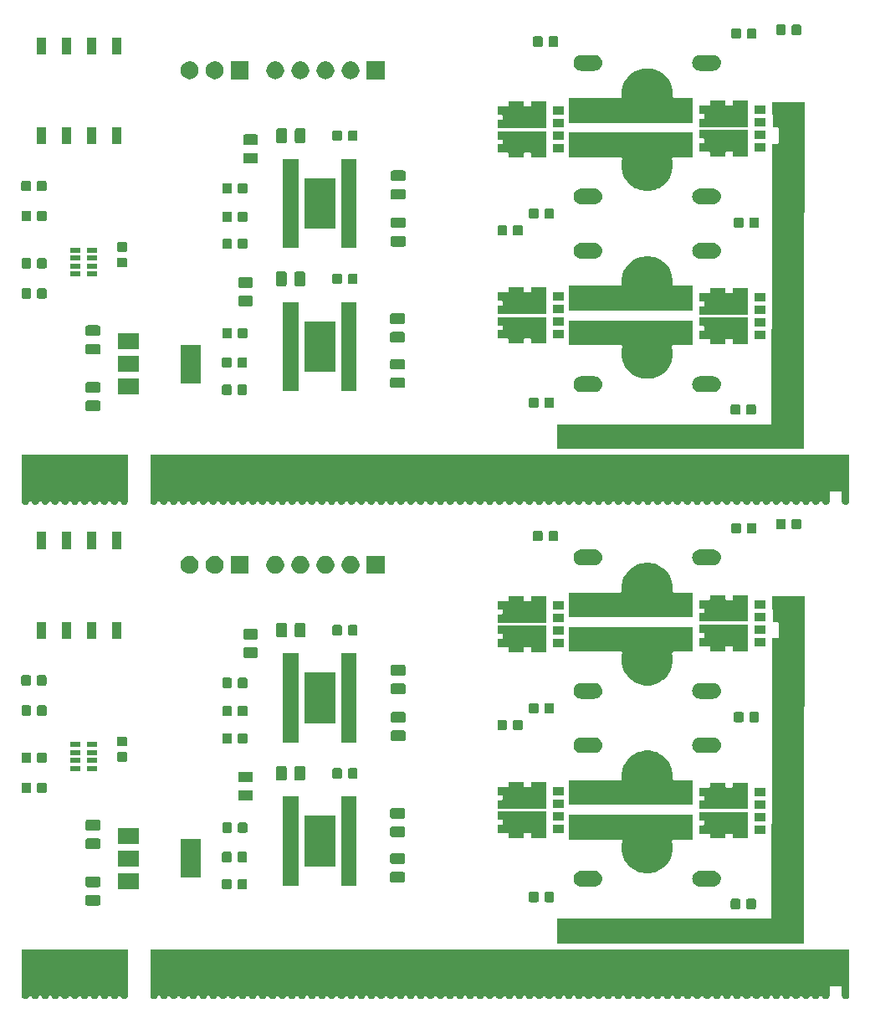
<source format=gts>
G04 #@! TF.GenerationSoftware,KiCad,Pcbnew,(5.1.5)-3*
G04 #@! TF.CreationDate,2019-12-12T18:31:49+09:00*
G04 #@! TF.ProjectId,CAN_Dual_MDexpress,43414e5f-4475-4616-9c5f-4d4465787072,rev?*
G04 #@! TF.SameCoordinates,Original*
G04 #@! TF.FileFunction,Soldermask,Top*
G04 #@! TF.FilePolarity,Negative*
%FSLAX46Y46*%
G04 Gerber Fmt 4.6, Leading zero omitted, Abs format (unit mm)*
G04 Created by KiCad (PCBNEW (5.1.5)-3) date 2019-12-12 18:31:49*
%MOMM*%
%LPD*%
G04 APERTURE LIST*
%ADD10C,0.100000*%
G04 APERTURE END LIST*
D10*
G36*
X199346000Y-138843689D02*
G01*
X199335443Y-138856553D01*
X199323893Y-138878161D01*
X199303207Y-138928103D01*
X199262058Y-138989686D01*
X199209686Y-139042058D01*
X199148103Y-139083207D01*
X199079675Y-139111550D01*
X199079674Y-139111550D01*
X199079672Y-139111551D01*
X199007034Y-139126000D01*
X198932966Y-139126000D01*
X198860328Y-139111551D01*
X198860326Y-139111550D01*
X198860325Y-139111550D01*
X198791897Y-139083207D01*
X198730314Y-139042058D01*
X198677942Y-138989686D01*
X198636793Y-138928103D01*
X198616107Y-138878161D01*
X198604557Y-138856553D01*
X198594000Y-138843690D01*
X198594000Y-137925999D01*
X198591598Y-137901613D01*
X198584485Y-137878164D01*
X198572934Y-137856553D01*
X198557389Y-137837611D01*
X198538447Y-137822066D01*
X198516836Y-137810515D01*
X198493387Y-137803402D01*
X198469001Y-137801000D01*
X197470999Y-137801000D01*
X197446613Y-137803402D01*
X197423164Y-137810515D01*
X197401553Y-137822066D01*
X197382611Y-137837611D01*
X197367066Y-137856553D01*
X197355515Y-137878164D01*
X197348402Y-137901613D01*
X197346000Y-137925999D01*
X197346000Y-138843689D01*
X197335443Y-138856553D01*
X197323893Y-138878161D01*
X197303207Y-138928103D01*
X197262058Y-138989686D01*
X197209686Y-139042058D01*
X197148103Y-139083207D01*
X197079675Y-139111550D01*
X197079674Y-139111550D01*
X197079672Y-139111551D01*
X197007034Y-139126000D01*
X196932966Y-139126000D01*
X196860328Y-139111551D01*
X196860326Y-139111550D01*
X196860325Y-139111550D01*
X196791897Y-139083207D01*
X196730314Y-139042058D01*
X196677942Y-138989686D01*
X196636793Y-138928103D01*
X196616107Y-138878161D01*
X196604557Y-138856553D01*
X196589011Y-138837611D01*
X196570069Y-138822066D01*
X196548459Y-138810515D01*
X196525010Y-138803402D01*
X196500624Y-138801000D01*
X196439376Y-138801000D01*
X196414990Y-138803402D01*
X196391541Y-138810515D01*
X196369930Y-138822066D01*
X196350988Y-138837611D01*
X196335443Y-138856553D01*
X196323893Y-138878161D01*
X196303207Y-138928103D01*
X196262058Y-138989686D01*
X196209686Y-139042058D01*
X196148103Y-139083207D01*
X196079675Y-139111550D01*
X196079674Y-139111550D01*
X196079672Y-139111551D01*
X196007034Y-139126000D01*
X195932966Y-139126000D01*
X195860328Y-139111551D01*
X195860326Y-139111550D01*
X195860325Y-139111550D01*
X195791897Y-139083207D01*
X195730314Y-139042058D01*
X195677942Y-138989686D01*
X195636793Y-138928103D01*
X195616107Y-138878161D01*
X195604557Y-138856553D01*
X195589011Y-138837611D01*
X195570069Y-138822066D01*
X195548459Y-138810515D01*
X195525010Y-138803402D01*
X195500624Y-138801000D01*
X195439376Y-138801000D01*
X195414990Y-138803402D01*
X195391541Y-138810515D01*
X195369930Y-138822066D01*
X195350988Y-138837611D01*
X195335443Y-138856553D01*
X195323893Y-138878161D01*
X195303207Y-138928103D01*
X195262058Y-138989686D01*
X195209686Y-139042058D01*
X195148103Y-139083207D01*
X195079675Y-139111550D01*
X195079674Y-139111550D01*
X195079672Y-139111551D01*
X195007034Y-139126000D01*
X194932966Y-139126000D01*
X194860328Y-139111551D01*
X194860326Y-139111550D01*
X194860325Y-139111550D01*
X194791897Y-139083207D01*
X194730314Y-139042058D01*
X194677942Y-138989686D01*
X194636793Y-138928103D01*
X194616107Y-138878161D01*
X194604557Y-138856553D01*
X194589011Y-138837611D01*
X194570069Y-138822066D01*
X194548459Y-138810515D01*
X194525010Y-138803402D01*
X194500624Y-138801000D01*
X194439376Y-138801000D01*
X194414990Y-138803402D01*
X194391541Y-138810515D01*
X194369930Y-138822066D01*
X194350988Y-138837611D01*
X194335443Y-138856553D01*
X194323893Y-138878161D01*
X194303207Y-138928103D01*
X194262058Y-138989686D01*
X194209686Y-139042058D01*
X194148103Y-139083207D01*
X194079675Y-139111550D01*
X194079674Y-139111550D01*
X194079672Y-139111551D01*
X194007034Y-139126000D01*
X193932966Y-139126000D01*
X193860328Y-139111551D01*
X193860326Y-139111550D01*
X193860325Y-139111550D01*
X193791897Y-139083207D01*
X193730314Y-139042058D01*
X193677942Y-138989686D01*
X193636793Y-138928103D01*
X193616107Y-138878161D01*
X193604557Y-138856553D01*
X193589011Y-138837611D01*
X193570069Y-138822066D01*
X193548459Y-138810515D01*
X193525010Y-138803402D01*
X193500624Y-138801000D01*
X193439376Y-138801000D01*
X193414990Y-138803402D01*
X193391541Y-138810515D01*
X193369930Y-138822066D01*
X193350988Y-138837611D01*
X193335443Y-138856553D01*
X193323893Y-138878161D01*
X193303207Y-138928103D01*
X193262058Y-138989686D01*
X193209686Y-139042058D01*
X193148103Y-139083207D01*
X193079675Y-139111550D01*
X193079674Y-139111550D01*
X193079672Y-139111551D01*
X193007034Y-139126000D01*
X192932966Y-139126000D01*
X192860328Y-139111551D01*
X192860326Y-139111550D01*
X192860325Y-139111550D01*
X192791897Y-139083207D01*
X192730314Y-139042058D01*
X192677942Y-138989686D01*
X192636793Y-138928103D01*
X192616107Y-138878161D01*
X192604557Y-138856553D01*
X192589011Y-138837611D01*
X192570069Y-138822066D01*
X192548459Y-138810515D01*
X192525010Y-138803402D01*
X192500624Y-138801000D01*
X192439376Y-138801000D01*
X192414990Y-138803402D01*
X192391541Y-138810515D01*
X192369930Y-138822066D01*
X192350988Y-138837611D01*
X192335443Y-138856553D01*
X192323893Y-138878161D01*
X192303207Y-138928103D01*
X192262058Y-138989686D01*
X192209686Y-139042058D01*
X192148103Y-139083207D01*
X192079675Y-139111550D01*
X192079674Y-139111550D01*
X192079672Y-139111551D01*
X192007034Y-139126000D01*
X191932966Y-139126000D01*
X191860328Y-139111551D01*
X191860326Y-139111550D01*
X191860325Y-139111550D01*
X191791897Y-139083207D01*
X191730314Y-139042058D01*
X191677942Y-138989686D01*
X191636793Y-138928103D01*
X191616107Y-138878161D01*
X191604557Y-138856553D01*
X191589011Y-138837611D01*
X191570069Y-138822066D01*
X191548459Y-138810515D01*
X191525010Y-138803402D01*
X191500624Y-138801000D01*
X191439376Y-138801000D01*
X191414990Y-138803402D01*
X191391541Y-138810515D01*
X191369930Y-138822066D01*
X191350988Y-138837611D01*
X191335443Y-138856553D01*
X191323893Y-138878161D01*
X191303207Y-138928103D01*
X191262058Y-138989686D01*
X191209686Y-139042058D01*
X191148103Y-139083207D01*
X191079675Y-139111550D01*
X191079674Y-139111550D01*
X191079672Y-139111551D01*
X191007034Y-139126000D01*
X190932966Y-139126000D01*
X190860328Y-139111551D01*
X190860326Y-139111550D01*
X190860325Y-139111550D01*
X190791897Y-139083207D01*
X190730314Y-139042058D01*
X190677942Y-138989686D01*
X190636793Y-138928103D01*
X190616107Y-138878161D01*
X190604557Y-138856553D01*
X190589011Y-138837611D01*
X190570069Y-138822066D01*
X190548459Y-138810515D01*
X190525010Y-138803402D01*
X190500624Y-138801000D01*
X190439376Y-138801000D01*
X190414990Y-138803402D01*
X190391541Y-138810515D01*
X190369930Y-138822066D01*
X190350988Y-138837611D01*
X190335443Y-138856553D01*
X190323893Y-138878161D01*
X190303207Y-138928103D01*
X190262058Y-138989686D01*
X190209686Y-139042058D01*
X190148103Y-139083207D01*
X190079675Y-139111550D01*
X190079674Y-139111550D01*
X190079672Y-139111551D01*
X190007034Y-139126000D01*
X189932966Y-139126000D01*
X189860328Y-139111551D01*
X189860326Y-139111550D01*
X189860325Y-139111550D01*
X189791897Y-139083207D01*
X189730314Y-139042058D01*
X189677942Y-138989686D01*
X189636793Y-138928103D01*
X189616107Y-138878161D01*
X189604557Y-138856553D01*
X189589011Y-138837611D01*
X189570069Y-138822066D01*
X189548459Y-138810515D01*
X189525010Y-138803402D01*
X189500624Y-138801000D01*
X189439376Y-138801000D01*
X189414990Y-138803402D01*
X189391541Y-138810515D01*
X189369930Y-138822066D01*
X189350988Y-138837611D01*
X189335443Y-138856553D01*
X189323893Y-138878161D01*
X189303207Y-138928103D01*
X189262058Y-138989686D01*
X189209686Y-139042058D01*
X189148103Y-139083207D01*
X189079675Y-139111550D01*
X189079674Y-139111550D01*
X189079672Y-139111551D01*
X189007034Y-139126000D01*
X188932966Y-139126000D01*
X188860328Y-139111551D01*
X188860326Y-139111550D01*
X188860325Y-139111550D01*
X188791897Y-139083207D01*
X188730314Y-139042058D01*
X188677942Y-138989686D01*
X188636793Y-138928103D01*
X188616107Y-138878161D01*
X188604557Y-138856553D01*
X188589011Y-138837611D01*
X188570069Y-138822066D01*
X188548459Y-138810515D01*
X188525010Y-138803402D01*
X188500624Y-138801000D01*
X188439376Y-138801000D01*
X188414990Y-138803402D01*
X188391541Y-138810515D01*
X188369930Y-138822066D01*
X188350988Y-138837611D01*
X188335443Y-138856553D01*
X188323893Y-138878161D01*
X188303207Y-138928103D01*
X188262058Y-138989686D01*
X188209686Y-139042058D01*
X188148103Y-139083207D01*
X188079675Y-139111550D01*
X188079674Y-139111550D01*
X188079672Y-139111551D01*
X188007034Y-139126000D01*
X187932966Y-139126000D01*
X187860328Y-139111551D01*
X187860326Y-139111550D01*
X187860325Y-139111550D01*
X187791897Y-139083207D01*
X187730314Y-139042058D01*
X187677942Y-138989686D01*
X187636793Y-138928103D01*
X187616107Y-138878161D01*
X187604557Y-138856553D01*
X187589011Y-138837611D01*
X187570069Y-138822066D01*
X187548459Y-138810515D01*
X187525010Y-138803402D01*
X187500624Y-138801000D01*
X187439376Y-138801000D01*
X187414990Y-138803402D01*
X187391541Y-138810515D01*
X187369930Y-138822066D01*
X187350988Y-138837611D01*
X187335443Y-138856553D01*
X187323893Y-138878161D01*
X187303207Y-138928103D01*
X187262058Y-138989686D01*
X187209686Y-139042058D01*
X187148103Y-139083207D01*
X187079675Y-139111550D01*
X187079674Y-139111550D01*
X187079672Y-139111551D01*
X187007034Y-139126000D01*
X186932966Y-139126000D01*
X186860328Y-139111551D01*
X186860326Y-139111550D01*
X186860325Y-139111550D01*
X186791897Y-139083207D01*
X186730314Y-139042058D01*
X186677942Y-138989686D01*
X186636793Y-138928103D01*
X186616107Y-138878161D01*
X186604557Y-138856553D01*
X186589011Y-138837611D01*
X186570069Y-138822066D01*
X186548459Y-138810515D01*
X186525010Y-138803402D01*
X186500624Y-138801000D01*
X186439376Y-138801000D01*
X186414990Y-138803402D01*
X186391541Y-138810515D01*
X186369930Y-138822066D01*
X186350988Y-138837611D01*
X186335443Y-138856553D01*
X186323893Y-138878161D01*
X186303207Y-138928103D01*
X186262058Y-138989686D01*
X186209686Y-139042058D01*
X186148103Y-139083207D01*
X186079675Y-139111550D01*
X186079674Y-139111550D01*
X186079672Y-139111551D01*
X186007034Y-139126000D01*
X185932966Y-139126000D01*
X185860328Y-139111551D01*
X185860326Y-139111550D01*
X185860325Y-139111550D01*
X185791897Y-139083207D01*
X185730314Y-139042058D01*
X185677942Y-138989686D01*
X185636793Y-138928103D01*
X185616107Y-138878161D01*
X185604557Y-138856553D01*
X185589011Y-138837611D01*
X185570069Y-138822066D01*
X185548459Y-138810515D01*
X185525010Y-138803402D01*
X185500624Y-138801000D01*
X185439376Y-138801000D01*
X185414990Y-138803402D01*
X185391541Y-138810515D01*
X185369930Y-138822066D01*
X185350988Y-138837611D01*
X185335443Y-138856553D01*
X185323893Y-138878161D01*
X185303207Y-138928103D01*
X185262058Y-138989686D01*
X185209686Y-139042058D01*
X185148103Y-139083207D01*
X185079675Y-139111550D01*
X185079674Y-139111550D01*
X185079672Y-139111551D01*
X185007034Y-139126000D01*
X184932966Y-139126000D01*
X184860328Y-139111551D01*
X184860326Y-139111550D01*
X184860325Y-139111550D01*
X184791897Y-139083207D01*
X184730314Y-139042058D01*
X184677942Y-138989686D01*
X184636793Y-138928103D01*
X184616107Y-138878161D01*
X184604557Y-138856553D01*
X184589011Y-138837611D01*
X184570069Y-138822066D01*
X184548459Y-138810515D01*
X184525010Y-138803402D01*
X184500624Y-138801000D01*
X184439376Y-138801000D01*
X184414990Y-138803402D01*
X184391541Y-138810515D01*
X184369930Y-138822066D01*
X184350988Y-138837611D01*
X184335443Y-138856553D01*
X184323893Y-138878161D01*
X184303207Y-138928103D01*
X184262058Y-138989686D01*
X184209686Y-139042058D01*
X184148103Y-139083207D01*
X184079675Y-139111550D01*
X184079674Y-139111550D01*
X184079672Y-139111551D01*
X184007034Y-139126000D01*
X183932966Y-139126000D01*
X183860328Y-139111551D01*
X183860326Y-139111550D01*
X183860325Y-139111550D01*
X183791897Y-139083207D01*
X183730314Y-139042058D01*
X183677942Y-138989686D01*
X183636793Y-138928103D01*
X183616107Y-138878161D01*
X183604557Y-138856553D01*
X183589011Y-138837611D01*
X183570069Y-138822066D01*
X183548459Y-138810515D01*
X183525010Y-138803402D01*
X183500624Y-138801000D01*
X183439376Y-138801000D01*
X183414990Y-138803402D01*
X183391541Y-138810515D01*
X183369930Y-138822066D01*
X183350988Y-138837611D01*
X183335443Y-138856553D01*
X183323893Y-138878161D01*
X183303207Y-138928103D01*
X183262058Y-138989686D01*
X183209686Y-139042058D01*
X183148103Y-139083207D01*
X183079675Y-139111550D01*
X183079674Y-139111550D01*
X183079672Y-139111551D01*
X183007034Y-139126000D01*
X182932966Y-139126000D01*
X182860328Y-139111551D01*
X182860326Y-139111550D01*
X182860325Y-139111550D01*
X182791897Y-139083207D01*
X182730314Y-139042058D01*
X182677942Y-138989686D01*
X182636793Y-138928103D01*
X182616107Y-138878161D01*
X182604557Y-138856553D01*
X182589011Y-138837611D01*
X182570069Y-138822066D01*
X182548459Y-138810515D01*
X182525010Y-138803402D01*
X182500624Y-138801000D01*
X182439376Y-138801000D01*
X182414990Y-138803402D01*
X182391541Y-138810515D01*
X182369930Y-138822066D01*
X182350988Y-138837611D01*
X182335443Y-138856553D01*
X182323893Y-138878161D01*
X182303207Y-138928103D01*
X182262058Y-138989686D01*
X182209686Y-139042058D01*
X182148103Y-139083207D01*
X182079675Y-139111550D01*
X182079674Y-139111550D01*
X182079672Y-139111551D01*
X182007034Y-139126000D01*
X181932966Y-139126000D01*
X181860328Y-139111551D01*
X181860326Y-139111550D01*
X181860325Y-139111550D01*
X181791897Y-139083207D01*
X181730314Y-139042058D01*
X181677942Y-138989686D01*
X181636793Y-138928103D01*
X181616107Y-138878161D01*
X181604557Y-138856553D01*
X181589011Y-138837611D01*
X181570069Y-138822066D01*
X181548459Y-138810515D01*
X181525010Y-138803402D01*
X181500624Y-138801000D01*
X181439376Y-138801000D01*
X181414990Y-138803402D01*
X181391541Y-138810515D01*
X181369930Y-138822066D01*
X181350988Y-138837611D01*
X181335443Y-138856553D01*
X181323893Y-138878161D01*
X181303207Y-138928103D01*
X181262058Y-138989686D01*
X181209686Y-139042058D01*
X181148103Y-139083207D01*
X181079675Y-139111550D01*
X181079674Y-139111550D01*
X181079672Y-139111551D01*
X181007034Y-139126000D01*
X180932966Y-139126000D01*
X180860328Y-139111551D01*
X180860326Y-139111550D01*
X180860325Y-139111550D01*
X180791897Y-139083207D01*
X180730314Y-139042058D01*
X180677942Y-138989686D01*
X180636793Y-138928103D01*
X180616107Y-138878161D01*
X180604557Y-138856553D01*
X180589011Y-138837611D01*
X180570069Y-138822066D01*
X180548459Y-138810515D01*
X180525010Y-138803402D01*
X180500624Y-138801000D01*
X180439376Y-138801000D01*
X180414990Y-138803402D01*
X180391541Y-138810515D01*
X180369930Y-138822066D01*
X180350988Y-138837611D01*
X180335443Y-138856553D01*
X180323893Y-138878161D01*
X180303207Y-138928103D01*
X180262058Y-138989686D01*
X180209686Y-139042058D01*
X180148103Y-139083207D01*
X180079675Y-139111550D01*
X180079674Y-139111550D01*
X180079672Y-139111551D01*
X180007034Y-139126000D01*
X179932966Y-139126000D01*
X179860328Y-139111551D01*
X179860326Y-139111550D01*
X179860325Y-139111550D01*
X179791897Y-139083207D01*
X179730314Y-139042058D01*
X179677942Y-138989686D01*
X179636793Y-138928103D01*
X179616107Y-138878161D01*
X179604557Y-138856553D01*
X179589011Y-138837611D01*
X179570069Y-138822066D01*
X179548459Y-138810515D01*
X179525010Y-138803402D01*
X179500624Y-138801000D01*
X179439376Y-138801000D01*
X179414990Y-138803402D01*
X179391541Y-138810515D01*
X179369930Y-138822066D01*
X179350988Y-138837611D01*
X179335443Y-138856553D01*
X179323893Y-138878161D01*
X179303207Y-138928103D01*
X179262058Y-138989686D01*
X179209686Y-139042058D01*
X179148103Y-139083207D01*
X179079675Y-139111550D01*
X179079674Y-139111550D01*
X179079672Y-139111551D01*
X179007034Y-139126000D01*
X178932966Y-139126000D01*
X178860328Y-139111551D01*
X178860326Y-139111550D01*
X178860325Y-139111550D01*
X178791897Y-139083207D01*
X178730314Y-139042058D01*
X178677942Y-138989686D01*
X178636793Y-138928103D01*
X178616107Y-138878161D01*
X178604557Y-138856553D01*
X178589011Y-138837611D01*
X178570069Y-138822066D01*
X178548459Y-138810515D01*
X178525010Y-138803402D01*
X178500624Y-138801000D01*
X178439376Y-138801000D01*
X178414990Y-138803402D01*
X178391541Y-138810515D01*
X178369930Y-138822066D01*
X178350988Y-138837611D01*
X178335443Y-138856553D01*
X178323893Y-138878161D01*
X178303207Y-138928103D01*
X178262058Y-138989686D01*
X178209686Y-139042058D01*
X178148103Y-139083207D01*
X178079675Y-139111550D01*
X178079674Y-139111550D01*
X178079672Y-139111551D01*
X178007034Y-139126000D01*
X177932966Y-139126000D01*
X177860328Y-139111551D01*
X177860326Y-139111550D01*
X177860325Y-139111550D01*
X177791897Y-139083207D01*
X177730314Y-139042058D01*
X177677942Y-138989686D01*
X177636793Y-138928103D01*
X177616107Y-138878161D01*
X177604557Y-138856553D01*
X177589011Y-138837611D01*
X177570069Y-138822066D01*
X177548459Y-138810515D01*
X177525010Y-138803402D01*
X177500624Y-138801000D01*
X177439376Y-138801000D01*
X177414990Y-138803402D01*
X177391541Y-138810515D01*
X177369930Y-138822066D01*
X177350988Y-138837611D01*
X177335443Y-138856553D01*
X177323893Y-138878161D01*
X177303207Y-138928103D01*
X177262058Y-138989686D01*
X177209686Y-139042058D01*
X177148103Y-139083207D01*
X177079675Y-139111550D01*
X177079674Y-139111550D01*
X177079672Y-139111551D01*
X177007034Y-139126000D01*
X176932966Y-139126000D01*
X176860328Y-139111551D01*
X176860326Y-139111550D01*
X176860325Y-139111550D01*
X176791897Y-139083207D01*
X176730314Y-139042058D01*
X176677942Y-138989686D01*
X176636793Y-138928103D01*
X176616107Y-138878161D01*
X176604557Y-138856553D01*
X176589011Y-138837611D01*
X176570069Y-138822066D01*
X176548459Y-138810515D01*
X176525010Y-138803402D01*
X176500624Y-138801000D01*
X176439376Y-138801000D01*
X176414990Y-138803402D01*
X176391541Y-138810515D01*
X176369930Y-138822066D01*
X176350988Y-138837611D01*
X176335443Y-138856553D01*
X176323893Y-138878161D01*
X176303207Y-138928103D01*
X176262058Y-138989686D01*
X176209686Y-139042058D01*
X176148103Y-139083207D01*
X176079675Y-139111550D01*
X176079674Y-139111550D01*
X176079672Y-139111551D01*
X176007034Y-139126000D01*
X175932966Y-139126000D01*
X175860328Y-139111551D01*
X175860326Y-139111550D01*
X175860325Y-139111550D01*
X175791897Y-139083207D01*
X175730314Y-139042058D01*
X175677942Y-138989686D01*
X175636793Y-138928103D01*
X175616107Y-138878161D01*
X175604557Y-138856553D01*
X175589011Y-138837611D01*
X175570069Y-138822066D01*
X175548459Y-138810515D01*
X175525010Y-138803402D01*
X175500624Y-138801000D01*
X175439376Y-138801000D01*
X175414990Y-138803402D01*
X175391541Y-138810515D01*
X175369930Y-138822066D01*
X175350988Y-138837611D01*
X175335443Y-138856553D01*
X175323893Y-138878161D01*
X175303207Y-138928103D01*
X175262058Y-138989686D01*
X175209686Y-139042058D01*
X175148103Y-139083207D01*
X175079675Y-139111550D01*
X175079674Y-139111550D01*
X175079672Y-139111551D01*
X175007034Y-139126000D01*
X174932966Y-139126000D01*
X174860328Y-139111551D01*
X174860326Y-139111550D01*
X174860325Y-139111550D01*
X174791897Y-139083207D01*
X174730314Y-139042058D01*
X174677942Y-138989686D01*
X174636793Y-138928103D01*
X174616107Y-138878161D01*
X174604557Y-138856553D01*
X174589011Y-138837611D01*
X174570069Y-138822066D01*
X174548459Y-138810515D01*
X174525010Y-138803402D01*
X174500624Y-138801000D01*
X174439376Y-138801000D01*
X174414990Y-138803402D01*
X174391541Y-138810515D01*
X174369930Y-138822066D01*
X174350988Y-138837611D01*
X174335443Y-138856553D01*
X174323893Y-138878161D01*
X174303207Y-138928103D01*
X174262058Y-138989686D01*
X174209686Y-139042058D01*
X174148103Y-139083207D01*
X174079675Y-139111550D01*
X174079674Y-139111550D01*
X174079672Y-139111551D01*
X174007034Y-139126000D01*
X173932966Y-139126000D01*
X173860328Y-139111551D01*
X173860326Y-139111550D01*
X173860325Y-139111550D01*
X173791897Y-139083207D01*
X173730314Y-139042058D01*
X173677942Y-138989686D01*
X173636793Y-138928103D01*
X173616107Y-138878161D01*
X173604557Y-138856553D01*
X173589011Y-138837611D01*
X173570069Y-138822066D01*
X173548459Y-138810515D01*
X173525010Y-138803402D01*
X173500624Y-138801000D01*
X173439376Y-138801000D01*
X173414990Y-138803402D01*
X173391541Y-138810515D01*
X173369930Y-138822066D01*
X173350988Y-138837611D01*
X173335443Y-138856553D01*
X173323893Y-138878161D01*
X173303207Y-138928103D01*
X173262058Y-138989686D01*
X173209686Y-139042058D01*
X173148103Y-139083207D01*
X173079675Y-139111550D01*
X173079674Y-139111550D01*
X173079672Y-139111551D01*
X173007034Y-139126000D01*
X172932966Y-139126000D01*
X172860328Y-139111551D01*
X172860326Y-139111550D01*
X172860325Y-139111550D01*
X172791897Y-139083207D01*
X172730314Y-139042058D01*
X172677942Y-138989686D01*
X172636793Y-138928103D01*
X172616107Y-138878161D01*
X172604557Y-138856553D01*
X172589011Y-138837611D01*
X172570069Y-138822066D01*
X172548459Y-138810515D01*
X172525010Y-138803402D01*
X172500624Y-138801000D01*
X172439376Y-138801000D01*
X172414990Y-138803402D01*
X172391541Y-138810515D01*
X172369930Y-138822066D01*
X172350988Y-138837611D01*
X172335443Y-138856553D01*
X172323893Y-138878161D01*
X172303207Y-138928103D01*
X172262058Y-138989686D01*
X172209686Y-139042058D01*
X172148103Y-139083207D01*
X172079675Y-139111550D01*
X172079674Y-139111550D01*
X172079672Y-139111551D01*
X172007034Y-139126000D01*
X171932966Y-139126000D01*
X171860328Y-139111551D01*
X171860326Y-139111550D01*
X171860325Y-139111550D01*
X171791897Y-139083207D01*
X171730314Y-139042058D01*
X171677942Y-138989686D01*
X171636793Y-138928103D01*
X171616107Y-138878161D01*
X171604557Y-138856553D01*
X171589011Y-138837611D01*
X171570069Y-138822066D01*
X171548459Y-138810515D01*
X171525010Y-138803402D01*
X171500624Y-138801000D01*
X171439376Y-138801000D01*
X171414990Y-138803402D01*
X171391541Y-138810515D01*
X171369930Y-138822066D01*
X171350988Y-138837611D01*
X171335443Y-138856553D01*
X171323893Y-138878161D01*
X171303207Y-138928103D01*
X171262058Y-138989686D01*
X171209686Y-139042058D01*
X171148103Y-139083207D01*
X171079675Y-139111550D01*
X171079674Y-139111550D01*
X171079672Y-139111551D01*
X171007034Y-139126000D01*
X170932966Y-139126000D01*
X170860328Y-139111551D01*
X170860326Y-139111550D01*
X170860325Y-139111550D01*
X170791897Y-139083207D01*
X170730314Y-139042058D01*
X170677942Y-138989686D01*
X170636793Y-138928103D01*
X170616107Y-138878161D01*
X170604557Y-138856553D01*
X170589011Y-138837611D01*
X170570069Y-138822066D01*
X170548459Y-138810515D01*
X170525010Y-138803402D01*
X170500624Y-138801000D01*
X170439376Y-138801000D01*
X170414990Y-138803402D01*
X170391541Y-138810515D01*
X170369930Y-138822066D01*
X170350988Y-138837611D01*
X170335443Y-138856553D01*
X170323893Y-138878161D01*
X170303207Y-138928103D01*
X170262058Y-138989686D01*
X170209686Y-139042058D01*
X170148103Y-139083207D01*
X170079675Y-139111550D01*
X170079674Y-139111550D01*
X170079672Y-139111551D01*
X170007034Y-139126000D01*
X169932966Y-139126000D01*
X169860328Y-139111551D01*
X169860326Y-139111550D01*
X169860325Y-139111550D01*
X169791897Y-139083207D01*
X169730314Y-139042058D01*
X169677942Y-138989686D01*
X169636793Y-138928103D01*
X169616107Y-138878161D01*
X169604557Y-138856553D01*
X169589011Y-138837611D01*
X169570069Y-138822066D01*
X169548459Y-138810515D01*
X169525010Y-138803402D01*
X169500624Y-138801000D01*
X169439376Y-138801000D01*
X169414990Y-138803402D01*
X169391541Y-138810515D01*
X169369930Y-138822066D01*
X169350988Y-138837611D01*
X169335443Y-138856553D01*
X169323893Y-138878161D01*
X169303207Y-138928103D01*
X169262058Y-138989686D01*
X169209686Y-139042058D01*
X169148103Y-139083207D01*
X169079675Y-139111550D01*
X169079674Y-139111550D01*
X169079672Y-139111551D01*
X169007034Y-139126000D01*
X168932966Y-139126000D01*
X168860328Y-139111551D01*
X168860326Y-139111550D01*
X168860325Y-139111550D01*
X168791897Y-139083207D01*
X168730314Y-139042058D01*
X168677942Y-138989686D01*
X168636793Y-138928103D01*
X168616107Y-138878161D01*
X168604557Y-138856553D01*
X168589011Y-138837611D01*
X168570069Y-138822066D01*
X168548459Y-138810515D01*
X168525010Y-138803402D01*
X168500624Y-138801000D01*
X168439376Y-138801000D01*
X168414990Y-138803402D01*
X168391541Y-138810515D01*
X168369930Y-138822066D01*
X168350988Y-138837611D01*
X168335443Y-138856553D01*
X168323893Y-138878161D01*
X168303207Y-138928103D01*
X168262058Y-138989686D01*
X168209686Y-139042058D01*
X168148103Y-139083207D01*
X168079675Y-139111550D01*
X168079674Y-139111550D01*
X168079672Y-139111551D01*
X168007034Y-139126000D01*
X167932966Y-139126000D01*
X167860328Y-139111551D01*
X167860326Y-139111550D01*
X167860325Y-139111550D01*
X167791897Y-139083207D01*
X167730314Y-139042058D01*
X167677942Y-138989686D01*
X167636793Y-138928103D01*
X167616107Y-138878161D01*
X167604557Y-138856553D01*
X167589011Y-138837611D01*
X167570069Y-138822066D01*
X167548459Y-138810515D01*
X167525010Y-138803402D01*
X167500624Y-138801000D01*
X167439376Y-138801000D01*
X167414990Y-138803402D01*
X167391541Y-138810515D01*
X167369930Y-138822066D01*
X167350988Y-138837611D01*
X167335443Y-138856553D01*
X167323893Y-138878161D01*
X167303207Y-138928103D01*
X167262058Y-138989686D01*
X167209686Y-139042058D01*
X167148103Y-139083207D01*
X167079675Y-139111550D01*
X167079674Y-139111550D01*
X167079672Y-139111551D01*
X167007034Y-139126000D01*
X166932966Y-139126000D01*
X166860328Y-139111551D01*
X166860326Y-139111550D01*
X166860325Y-139111550D01*
X166791897Y-139083207D01*
X166730314Y-139042058D01*
X166677942Y-138989686D01*
X166636793Y-138928103D01*
X166616107Y-138878161D01*
X166604557Y-138856553D01*
X166589011Y-138837611D01*
X166570069Y-138822066D01*
X166548459Y-138810515D01*
X166525010Y-138803402D01*
X166500624Y-138801000D01*
X166439376Y-138801000D01*
X166414990Y-138803402D01*
X166391541Y-138810515D01*
X166369930Y-138822066D01*
X166350988Y-138837611D01*
X166335443Y-138856553D01*
X166323893Y-138878161D01*
X166303207Y-138928103D01*
X166262058Y-138989686D01*
X166209686Y-139042058D01*
X166148103Y-139083207D01*
X166079675Y-139111550D01*
X166079674Y-139111550D01*
X166079672Y-139111551D01*
X166007034Y-139126000D01*
X165932966Y-139126000D01*
X165860328Y-139111551D01*
X165860326Y-139111550D01*
X165860325Y-139111550D01*
X165791897Y-139083207D01*
X165730314Y-139042058D01*
X165677942Y-138989686D01*
X165636793Y-138928103D01*
X165616107Y-138878161D01*
X165604557Y-138856553D01*
X165589011Y-138837611D01*
X165570069Y-138822066D01*
X165548459Y-138810515D01*
X165525010Y-138803402D01*
X165500624Y-138801000D01*
X165439376Y-138801000D01*
X165414990Y-138803402D01*
X165391541Y-138810515D01*
X165369930Y-138822066D01*
X165350988Y-138837611D01*
X165335443Y-138856553D01*
X165323893Y-138878161D01*
X165303207Y-138928103D01*
X165262058Y-138989686D01*
X165209686Y-139042058D01*
X165148103Y-139083207D01*
X165079675Y-139111550D01*
X165079674Y-139111550D01*
X165079672Y-139111551D01*
X165007034Y-139126000D01*
X164932966Y-139126000D01*
X164860328Y-139111551D01*
X164860326Y-139111550D01*
X164860325Y-139111550D01*
X164791897Y-139083207D01*
X164730314Y-139042058D01*
X164677942Y-138989686D01*
X164636793Y-138928103D01*
X164616107Y-138878161D01*
X164604557Y-138856553D01*
X164589011Y-138837611D01*
X164570069Y-138822066D01*
X164548459Y-138810515D01*
X164525010Y-138803402D01*
X164500624Y-138801000D01*
X164439376Y-138801000D01*
X164414990Y-138803402D01*
X164391541Y-138810515D01*
X164369930Y-138822066D01*
X164350988Y-138837611D01*
X164335443Y-138856553D01*
X164323893Y-138878161D01*
X164303207Y-138928103D01*
X164262058Y-138989686D01*
X164209686Y-139042058D01*
X164148103Y-139083207D01*
X164079675Y-139111550D01*
X164079674Y-139111550D01*
X164079672Y-139111551D01*
X164007034Y-139126000D01*
X163932966Y-139126000D01*
X163860328Y-139111551D01*
X163860326Y-139111550D01*
X163860325Y-139111550D01*
X163791897Y-139083207D01*
X163730314Y-139042058D01*
X163677942Y-138989686D01*
X163636793Y-138928103D01*
X163616107Y-138878161D01*
X163604557Y-138856553D01*
X163589011Y-138837611D01*
X163570069Y-138822066D01*
X163548459Y-138810515D01*
X163525010Y-138803402D01*
X163500624Y-138801000D01*
X163439376Y-138801000D01*
X163414990Y-138803402D01*
X163391541Y-138810515D01*
X163369930Y-138822066D01*
X163350988Y-138837611D01*
X163335443Y-138856553D01*
X163323893Y-138878161D01*
X163303207Y-138928103D01*
X163262058Y-138989686D01*
X163209686Y-139042058D01*
X163148103Y-139083207D01*
X163079675Y-139111550D01*
X163079674Y-139111550D01*
X163079672Y-139111551D01*
X163007034Y-139126000D01*
X162932966Y-139126000D01*
X162860328Y-139111551D01*
X162860326Y-139111550D01*
X162860325Y-139111550D01*
X162791897Y-139083207D01*
X162730314Y-139042058D01*
X162677942Y-138989686D01*
X162636793Y-138928103D01*
X162616107Y-138878161D01*
X162604557Y-138856553D01*
X162589011Y-138837611D01*
X162570069Y-138822066D01*
X162548459Y-138810515D01*
X162525010Y-138803402D01*
X162500624Y-138801000D01*
X162439376Y-138801000D01*
X162414990Y-138803402D01*
X162391541Y-138810515D01*
X162369930Y-138822066D01*
X162350988Y-138837611D01*
X162335443Y-138856553D01*
X162323893Y-138878161D01*
X162303207Y-138928103D01*
X162262058Y-138989686D01*
X162209686Y-139042058D01*
X162148103Y-139083207D01*
X162079675Y-139111550D01*
X162079674Y-139111550D01*
X162079672Y-139111551D01*
X162007034Y-139126000D01*
X161932966Y-139126000D01*
X161860328Y-139111551D01*
X161860326Y-139111550D01*
X161860325Y-139111550D01*
X161791897Y-139083207D01*
X161730314Y-139042058D01*
X161677942Y-138989686D01*
X161636793Y-138928103D01*
X161616107Y-138878161D01*
X161604557Y-138856553D01*
X161589011Y-138837611D01*
X161570069Y-138822066D01*
X161548459Y-138810515D01*
X161525010Y-138803402D01*
X161500624Y-138801000D01*
X161439376Y-138801000D01*
X161414990Y-138803402D01*
X161391541Y-138810515D01*
X161369930Y-138822066D01*
X161350988Y-138837611D01*
X161335443Y-138856553D01*
X161323893Y-138878161D01*
X161303207Y-138928103D01*
X161262058Y-138989686D01*
X161209686Y-139042058D01*
X161148103Y-139083207D01*
X161079675Y-139111550D01*
X161079674Y-139111550D01*
X161079672Y-139111551D01*
X161007034Y-139126000D01*
X160932966Y-139126000D01*
X160860328Y-139111551D01*
X160860326Y-139111550D01*
X160860325Y-139111550D01*
X160791897Y-139083207D01*
X160730314Y-139042058D01*
X160677942Y-138989686D01*
X160636793Y-138928103D01*
X160616107Y-138878161D01*
X160604557Y-138856553D01*
X160589011Y-138837611D01*
X160570069Y-138822066D01*
X160548459Y-138810515D01*
X160525010Y-138803402D01*
X160500624Y-138801000D01*
X160439376Y-138801000D01*
X160414990Y-138803402D01*
X160391541Y-138810515D01*
X160369930Y-138822066D01*
X160350988Y-138837611D01*
X160335443Y-138856553D01*
X160323893Y-138878161D01*
X160303207Y-138928103D01*
X160262058Y-138989686D01*
X160209686Y-139042058D01*
X160148103Y-139083207D01*
X160079675Y-139111550D01*
X160079674Y-139111550D01*
X160079672Y-139111551D01*
X160007034Y-139126000D01*
X159932966Y-139126000D01*
X159860328Y-139111551D01*
X159860326Y-139111550D01*
X159860325Y-139111550D01*
X159791897Y-139083207D01*
X159730314Y-139042058D01*
X159677942Y-138989686D01*
X159636793Y-138928103D01*
X159616107Y-138878161D01*
X159604557Y-138856553D01*
X159589011Y-138837611D01*
X159570069Y-138822066D01*
X159548459Y-138810515D01*
X159525010Y-138803402D01*
X159500624Y-138801000D01*
X159439376Y-138801000D01*
X159414990Y-138803402D01*
X159391541Y-138810515D01*
X159369930Y-138822066D01*
X159350988Y-138837611D01*
X159335443Y-138856553D01*
X159323893Y-138878161D01*
X159303207Y-138928103D01*
X159262058Y-138989686D01*
X159209686Y-139042058D01*
X159148103Y-139083207D01*
X159079675Y-139111550D01*
X159079674Y-139111550D01*
X159079672Y-139111551D01*
X159007034Y-139126000D01*
X158932966Y-139126000D01*
X158860328Y-139111551D01*
X158860326Y-139111550D01*
X158860325Y-139111550D01*
X158791897Y-139083207D01*
X158730314Y-139042058D01*
X158677942Y-138989686D01*
X158636793Y-138928103D01*
X158616107Y-138878161D01*
X158604557Y-138856553D01*
X158589011Y-138837611D01*
X158570069Y-138822066D01*
X158548459Y-138810515D01*
X158525010Y-138803402D01*
X158500624Y-138801000D01*
X158439376Y-138801000D01*
X158414990Y-138803402D01*
X158391541Y-138810515D01*
X158369930Y-138822066D01*
X158350988Y-138837611D01*
X158335443Y-138856553D01*
X158323893Y-138878161D01*
X158303207Y-138928103D01*
X158262058Y-138989686D01*
X158209686Y-139042058D01*
X158148103Y-139083207D01*
X158079675Y-139111550D01*
X158079674Y-139111550D01*
X158079672Y-139111551D01*
X158007034Y-139126000D01*
X157932966Y-139126000D01*
X157860328Y-139111551D01*
X157860326Y-139111550D01*
X157860325Y-139111550D01*
X157791897Y-139083207D01*
X157730314Y-139042058D01*
X157677942Y-138989686D01*
X157636793Y-138928103D01*
X157616107Y-138878161D01*
X157604557Y-138856553D01*
X157589011Y-138837611D01*
X157570069Y-138822066D01*
X157548459Y-138810515D01*
X157525010Y-138803402D01*
X157500624Y-138801000D01*
X157439376Y-138801000D01*
X157414990Y-138803402D01*
X157391541Y-138810515D01*
X157369930Y-138822066D01*
X157350988Y-138837611D01*
X157335443Y-138856553D01*
X157323893Y-138878161D01*
X157303207Y-138928103D01*
X157262058Y-138989686D01*
X157209686Y-139042058D01*
X157148103Y-139083207D01*
X157079675Y-139111550D01*
X157079674Y-139111550D01*
X157079672Y-139111551D01*
X157007034Y-139126000D01*
X156932966Y-139126000D01*
X156860328Y-139111551D01*
X156860326Y-139111550D01*
X156860325Y-139111550D01*
X156791897Y-139083207D01*
X156730314Y-139042058D01*
X156677942Y-138989686D01*
X156636793Y-138928103D01*
X156616107Y-138878161D01*
X156604557Y-138856553D01*
X156589011Y-138837611D01*
X156570069Y-138822066D01*
X156548459Y-138810515D01*
X156525010Y-138803402D01*
X156500624Y-138801000D01*
X156439376Y-138801000D01*
X156414990Y-138803402D01*
X156391541Y-138810515D01*
X156369930Y-138822066D01*
X156350988Y-138837611D01*
X156335443Y-138856553D01*
X156323893Y-138878161D01*
X156303207Y-138928103D01*
X156262058Y-138989686D01*
X156209686Y-139042058D01*
X156148103Y-139083207D01*
X156079675Y-139111550D01*
X156079674Y-139111550D01*
X156079672Y-139111551D01*
X156007034Y-139126000D01*
X155932966Y-139126000D01*
X155860328Y-139111551D01*
X155860326Y-139111550D01*
X155860325Y-139111550D01*
X155791897Y-139083207D01*
X155730314Y-139042058D01*
X155677942Y-138989686D01*
X155636793Y-138928103D01*
X155616107Y-138878161D01*
X155604557Y-138856553D01*
X155589011Y-138837611D01*
X155570069Y-138822066D01*
X155548459Y-138810515D01*
X155525010Y-138803402D01*
X155500624Y-138801000D01*
X155439376Y-138801000D01*
X155414990Y-138803402D01*
X155391541Y-138810515D01*
X155369930Y-138822066D01*
X155350988Y-138837611D01*
X155335443Y-138856553D01*
X155323893Y-138878161D01*
X155303207Y-138928103D01*
X155262058Y-138989686D01*
X155209686Y-139042058D01*
X155148103Y-139083207D01*
X155079675Y-139111550D01*
X155079674Y-139111550D01*
X155079672Y-139111551D01*
X155007034Y-139126000D01*
X154932966Y-139126000D01*
X154860328Y-139111551D01*
X154860326Y-139111550D01*
X154860325Y-139111550D01*
X154791897Y-139083207D01*
X154730314Y-139042058D01*
X154677942Y-138989686D01*
X154636793Y-138928103D01*
X154616107Y-138878161D01*
X154604557Y-138856553D01*
X154589011Y-138837611D01*
X154570069Y-138822066D01*
X154548459Y-138810515D01*
X154525010Y-138803402D01*
X154500624Y-138801000D01*
X154439376Y-138801000D01*
X154414990Y-138803402D01*
X154391541Y-138810515D01*
X154369930Y-138822066D01*
X154350988Y-138837611D01*
X154335443Y-138856553D01*
X154323893Y-138878161D01*
X154303207Y-138928103D01*
X154262058Y-138989686D01*
X154209686Y-139042058D01*
X154148103Y-139083207D01*
X154079675Y-139111550D01*
X154079674Y-139111550D01*
X154079672Y-139111551D01*
X154007034Y-139126000D01*
X153932966Y-139126000D01*
X153860328Y-139111551D01*
X153860326Y-139111550D01*
X153860325Y-139111550D01*
X153791897Y-139083207D01*
X153730314Y-139042058D01*
X153677942Y-138989686D01*
X153636793Y-138928103D01*
X153616107Y-138878161D01*
X153604557Y-138856553D01*
X153589011Y-138837611D01*
X153570069Y-138822066D01*
X153548459Y-138810515D01*
X153525010Y-138803402D01*
X153500624Y-138801000D01*
X153439376Y-138801000D01*
X153414990Y-138803402D01*
X153391541Y-138810515D01*
X153369930Y-138822066D01*
X153350988Y-138837611D01*
X153335443Y-138856553D01*
X153323893Y-138878161D01*
X153303207Y-138928103D01*
X153262058Y-138989686D01*
X153209686Y-139042058D01*
X153148103Y-139083207D01*
X153079675Y-139111550D01*
X153079674Y-139111550D01*
X153079672Y-139111551D01*
X153007034Y-139126000D01*
X152932966Y-139126000D01*
X152860328Y-139111551D01*
X152860326Y-139111550D01*
X152860325Y-139111550D01*
X152791897Y-139083207D01*
X152730314Y-139042058D01*
X152677942Y-138989686D01*
X152636793Y-138928103D01*
X152616107Y-138878161D01*
X152604557Y-138856553D01*
X152589011Y-138837611D01*
X152570069Y-138822066D01*
X152548459Y-138810515D01*
X152525010Y-138803402D01*
X152500624Y-138801000D01*
X152439376Y-138801000D01*
X152414990Y-138803402D01*
X152391541Y-138810515D01*
X152369930Y-138822066D01*
X152350988Y-138837611D01*
X152335443Y-138856553D01*
X152323893Y-138878161D01*
X152303207Y-138928103D01*
X152262058Y-138989686D01*
X152209686Y-139042058D01*
X152148103Y-139083207D01*
X152079675Y-139111550D01*
X152079674Y-139111550D01*
X152079672Y-139111551D01*
X152007034Y-139126000D01*
X151932966Y-139126000D01*
X151860328Y-139111551D01*
X151860326Y-139111550D01*
X151860325Y-139111550D01*
X151791897Y-139083207D01*
X151730314Y-139042058D01*
X151677942Y-138989686D01*
X151636793Y-138928103D01*
X151616107Y-138878161D01*
X151604557Y-138856553D01*
X151589011Y-138837611D01*
X151570069Y-138822066D01*
X151548459Y-138810515D01*
X151525010Y-138803402D01*
X151500624Y-138801000D01*
X151439376Y-138801000D01*
X151414990Y-138803402D01*
X151391541Y-138810515D01*
X151369930Y-138822066D01*
X151350988Y-138837611D01*
X151335443Y-138856553D01*
X151323893Y-138878161D01*
X151303207Y-138928103D01*
X151262058Y-138989686D01*
X151209686Y-139042058D01*
X151148103Y-139083207D01*
X151079675Y-139111550D01*
X151079674Y-139111550D01*
X151079672Y-139111551D01*
X151007034Y-139126000D01*
X150932966Y-139126000D01*
X150860328Y-139111551D01*
X150860326Y-139111550D01*
X150860325Y-139111550D01*
X150791897Y-139083207D01*
X150730314Y-139042058D01*
X150677942Y-138989686D01*
X150636793Y-138928103D01*
X150616107Y-138878161D01*
X150604557Y-138856553D01*
X150589011Y-138837611D01*
X150570069Y-138822066D01*
X150548459Y-138810515D01*
X150525010Y-138803402D01*
X150500624Y-138801000D01*
X150439376Y-138801000D01*
X150414990Y-138803402D01*
X150391541Y-138810515D01*
X150369930Y-138822066D01*
X150350988Y-138837611D01*
X150335443Y-138856553D01*
X150323893Y-138878161D01*
X150303207Y-138928103D01*
X150262058Y-138989686D01*
X150209686Y-139042058D01*
X150148103Y-139083207D01*
X150079675Y-139111550D01*
X150079674Y-139111550D01*
X150079672Y-139111551D01*
X150007034Y-139126000D01*
X149932966Y-139126000D01*
X149860328Y-139111551D01*
X149860326Y-139111550D01*
X149860325Y-139111550D01*
X149791897Y-139083207D01*
X149730314Y-139042058D01*
X149677942Y-138989686D01*
X149636793Y-138928103D01*
X149616107Y-138878161D01*
X149604557Y-138856553D01*
X149589011Y-138837611D01*
X149570069Y-138822066D01*
X149548459Y-138810515D01*
X149525010Y-138803402D01*
X149500624Y-138801000D01*
X149439376Y-138801000D01*
X149414990Y-138803402D01*
X149391541Y-138810515D01*
X149369930Y-138822066D01*
X149350988Y-138837611D01*
X149335443Y-138856553D01*
X149323893Y-138878161D01*
X149303207Y-138928103D01*
X149262058Y-138989686D01*
X149209686Y-139042058D01*
X149148103Y-139083207D01*
X149079675Y-139111550D01*
X149079674Y-139111550D01*
X149079672Y-139111551D01*
X149007034Y-139126000D01*
X148932966Y-139126000D01*
X148860328Y-139111551D01*
X148860326Y-139111550D01*
X148860325Y-139111550D01*
X148791897Y-139083207D01*
X148730314Y-139042058D01*
X148677942Y-138989686D01*
X148636793Y-138928103D01*
X148616107Y-138878161D01*
X148604557Y-138856553D01*
X148589011Y-138837611D01*
X148570069Y-138822066D01*
X148548459Y-138810515D01*
X148525010Y-138803402D01*
X148500624Y-138801000D01*
X148439376Y-138801000D01*
X148414990Y-138803402D01*
X148391541Y-138810515D01*
X148369930Y-138822066D01*
X148350988Y-138837611D01*
X148335443Y-138856553D01*
X148323893Y-138878161D01*
X148303207Y-138928103D01*
X148262058Y-138989686D01*
X148209686Y-139042058D01*
X148148103Y-139083207D01*
X148079675Y-139111550D01*
X148079674Y-139111550D01*
X148079672Y-139111551D01*
X148007034Y-139126000D01*
X147932966Y-139126000D01*
X147860328Y-139111551D01*
X147860326Y-139111550D01*
X147860325Y-139111550D01*
X147791897Y-139083207D01*
X147730314Y-139042058D01*
X147677942Y-138989686D01*
X147636793Y-138928103D01*
X147616107Y-138878161D01*
X147604557Y-138856553D01*
X147589011Y-138837611D01*
X147570069Y-138822066D01*
X147548459Y-138810515D01*
X147525010Y-138803402D01*
X147500624Y-138801000D01*
X147439376Y-138801000D01*
X147414990Y-138803402D01*
X147391541Y-138810515D01*
X147369930Y-138822066D01*
X147350988Y-138837611D01*
X147335443Y-138856553D01*
X147323893Y-138878161D01*
X147303207Y-138928103D01*
X147262058Y-138989686D01*
X147209686Y-139042058D01*
X147148103Y-139083207D01*
X147079675Y-139111550D01*
X147079674Y-139111550D01*
X147079672Y-139111551D01*
X147007034Y-139126000D01*
X146932966Y-139126000D01*
X146860328Y-139111551D01*
X146860326Y-139111550D01*
X146860325Y-139111550D01*
X146791897Y-139083207D01*
X146730314Y-139042058D01*
X146677942Y-138989686D01*
X146636793Y-138928103D01*
X146616107Y-138878161D01*
X146604557Y-138856553D01*
X146589011Y-138837611D01*
X146570069Y-138822066D01*
X146548459Y-138810515D01*
X146525010Y-138803402D01*
X146500624Y-138801000D01*
X146439376Y-138801000D01*
X146414990Y-138803402D01*
X146391541Y-138810515D01*
X146369930Y-138822066D01*
X146350988Y-138837611D01*
X146335443Y-138856553D01*
X146323893Y-138878161D01*
X146303207Y-138928103D01*
X146262058Y-138989686D01*
X146209686Y-139042058D01*
X146148103Y-139083207D01*
X146079675Y-139111550D01*
X146079674Y-139111550D01*
X146079672Y-139111551D01*
X146007034Y-139126000D01*
X145932966Y-139126000D01*
X145860328Y-139111551D01*
X145860326Y-139111550D01*
X145860325Y-139111550D01*
X145791897Y-139083207D01*
X145730314Y-139042058D01*
X145677942Y-138989686D01*
X145636793Y-138928103D01*
X145616107Y-138878161D01*
X145604557Y-138856553D01*
X145589011Y-138837611D01*
X145570069Y-138822066D01*
X145548459Y-138810515D01*
X145525010Y-138803402D01*
X145500624Y-138801000D01*
X145439376Y-138801000D01*
X145414990Y-138803402D01*
X145391541Y-138810515D01*
X145369930Y-138822066D01*
X145350988Y-138837611D01*
X145335443Y-138856553D01*
X145323893Y-138878161D01*
X145303207Y-138928103D01*
X145262058Y-138989686D01*
X145209686Y-139042058D01*
X145148103Y-139083207D01*
X145079675Y-139111550D01*
X145079674Y-139111550D01*
X145079672Y-139111551D01*
X145007034Y-139126000D01*
X144932966Y-139126000D01*
X144860328Y-139111551D01*
X144860326Y-139111550D01*
X144860325Y-139111550D01*
X144791897Y-139083207D01*
X144730314Y-139042058D01*
X144677942Y-138989686D01*
X144636793Y-138928103D01*
X144616107Y-138878161D01*
X144604557Y-138856553D01*
X144589011Y-138837611D01*
X144570069Y-138822066D01*
X144548459Y-138810515D01*
X144525010Y-138803402D01*
X144500624Y-138801000D01*
X144439376Y-138801000D01*
X144414990Y-138803402D01*
X144391541Y-138810515D01*
X144369930Y-138822066D01*
X144350988Y-138837611D01*
X144335443Y-138856553D01*
X144323893Y-138878161D01*
X144303207Y-138928103D01*
X144262058Y-138989686D01*
X144209686Y-139042058D01*
X144148103Y-139083207D01*
X144079675Y-139111550D01*
X144079674Y-139111550D01*
X144079672Y-139111551D01*
X144007034Y-139126000D01*
X143932966Y-139126000D01*
X143860328Y-139111551D01*
X143860326Y-139111550D01*
X143860325Y-139111550D01*
X143791897Y-139083207D01*
X143730314Y-139042058D01*
X143677942Y-138989686D01*
X143636793Y-138928103D01*
X143616107Y-138878161D01*
X143604557Y-138856553D01*
X143589011Y-138837611D01*
X143570069Y-138822066D01*
X143548459Y-138810515D01*
X143525010Y-138803402D01*
X143500624Y-138801000D01*
X143439376Y-138801000D01*
X143414990Y-138803402D01*
X143391541Y-138810515D01*
X143369930Y-138822066D01*
X143350988Y-138837611D01*
X143335443Y-138856553D01*
X143323893Y-138878161D01*
X143303207Y-138928103D01*
X143262058Y-138989686D01*
X143209686Y-139042058D01*
X143148103Y-139083207D01*
X143079675Y-139111550D01*
X143079674Y-139111550D01*
X143079672Y-139111551D01*
X143007034Y-139126000D01*
X142932966Y-139126000D01*
X142860328Y-139111551D01*
X142860326Y-139111550D01*
X142860325Y-139111550D01*
X142791897Y-139083207D01*
X142730314Y-139042058D01*
X142677942Y-138989686D01*
X142636793Y-138928103D01*
X142616107Y-138878161D01*
X142604557Y-138856553D01*
X142589011Y-138837611D01*
X142570069Y-138822066D01*
X142548459Y-138810515D01*
X142525010Y-138803402D01*
X142500624Y-138801000D01*
X142439376Y-138801000D01*
X142414990Y-138803402D01*
X142391541Y-138810515D01*
X142369930Y-138822066D01*
X142350988Y-138837611D01*
X142335443Y-138856553D01*
X142323893Y-138878161D01*
X142303207Y-138928103D01*
X142262058Y-138989686D01*
X142209686Y-139042058D01*
X142148103Y-139083207D01*
X142079675Y-139111550D01*
X142079674Y-139111550D01*
X142079672Y-139111551D01*
X142007034Y-139126000D01*
X141932966Y-139126000D01*
X141860328Y-139111551D01*
X141860326Y-139111550D01*
X141860325Y-139111550D01*
X141791897Y-139083207D01*
X141730314Y-139042058D01*
X141677942Y-138989686D01*
X141636793Y-138928103D01*
X141616107Y-138878161D01*
X141604557Y-138856553D01*
X141589011Y-138837611D01*
X141570069Y-138822066D01*
X141548459Y-138810515D01*
X141525010Y-138803402D01*
X141500624Y-138801000D01*
X141439376Y-138801000D01*
X141414990Y-138803402D01*
X141391541Y-138810515D01*
X141369930Y-138822066D01*
X141350988Y-138837611D01*
X141335443Y-138856553D01*
X141323893Y-138878161D01*
X141303207Y-138928103D01*
X141262058Y-138989686D01*
X141209686Y-139042058D01*
X141148103Y-139083207D01*
X141079675Y-139111550D01*
X141079674Y-139111550D01*
X141079672Y-139111551D01*
X141007034Y-139126000D01*
X140932966Y-139126000D01*
X140860328Y-139111551D01*
X140860326Y-139111550D01*
X140860325Y-139111550D01*
X140791897Y-139083207D01*
X140730314Y-139042058D01*
X140677942Y-138989686D01*
X140636793Y-138928103D01*
X140616107Y-138878161D01*
X140604557Y-138856553D01*
X140589011Y-138837611D01*
X140570069Y-138822066D01*
X140548459Y-138810515D01*
X140525010Y-138803402D01*
X140500624Y-138801000D01*
X140439376Y-138801000D01*
X140414990Y-138803402D01*
X140391541Y-138810515D01*
X140369930Y-138822066D01*
X140350988Y-138837611D01*
X140335443Y-138856553D01*
X140323893Y-138878161D01*
X140303207Y-138928103D01*
X140262058Y-138989686D01*
X140209686Y-139042058D01*
X140148103Y-139083207D01*
X140079675Y-139111550D01*
X140079674Y-139111550D01*
X140079672Y-139111551D01*
X140007034Y-139126000D01*
X139932966Y-139126000D01*
X139860328Y-139111551D01*
X139860326Y-139111550D01*
X139860325Y-139111550D01*
X139791897Y-139083207D01*
X139730314Y-139042058D01*
X139677942Y-138989686D01*
X139636793Y-138928103D01*
X139616107Y-138878161D01*
X139604557Y-138856553D01*
X139589011Y-138837611D01*
X139570069Y-138822066D01*
X139548459Y-138810515D01*
X139525010Y-138803402D01*
X139500624Y-138801000D01*
X139439376Y-138801000D01*
X139414990Y-138803402D01*
X139391541Y-138810515D01*
X139369930Y-138822066D01*
X139350988Y-138837611D01*
X139335443Y-138856553D01*
X139323893Y-138878161D01*
X139303207Y-138928103D01*
X139262058Y-138989686D01*
X139209686Y-139042058D01*
X139148103Y-139083207D01*
X139079675Y-139111550D01*
X139079674Y-139111550D01*
X139079672Y-139111551D01*
X139007034Y-139126000D01*
X138932966Y-139126000D01*
X138860328Y-139111551D01*
X138860326Y-139111550D01*
X138860325Y-139111550D01*
X138791897Y-139083207D01*
X138730314Y-139042058D01*
X138677942Y-138989686D01*
X138636793Y-138928103D01*
X138616107Y-138878161D01*
X138604557Y-138856553D01*
X138589011Y-138837611D01*
X138570069Y-138822066D01*
X138548459Y-138810515D01*
X138525010Y-138803402D01*
X138500624Y-138801000D01*
X138439376Y-138801000D01*
X138414990Y-138803402D01*
X138391541Y-138810515D01*
X138369930Y-138822066D01*
X138350988Y-138837611D01*
X138335443Y-138856553D01*
X138323893Y-138878161D01*
X138303207Y-138928103D01*
X138262058Y-138989686D01*
X138209686Y-139042058D01*
X138148103Y-139083207D01*
X138079675Y-139111550D01*
X138079674Y-139111550D01*
X138079672Y-139111551D01*
X138007034Y-139126000D01*
X137932966Y-139126000D01*
X137860328Y-139111551D01*
X137860326Y-139111550D01*
X137860325Y-139111550D01*
X137791897Y-139083207D01*
X137730314Y-139042058D01*
X137677942Y-138989686D01*
X137636793Y-138928103D01*
X137616107Y-138878161D01*
X137604557Y-138856553D01*
X137589011Y-138837611D01*
X137570069Y-138822066D01*
X137548459Y-138810515D01*
X137525010Y-138803402D01*
X137500624Y-138801000D01*
X137439376Y-138801000D01*
X137414990Y-138803402D01*
X137391541Y-138810515D01*
X137369930Y-138822066D01*
X137350988Y-138837611D01*
X137335443Y-138856553D01*
X137323893Y-138878161D01*
X137303207Y-138928103D01*
X137262058Y-138989686D01*
X137209686Y-139042058D01*
X137148103Y-139083207D01*
X137079675Y-139111550D01*
X137079674Y-139111550D01*
X137079672Y-139111551D01*
X137007034Y-139126000D01*
X136932966Y-139126000D01*
X136860328Y-139111551D01*
X136860326Y-139111550D01*
X136860325Y-139111550D01*
X136791897Y-139083207D01*
X136730314Y-139042058D01*
X136677942Y-138989686D01*
X136636793Y-138928103D01*
X136616107Y-138878161D01*
X136604557Y-138856553D01*
X136589011Y-138837611D01*
X136570069Y-138822066D01*
X136548459Y-138810515D01*
X136525010Y-138803402D01*
X136500624Y-138801000D01*
X136439376Y-138801000D01*
X136414990Y-138803402D01*
X136391541Y-138810515D01*
X136369930Y-138822066D01*
X136350988Y-138837611D01*
X136335443Y-138856553D01*
X136323893Y-138878161D01*
X136303207Y-138928103D01*
X136262058Y-138989686D01*
X136209686Y-139042058D01*
X136148103Y-139083207D01*
X136079675Y-139111550D01*
X136079674Y-139111550D01*
X136079672Y-139111551D01*
X136007034Y-139126000D01*
X135932966Y-139126000D01*
X135860328Y-139111551D01*
X135860326Y-139111550D01*
X135860325Y-139111550D01*
X135791897Y-139083207D01*
X135730314Y-139042058D01*
X135677942Y-138989686D01*
X135636793Y-138928103D01*
X135616107Y-138878161D01*
X135604557Y-138856553D01*
X135589011Y-138837611D01*
X135570069Y-138822066D01*
X135548459Y-138810515D01*
X135525010Y-138803402D01*
X135500624Y-138801000D01*
X135439376Y-138801000D01*
X135414990Y-138803402D01*
X135391541Y-138810515D01*
X135369930Y-138822066D01*
X135350988Y-138837611D01*
X135335443Y-138856553D01*
X135323893Y-138878161D01*
X135303207Y-138928103D01*
X135262058Y-138989686D01*
X135209686Y-139042058D01*
X135148103Y-139083207D01*
X135079675Y-139111550D01*
X135079674Y-139111550D01*
X135079672Y-139111551D01*
X135007034Y-139126000D01*
X134932966Y-139126000D01*
X134860328Y-139111551D01*
X134860326Y-139111550D01*
X134860325Y-139111550D01*
X134791897Y-139083207D01*
X134730314Y-139042058D01*
X134677942Y-138989686D01*
X134636793Y-138928103D01*
X134616107Y-138878161D01*
X134604557Y-138856553D01*
X134589011Y-138837611D01*
X134570069Y-138822066D01*
X134548459Y-138810515D01*
X134525010Y-138803402D01*
X134500624Y-138801000D01*
X134439376Y-138801000D01*
X134414990Y-138803402D01*
X134391541Y-138810515D01*
X134369930Y-138822066D01*
X134350988Y-138837611D01*
X134335443Y-138856553D01*
X134323893Y-138878161D01*
X134303207Y-138928103D01*
X134262058Y-138989686D01*
X134209686Y-139042058D01*
X134148103Y-139083207D01*
X134079675Y-139111550D01*
X134079674Y-139111550D01*
X134079672Y-139111551D01*
X134007034Y-139126000D01*
X133932966Y-139126000D01*
X133860328Y-139111551D01*
X133860326Y-139111550D01*
X133860325Y-139111550D01*
X133791897Y-139083207D01*
X133730314Y-139042058D01*
X133677942Y-138989686D01*
X133636793Y-138928103D01*
X133616107Y-138878161D01*
X133604557Y-138856553D01*
X133589011Y-138837611D01*
X133570069Y-138822066D01*
X133548459Y-138810515D01*
X133525010Y-138803402D01*
X133500624Y-138801000D01*
X133439376Y-138801000D01*
X133414990Y-138803402D01*
X133391541Y-138810515D01*
X133369930Y-138822066D01*
X133350988Y-138837611D01*
X133335443Y-138856553D01*
X133323893Y-138878161D01*
X133303207Y-138928103D01*
X133262058Y-138989686D01*
X133209686Y-139042058D01*
X133148103Y-139083207D01*
X133079675Y-139111550D01*
X133079674Y-139111550D01*
X133079672Y-139111551D01*
X133007034Y-139126000D01*
X132932966Y-139126000D01*
X132860328Y-139111551D01*
X132860326Y-139111550D01*
X132860325Y-139111550D01*
X132791897Y-139083207D01*
X132730314Y-139042058D01*
X132677942Y-138989686D01*
X132636793Y-138928103D01*
X132616107Y-138878161D01*
X132604557Y-138856553D01*
X132589011Y-138837611D01*
X132570069Y-138822066D01*
X132548459Y-138810515D01*
X132525010Y-138803402D01*
X132500624Y-138801000D01*
X132439376Y-138801000D01*
X132414990Y-138803402D01*
X132391541Y-138810515D01*
X132369930Y-138822066D01*
X132350988Y-138837611D01*
X132335443Y-138856553D01*
X132323893Y-138878161D01*
X132303207Y-138928103D01*
X132262058Y-138989686D01*
X132209686Y-139042058D01*
X132148103Y-139083207D01*
X132079675Y-139111550D01*
X132079674Y-139111550D01*
X132079672Y-139111551D01*
X132007034Y-139126000D01*
X131932966Y-139126000D01*
X131860328Y-139111551D01*
X131860326Y-139111550D01*
X131860325Y-139111550D01*
X131791897Y-139083207D01*
X131730314Y-139042058D01*
X131677942Y-138989686D01*
X131636793Y-138928103D01*
X131616107Y-138878161D01*
X131604557Y-138856553D01*
X131589011Y-138837611D01*
X131570069Y-138822066D01*
X131548459Y-138810515D01*
X131525010Y-138803402D01*
X131500624Y-138801000D01*
X131439376Y-138801000D01*
X131414990Y-138803402D01*
X131391541Y-138810515D01*
X131369930Y-138822066D01*
X131350988Y-138837611D01*
X131335443Y-138856553D01*
X131323893Y-138878161D01*
X131303207Y-138928103D01*
X131262058Y-138989686D01*
X131209686Y-139042058D01*
X131148103Y-139083207D01*
X131079675Y-139111550D01*
X131079674Y-139111550D01*
X131079672Y-139111551D01*
X131007034Y-139126000D01*
X130932966Y-139126000D01*
X130860328Y-139111551D01*
X130860326Y-139111550D01*
X130860325Y-139111550D01*
X130791897Y-139083207D01*
X130730314Y-139042058D01*
X130677942Y-138989686D01*
X130636793Y-138928103D01*
X130616107Y-138878161D01*
X130604557Y-138856553D01*
X130589011Y-138837611D01*
X130570069Y-138822066D01*
X130548459Y-138810515D01*
X130525010Y-138803402D01*
X130500624Y-138801000D01*
X130439376Y-138801000D01*
X130414990Y-138803402D01*
X130391541Y-138810515D01*
X130369930Y-138822066D01*
X130350988Y-138837611D01*
X130335443Y-138856553D01*
X130323893Y-138878161D01*
X130303207Y-138928103D01*
X130262058Y-138989686D01*
X130209686Y-139042058D01*
X130148103Y-139083207D01*
X130079675Y-139111550D01*
X130079674Y-139111550D01*
X130079672Y-139111551D01*
X130007034Y-139126000D01*
X129932966Y-139126000D01*
X129860328Y-139111551D01*
X129860326Y-139111550D01*
X129860325Y-139111550D01*
X129791897Y-139083207D01*
X129730314Y-139042058D01*
X129677942Y-138989686D01*
X129636793Y-138928103D01*
X129616107Y-138878161D01*
X129604557Y-138856553D01*
X129589011Y-138837611D01*
X129570069Y-138822066D01*
X129548459Y-138810515D01*
X129525010Y-138803402D01*
X129500624Y-138801000D01*
X129439376Y-138801000D01*
X129414990Y-138803402D01*
X129391541Y-138810515D01*
X129369930Y-138822066D01*
X129350988Y-138837611D01*
X129335443Y-138856553D01*
X129323893Y-138878161D01*
X129303207Y-138928103D01*
X129262058Y-138989686D01*
X129209686Y-139042058D01*
X129148103Y-139083207D01*
X129079675Y-139111550D01*
X129079674Y-139111550D01*
X129079672Y-139111551D01*
X129007034Y-139126000D01*
X128932966Y-139126000D01*
X128860328Y-139111551D01*
X128860326Y-139111550D01*
X128860325Y-139111550D01*
X128791897Y-139083207D01*
X128730314Y-139042058D01*
X128677942Y-138989686D01*
X128636793Y-138928103D01*
X128616107Y-138878161D01*
X128604557Y-138856553D01*
X128594000Y-138843690D01*
X128594000Y-134099000D01*
X199346000Y-134099000D01*
X199346000Y-138843689D01*
G37*
G36*
X126346000Y-138843689D02*
G01*
X126335443Y-138856553D01*
X126323893Y-138878161D01*
X126303207Y-138928103D01*
X126262058Y-138989686D01*
X126209686Y-139042058D01*
X126148103Y-139083207D01*
X126079675Y-139111550D01*
X126079674Y-139111550D01*
X126079672Y-139111551D01*
X126007034Y-139126000D01*
X125932966Y-139126000D01*
X125860328Y-139111551D01*
X125860326Y-139111550D01*
X125860325Y-139111550D01*
X125791897Y-139083207D01*
X125730314Y-139042058D01*
X125677942Y-138989686D01*
X125636793Y-138928103D01*
X125616107Y-138878161D01*
X125604557Y-138856553D01*
X125589011Y-138837611D01*
X125570069Y-138822066D01*
X125548459Y-138810515D01*
X125525010Y-138803402D01*
X125500624Y-138801000D01*
X125439376Y-138801000D01*
X125414990Y-138803402D01*
X125391541Y-138810515D01*
X125369930Y-138822066D01*
X125350988Y-138837611D01*
X125335443Y-138856553D01*
X125323893Y-138878161D01*
X125303207Y-138928103D01*
X125262058Y-138989686D01*
X125209686Y-139042058D01*
X125148103Y-139083207D01*
X125079675Y-139111550D01*
X125079674Y-139111550D01*
X125079672Y-139111551D01*
X125007034Y-139126000D01*
X124932966Y-139126000D01*
X124860328Y-139111551D01*
X124860326Y-139111550D01*
X124860325Y-139111550D01*
X124791897Y-139083207D01*
X124730314Y-139042058D01*
X124677942Y-138989686D01*
X124636793Y-138928103D01*
X124616107Y-138878161D01*
X124604557Y-138856553D01*
X124589011Y-138837611D01*
X124570069Y-138822066D01*
X124548459Y-138810515D01*
X124525010Y-138803402D01*
X124500624Y-138801000D01*
X124439376Y-138801000D01*
X124414990Y-138803402D01*
X124391541Y-138810515D01*
X124369930Y-138822066D01*
X124350988Y-138837611D01*
X124335443Y-138856553D01*
X124323893Y-138878161D01*
X124303207Y-138928103D01*
X124262058Y-138989686D01*
X124209686Y-139042058D01*
X124148103Y-139083207D01*
X124079675Y-139111550D01*
X124079674Y-139111550D01*
X124079672Y-139111551D01*
X124007034Y-139126000D01*
X123932966Y-139126000D01*
X123860328Y-139111551D01*
X123860326Y-139111550D01*
X123860325Y-139111550D01*
X123791897Y-139083207D01*
X123730314Y-139042058D01*
X123677942Y-138989686D01*
X123636793Y-138928103D01*
X123616107Y-138878161D01*
X123604557Y-138856553D01*
X123589011Y-138837611D01*
X123570069Y-138822066D01*
X123548459Y-138810515D01*
X123525010Y-138803402D01*
X123500624Y-138801000D01*
X123439376Y-138801000D01*
X123414990Y-138803402D01*
X123391541Y-138810515D01*
X123369930Y-138822066D01*
X123350988Y-138837611D01*
X123335443Y-138856553D01*
X123323893Y-138878161D01*
X123303207Y-138928103D01*
X123262058Y-138989686D01*
X123209686Y-139042058D01*
X123148103Y-139083207D01*
X123079675Y-139111550D01*
X123079674Y-139111550D01*
X123079672Y-139111551D01*
X123007034Y-139126000D01*
X122932966Y-139126000D01*
X122860328Y-139111551D01*
X122860326Y-139111550D01*
X122860325Y-139111550D01*
X122791897Y-139083207D01*
X122730314Y-139042058D01*
X122677942Y-138989686D01*
X122636793Y-138928103D01*
X122616107Y-138878161D01*
X122604557Y-138856553D01*
X122589011Y-138837611D01*
X122570069Y-138822066D01*
X122548459Y-138810515D01*
X122525010Y-138803402D01*
X122500624Y-138801000D01*
X122439376Y-138801000D01*
X122414990Y-138803402D01*
X122391541Y-138810515D01*
X122369930Y-138822066D01*
X122350988Y-138837611D01*
X122335443Y-138856553D01*
X122323893Y-138878161D01*
X122303207Y-138928103D01*
X122262058Y-138989686D01*
X122209686Y-139042058D01*
X122148103Y-139083207D01*
X122079675Y-139111550D01*
X122079674Y-139111550D01*
X122079672Y-139111551D01*
X122007034Y-139126000D01*
X121932966Y-139126000D01*
X121860328Y-139111551D01*
X121860326Y-139111550D01*
X121860325Y-139111550D01*
X121791897Y-139083207D01*
X121730314Y-139042058D01*
X121677942Y-138989686D01*
X121636793Y-138928103D01*
X121616107Y-138878161D01*
X121604557Y-138856553D01*
X121589011Y-138837611D01*
X121570069Y-138822066D01*
X121548459Y-138810515D01*
X121525010Y-138803402D01*
X121500624Y-138801000D01*
X121439376Y-138801000D01*
X121414990Y-138803402D01*
X121391541Y-138810515D01*
X121369930Y-138822066D01*
X121350988Y-138837611D01*
X121335443Y-138856553D01*
X121323893Y-138878161D01*
X121303207Y-138928103D01*
X121262058Y-138989686D01*
X121209686Y-139042058D01*
X121148103Y-139083207D01*
X121079675Y-139111550D01*
X121079674Y-139111550D01*
X121079672Y-139111551D01*
X121007034Y-139126000D01*
X120932966Y-139126000D01*
X120860328Y-139111551D01*
X120860326Y-139111550D01*
X120860325Y-139111550D01*
X120791897Y-139083207D01*
X120730314Y-139042058D01*
X120677942Y-138989686D01*
X120636793Y-138928103D01*
X120616107Y-138878161D01*
X120604557Y-138856553D01*
X120589011Y-138837611D01*
X120570069Y-138822066D01*
X120548459Y-138810515D01*
X120525010Y-138803402D01*
X120500624Y-138801000D01*
X120439376Y-138801000D01*
X120414990Y-138803402D01*
X120391541Y-138810515D01*
X120369930Y-138822066D01*
X120350988Y-138837611D01*
X120335443Y-138856553D01*
X120323893Y-138878161D01*
X120303207Y-138928103D01*
X120262058Y-138989686D01*
X120209686Y-139042058D01*
X120148103Y-139083207D01*
X120079675Y-139111550D01*
X120079674Y-139111550D01*
X120079672Y-139111551D01*
X120007034Y-139126000D01*
X119932966Y-139126000D01*
X119860328Y-139111551D01*
X119860326Y-139111550D01*
X119860325Y-139111550D01*
X119791897Y-139083207D01*
X119730314Y-139042058D01*
X119677942Y-138989686D01*
X119636793Y-138928103D01*
X119616107Y-138878161D01*
X119604557Y-138856553D01*
X119589011Y-138837611D01*
X119570069Y-138822066D01*
X119548459Y-138810515D01*
X119525010Y-138803402D01*
X119500624Y-138801000D01*
X119439376Y-138801000D01*
X119414990Y-138803402D01*
X119391541Y-138810515D01*
X119369930Y-138822066D01*
X119350988Y-138837611D01*
X119335443Y-138856553D01*
X119323893Y-138878161D01*
X119303207Y-138928103D01*
X119262058Y-138989686D01*
X119209686Y-139042058D01*
X119148103Y-139083207D01*
X119079675Y-139111550D01*
X119079674Y-139111550D01*
X119079672Y-139111551D01*
X119007034Y-139126000D01*
X118932966Y-139126000D01*
X118860328Y-139111551D01*
X118860326Y-139111550D01*
X118860325Y-139111550D01*
X118791897Y-139083207D01*
X118730314Y-139042058D01*
X118677942Y-138989686D01*
X118636793Y-138928103D01*
X118616107Y-138878161D01*
X118604557Y-138856553D01*
X118589011Y-138837611D01*
X118570069Y-138822066D01*
X118548459Y-138810515D01*
X118525010Y-138803402D01*
X118500624Y-138801000D01*
X118439376Y-138801000D01*
X118414990Y-138803402D01*
X118391541Y-138810515D01*
X118369930Y-138822066D01*
X118350988Y-138837611D01*
X118335443Y-138856553D01*
X118323893Y-138878161D01*
X118303207Y-138928103D01*
X118262058Y-138989686D01*
X118209686Y-139042058D01*
X118148103Y-139083207D01*
X118079675Y-139111550D01*
X118079674Y-139111550D01*
X118079672Y-139111551D01*
X118007034Y-139126000D01*
X117932966Y-139126000D01*
X117860328Y-139111551D01*
X117860326Y-139111550D01*
X117860325Y-139111550D01*
X117791897Y-139083207D01*
X117730314Y-139042058D01*
X117677942Y-138989686D01*
X117636793Y-138928103D01*
X117616107Y-138878161D01*
X117604557Y-138856553D01*
X117589011Y-138837611D01*
X117570069Y-138822066D01*
X117548459Y-138810515D01*
X117525010Y-138803402D01*
X117500624Y-138801000D01*
X117439376Y-138801000D01*
X117414990Y-138803402D01*
X117391541Y-138810515D01*
X117369930Y-138822066D01*
X117350988Y-138837611D01*
X117335443Y-138856553D01*
X117323893Y-138878161D01*
X117303207Y-138928103D01*
X117262058Y-138989686D01*
X117209686Y-139042058D01*
X117148103Y-139083207D01*
X117079675Y-139111550D01*
X117079674Y-139111550D01*
X117079672Y-139111551D01*
X117007034Y-139126000D01*
X116932966Y-139126000D01*
X116860328Y-139111551D01*
X116860326Y-139111550D01*
X116860325Y-139111550D01*
X116791897Y-139083207D01*
X116730314Y-139042058D01*
X116677942Y-138989686D01*
X116636793Y-138928103D01*
X116616107Y-138878161D01*
X116604557Y-138856553D01*
X116589011Y-138837611D01*
X116570069Y-138822066D01*
X116548459Y-138810515D01*
X116525010Y-138803402D01*
X116500624Y-138801000D01*
X116439376Y-138801000D01*
X116414990Y-138803402D01*
X116391541Y-138810515D01*
X116369930Y-138822066D01*
X116350988Y-138837611D01*
X116335443Y-138856553D01*
X116323893Y-138878161D01*
X116303207Y-138928103D01*
X116262058Y-138989686D01*
X116209686Y-139042058D01*
X116148103Y-139083207D01*
X116079675Y-139111550D01*
X116079674Y-139111550D01*
X116079672Y-139111551D01*
X116007034Y-139126000D01*
X115932966Y-139126000D01*
X115860328Y-139111551D01*
X115860326Y-139111550D01*
X115860325Y-139111550D01*
X115791897Y-139083207D01*
X115730314Y-139042058D01*
X115677942Y-138989686D01*
X115636793Y-138928103D01*
X115616107Y-138878161D01*
X115604557Y-138856553D01*
X115594000Y-138843690D01*
X115594000Y-134099000D01*
X126346000Y-134099000D01*
X126346000Y-138843689D01*
G37*
G36*
X194824987Y-98406205D02*
G01*
X194824987Y-98406208D01*
X194776727Y-120991674D01*
X194750000Y-133500000D01*
X169750000Y-133500000D01*
X169750000Y-131000000D01*
X191375290Y-131000000D01*
X191399676Y-130997598D01*
X191423125Y-130990485D01*
X191444736Y-130978934D01*
X191463678Y-130963389D01*
X191479223Y-130944447D01*
X191490774Y-130922836D01*
X191497887Y-130899387D01*
X191500289Y-130875291D01*
X191544169Y-111973000D01*
X191565811Y-102650000D01*
X192075001Y-102650000D01*
X192099387Y-102647598D01*
X192122836Y-102640485D01*
X192144447Y-102628934D01*
X192163389Y-102613389D01*
X192178934Y-102594447D01*
X192190485Y-102572836D01*
X192197598Y-102549387D01*
X192200000Y-102525001D01*
X192200000Y-101124999D01*
X192197598Y-101100613D01*
X192190485Y-101077164D01*
X192178934Y-101055553D01*
X192163389Y-101036611D01*
X192144447Y-101021066D01*
X192122836Y-101009515D01*
X192099387Y-101002402D01*
X192075001Y-101000000D01*
X191600000Y-101000000D01*
X191575000Y-98400000D01*
X194825000Y-98400000D01*
X194824987Y-98406205D01*
G37*
G36*
X188180891Y-128978085D02*
G01*
X188214869Y-128988393D01*
X188246190Y-129005134D01*
X188273639Y-129027661D01*
X188296166Y-129055110D01*
X188312907Y-129086431D01*
X188323215Y-129120409D01*
X188327300Y-129161890D01*
X188327300Y-129838110D01*
X188323215Y-129879591D01*
X188312907Y-129913569D01*
X188296166Y-129944890D01*
X188273639Y-129972339D01*
X188246190Y-129994866D01*
X188214869Y-130011607D01*
X188180891Y-130021915D01*
X188139410Y-130026000D01*
X187538190Y-130026000D01*
X187496709Y-130021915D01*
X187462731Y-130011607D01*
X187431410Y-129994866D01*
X187403961Y-129972339D01*
X187381434Y-129944890D01*
X187364693Y-129913569D01*
X187354385Y-129879591D01*
X187350300Y-129838110D01*
X187350300Y-129161890D01*
X187354385Y-129120409D01*
X187364693Y-129086431D01*
X187381434Y-129055110D01*
X187403961Y-129027661D01*
X187431410Y-129005134D01*
X187462731Y-128988393D01*
X187496709Y-128978085D01*
X187538190Y-128974000D01*
X188139410Y-128974000D01*
X188180891Y-128978085D01*
G37*
G36*
X189755891Y-128978085D02*
G01*
X189789869Y-128988393D01*
X189821190Y-129005134D01*
X189848639Y-129027661D01*
X189871166Y-129055110D01*
X189887907Y-129086431D01*
X189898215Y-129120409D01*
X189902300Y-129161890D01*
X189902300Y-129838110D01*
X189898215Y-129879591D01*
X189887907Y-129913569D01*
X189871166Y-129944890D01*
X189848639Y-129972339D01*
X189821190Y-129994866D01*
X189789869Y-130011607D01*
X189755891Y-130021915D01*
X189714410Y-130026000D01*
X189113190Y-130026000D01*
X189071709Y-130021915D01*
X189037731Y-130011607D01*
X189006410Y-129994866D01*
X188978961Y-129972339D01*
X188956434Y-129944890D01*
X188939693Y-129913569D01*
X188929385Y-129879591D01*
X188925300Y-129838110D01*
X188925300Y-129161890D01*
X188929385Y-129120409D01*
X188939693Y-129086431D01*
X188956434Y-129055110D01*
X188978961Y-129027661D01*
X189006410Y-129005134D01*
X189037731Y-128988393D01*
X189071709Y-128978085D01*
X189113190Y-128974000D01*
X189714410Y-128974000D01*
X189755891Y-128978085D01*
G37*
G36*
X123384468Y-128603565D02*
G01*
X123423138Y-128615296D01*
X123458777Y-128634346D01*
X123490017Y-128659983D01*
X123515654Y-128691223D01*
X123534704Y-128726862D01*
X123546435Y-128765532D01*
X123551000Y-128811888D01*
X123551000Y-129463112D01*
X123546435Y-129509468D01*
X123534704Y-129548138D01*
X123515654Y-129583777D01*
X123490017Y-129615017D01*
X123458777Y-129640654D01*
X123423138Y-129659704D01*
X123384468Y-129671435D01*
X123338112Y-129676000D01*
X122261888Y-129676000D01*
X122215532Y-129671435D01*
X122176862Y-129659704D01*
X122141223Y-129640654D01*
X122109983Y-129615017D01*
X122084346Y-129583777D01*
X122065296Y-129548138D01*
X122053565Y-129509468D01*
X122049000Y-129463112D01*
X122049000Y-128811888D01*
X122053565Y-128765532D01*
X122065296Y-128726862D01*
X122084346Y-128691223D01*
X122109983Y-128659983D01*
X122141223Y-128634346D01*
X122176862Y-128615296D01*
X122215532Y-128603565D01*
X122261888Y-128599000D01*
X123338112Y-128599000D01*
X123384468Y-128603565D01*
G37*
G36*
X167754591Y-128278085D02*
G01*
X167788569Y-128288393D01*
X167819890Y-128305134D01*
X167847339Y-128327661D01*
X167869866Y-128355110D01*
X167886607Y-128386431D01*
X167896915Y-128420409D01*
X167901000Y-128461890D01*
X167901000Y-129138110D01*
X167896915Y-129179591D01*
X167886607Y-129213569D01*
X167869866Y-129244890D01*
X167847339Y-129272339D01*
X167819890Y-129294866D01*
X167788569Y-129311607D01*
X167754591Y-129321915D01*
X167713110Y-129326000D01*
X167111890Y-129326000D01*
X167070409Y-129321915D01*
X167036431Y-129311607D01*
X167005110Y-129294866D01*
X166977661Y-129272339D01*
X166955134Y-129244890D01*
X166938393Y-129213569D01*
X166928085Y-129179591D01*
X166924000Y-129138110D01*
X166924000Y-128461890D01*
X166928085Y-128420409D01*
X166938393Y-128386431D01*
X166955134Y-128355110D01*
X166977661Y-128327661D01*
X167005110Y-128305134D01*
X167036431Y-128288393D01*
X167070409Y-128278085D01*
X167111890Y-128274000D01*
X167713110Y-128274000D01*
X167754591Y-128278085D01*
G37*
G36*
X169329591Y-128278085D02*
G01*
X169363569Y-128288393D01*
X169394890Y-128305134D01*
X169422339Y-128327661D01*
X169444866Y-128355110D01*
X169461607Y-128386431D01*
X169471915Y-128420409D01*
X169476000Y-128461890D01*
X169476000Y-129138110D01*
X169471915Y-129179591D01*
X169461607Y-129213569D01*
X169444866Y-129244890D01*
X169422339Y-129272339D01*
X169394890Y-129294866D01*
X169363569Y-129311607D01*
X169329591Y-129321915D01*
X169288110Y-129326000D01*
X168686890Y-129326000D01*
X168645409Y-129321915D01*
X168611431Y-129311607D01*
X168580110Y-129294866D01*
X168552661Y-129272339D01*
X168530134Y-129244890D01*
X168513393Y-129213569D01*
X168503085Y-129179591D01*
X168499000Y-129138110D01*
X168499000Y-128461890D01*
X168503085Y-128420409D01*
X168513393Y-128386431D01*
X168530134Y-128355110D01*
X168552661Y-128327661D01*
X168580110Y-128305134D01*
X168611431Y-128288393D01*
X168645409Y-128278085D01*
X168686890Y-128274000D01*
X169288110Y-128274000D01*
X169329591Y-128278085D01*
G37*
G36*
X136690591Y-126978085D02*
G01*
X136724569Y-126988393D01*
X136755890Y-127005134D01*
X136783339Y-127027661D01*
X136805866Y-127055110D01*
X136822607Y-127086431D01*
X136832915Y-127120409D01*
X136837000Y-127161890D01*
X136837000Y-127838110D01*
X136832915Y-127879591D01*
X136822607Y-127913569D01*
X136805866Y-127944890D01*
X136783339Y-127972339D01*
X136755890Y-127994866D01*
X136724569Y-128011607D01*
X136690591Y-128021915D01*
X136649110Y-128026000D01*
X136047890Y-128026000D01*
X136006409Y-128021915D01*
X135972431Y-128011607D01*
X135941110Y-127994866D01*
X135913661Y-127972339D01*
X135891134Y-127944890D01*
X135874393Y-127913569D01*
X135864085Y-127879591D01*
X135860000Y-127838110D01*
X135860000Y-127161890D01*
X135864085Y-127120409D01*
X135874393Y-127086431D01*
X135891134Y-127055110D01*
X135913661Y-127027661D01*
X135941110Y-127005134D01*
X135972431Y-126988393D01*
X136006409Y-126978085D01*
X136047890Y-126974000D01*
X136649110Y-126974000D01*
X136690591Y-126978085D01*
G37*
G36*
X138265591Y-126978085D02*
G01*
X138299569Y-126988393D01*
X138330890Y-127005134D01*
X138358339Y-127027661D01*
X138380866Y-127055110D01*
X138397607Y-127086431D01*
X138407915Y-127120409D01*
X138412000Y-127161890D01*
X138412000Y-127838110D01*
X138407915Y-127879591D01*
X138397607Y-127913569D01*
X138380866Y-127944890D01*
X138358339Y-127972339D01*
X138330890Y-127994866D01*
X138299569Y-128011607D01*
X138265591Y-128021915D01*
X138224110Y-128026000D01*
X137622890Y-128026000D01*
X137581409Y-128021915D01*
X137547431Y-128011607D01*
X137516110Y-127994866D01*
X137488661Y-127972339D01*
X137466134Y-127944890D01*
X137449393Y-127913569D01*
X137439085Y-127879591D01*
X137435000Y-127838110D01*
X137435000Y-127161890D01*
X137439085Y-127120409D01*
X137449393Y-127086431D01*
X137466134Y-127055110D01*
X137488661Y-127027661D01*
X137516110Y-127005134D01*
X137547431Y-126988393D01*
X137581409Y-126978085D01*
X137622890Y-126974000D01*
X138224110Y-126974000D01*
X138265591Y-126978085D01*
G37*
G36*
X127451000Y-128001000D02*
G01*
X125349000Y-128001000D01*
X125349000Y-126399000D01*
X127451000Y-126399000D01*
X127451000Y-128001000D01*
G37*
G36*
X123384468Y-126728565D02*
G01*
X123423138Y-126740296D01*
X123458777Y-126759346D01*
X123490017Y-126784983D01*
X123515654Y-126816223D01*
X123534704Y-126851862D01*
X123546435Y-126890532D01*
X123551000Y-126936888D01*
X123551000Y-127588112D01*
X123546435Y-127634468D01*
X123534704Y-127673138D01*
X123515654Y-127708777D01*
X123490017Y-127740017D01*
X123458777Y-127765654D01*
X123423138Y-127784704D01*
X123384468Y-127796435D01*
X123338112Y-127801000D01*
X122261888Y-127801000D01*
X122215532Y-127796435D01*
X122176862Y-127784704D01*
X122141223Y-127765654D01*
X122109983Y-127740017D01*
X122084346Y-127708777D01*
X122065296Y-127673138D01*
X122053565Y-127634468D01*
X122049000Y-127588112D01*
X122049000Y-126936888D01*
X122053565Y-126890532D01*
X122065296Y-126851862D01*
X122084346Y-126816223D01*
X122109983Y-126784983D01*
X122141223Y-126759346D01*
X122176862Y-126740296D01*
X122215532Y-126728565D01*
X122261888Y-126724000D01*
X123338112Y-126724000D01*
X123384468Y-126728565D01*
G37*
G36*
X173628571Y-126152863D02*
G01*
X173707023Y-126160590D01*
X173807682Y-126191125D01*
X173858013Y-126206392D01*
X173997165Y-126280771D01*
X174119133Y-126380867D01*
X174219229Y-126502835D01*
X174293608Y-126641987D01*
X174293608Y-126641988D01*
X174339410Y-126792977D01*
X174354875Y-126950000D01*
X174339410Y-127107023D01*
X174335349Y-127120409D01*
X174293608Y-127258013D01*
X174219229Y-127397165D01*
X174119133Y-127519133D01*
X173997165Y-127619229D01*
X173858013Y-127693608D01*
X173807682Y-127708875D01*
X173707023Y-127739410D01*
X173628571Y-127747137D01*
X173589346Y-127751000D01*
X172210654Y-127751000D01*
X172171429Y-127747137D01*
X172092977Y-127739410D01*
X171992318Y-127708875D01*
X171941987Y-127693608D01*
X171802835Y-127619229D01*
X171680867Y-127519133D01*
X171580771Y-127397165D01*
X171506392Y-127258013D01*
X171464651Y-127120409D01*
X171460590Y-127107023D01*
X171445125Y-126950000D01*
X171460590Y-126792977D01*
X171506392Y-126641988D01*
X171506392Y-126641987D01*
X171580771Y-126502835D01*
X171680867Y-126380867D01*
X171802835Y-126280771D01*
X171941987Y-126206392D01*
X171992318Y-126191125D01*
X172092977Y-126160590D01*
X172171429Y-126152863D01*
X172210654Y-126149000D01*
X173589346Y-126149000D01*
X173628571Y-126152863D01*
G37*
G36*
X185628571Y-126152863D02*
G01*
X185707023Y-126160590D01*
X185807682Y-126191125D01*
X185858013Y-126206392D01*
X185997165Y-126280771D01*
X186119133Y-126380867D01*
X186219229Y-126502835D01*
X186293608Y-126641987D01*
X186293608Y-126641988D01*
X186339410Y-126792977D01*
X186354875Y-126950000D01*
X186339410Y-127107023D01*
X186335349Y-127120409D01*
X186293608Y-127258013D01*
X186219229Y-127397165D01*
X186119133Y-127519133D01*
X185997165Y-127619229D01*
X185858013Y-127693608D01*
X185807682Y-127708875D01*
X185707023Y-127739410D01*
X185628571Y-127747137D01*
X185589346Y-127751000D01*
X184210654Y-127751000D01*
X184171429Y-127747137D01*
X184092977Y-127739410D01*
X183992318Y-127708875D01*
X183941987Y-127693608D01*
X183802835Y-127619229D01*
X183680867Y-127519133D01*
X183580771Y-127397165D01*
X183506392Y-127258013D01*
X183464651Y-127120409D01*
X183460590Y-127107023D01*
X183445125Y-126950000D01*
X183460590Y-126792977D01*
X183506392Y-126641988D01*
X183506392Y-126641987D01*
X183580771Y-126502835D01*
X183680867Y-126380867D01*
X183802835Y-126280771D01*
X183941987Y-126206392D01*
X183992318Y-126191125D01*
X184092977Y-126160590D01*
X184171429Y-126152863D01*
X184210654Y-126149000D01*
X185589346Y-126149000D01*
X185628571Y-126152863D01*
G37*
G36*
X149498500Y-127653000D02*
G01*
X147921500Y-127653000D01*
X147921500Y-118651000D01*
X149498500Y-118651000D01*
X149498500Y-127653000D01*
G37*
G36*
X143622500Y-127653000D02*
G01*
X142045500Y-127653000D01*
X142045500Y-118651000D01*
X143622500Y-118651000D01*
X143622500Y-127653000D01*
G37*
G36*
X154222468Y-126266065D02*
G01*
X154261138Y-126277796D01*
X154296777Y-126296846D01*
X154328017Y-126322483D01*
X154353654Y-126353723D01*
X154372704Y-126389362D01*
X154384435Y-126428032D01*
X154389000Y-126474388D01*
X154389000Y-127125612D01*
X154384435Y-127171968D01*
X154372704Y-127210638D01*
X154353654Y-127246277D01*
X154328017Y-127277517D01*
X154296777Y-127303154D01*
X154261138Y-127322204D01*
X154222468Y-127333935D01*
X154176112Y-127338500D01*
X153099888Y-127338500D01*
X153053532Y-127333935D01*
X153014862Y-127322204D01*
X152979223Y-127303154D01*
X152947983Y-127277517D01*
X152922346Y-127246277D01*
X152903296Y-127210638D01*
X152891565Y-127171968D01*
X152887000Y-127125612D01*
X152887000Y-126474388D01*
X152891565Y-126428032D01*
X152903296Y-126389362D01*
X152922346Y-126353723D01*
X152947983Y-126322483D01*
X152979223Y-126296846D01*
X153014862Y-126277796D01*
X153053532Y-126266065D01*
X153099888Y-126261500D01*
X154176112Y-126261500D01*
X154222468Y-126266065D01*
G37*
G36*
X133751000Y-126851000D02*
G01*
X131649000Y-126851000D01*
X131649000Y-122949000D01*
X133751000Y-122949000D01*
X133751000Y-126851000D01*
G37*
G36*
X183500000Y-123000000D02*
G01*
X181545138Y-123000000D01*
X181520752Y-123002402D01*
X181497303Y-123009515D01*
X181475692Y-123021066D01*
X181456750Y-123036611D01*
X181441205Y-123055553D01*
X181429654Y-123077164D01*
X181422541Y-123100613D01*
X181420139Y-123124999D01*
X181422541Y-123149383D01*
X181501000Y-123543824D01*
X181501000Y-124056176D01*
X181401045Y-124558684D01*
X181360839Y-124655750D01*
X181204977Y-125032034D01*
X181125486Y-125151000D01*
X180920329Y-125458041D01*
X180558041Y-125820329D01*
X180273393Y-126010524D01*
X180132034Y-126104977D01*
X179887196Y-126206392D01*
X179658684Y-126301045D01*
X179461029Y-126340361D01*
X179156177Y-126401000D01*
X178643823Y-126401000D01*
X178338971Y-126340361D01*
X178141316Y-126301045D01*
X177912804Y-126206392D01*
X177667966Y-126104977D01*
X177526607Y-126010524D01*
X177241959Y-125820329D01*
X176879671Y-125458041D01*
X176674514Y-125151000D01*
X176595023Y-125032034D01*
X176439161Y-124655750D01*
X176398955Y-124558684D01*
X176299000Y-124056176D01*
X176299000Y-123543824D01*
X176377459Y-123149383D01*
X176379861Y-123124999D01*
X176377459Y-123100613D01*
X176370346Y-123077164D01*
X176358795Y-123055553D01*
X176343250Y-123036611D01*
X176324308Y-123021066D01*
X176302697Y-123009515D01*
X176279248Y-123002402D01*
X176254862Y-123000000D01*
X171000000Y-123000000D01*
X171000000Y-120500000D01*
X183500000Y-120500000D01*
X183500000Y-123000000D01*
G37*
G36*
X147323000Y-125703000D02*
G01*
X144221000Y-125703000D01*
X144221000Y-120601000D01*
X147323000Y-120601000D01*
X147323000Y-125703000D01*
G37*
G36*
X127451000Y-125701000D02*
G01*
X125349000Y-125701000D01*
X125349000Y-124099000D01*
X127451000Y-124099000D01*
X127451000Y-125701000D01*
G37*
G36*
X154222468Y-124391065D02*
G01*
X154261138Y-124402796D01*
X154296777Y-124421846D01*
X154328017Y-124447483D01*
X154353654Y-124478723D01*
X154372704Y-124514362D01*
X154384435Y-124553032D01*
X154389000Y-124599388D01*
X154389000Y-125250612D01*
X154384435Y-125296968D01*
X154372704Y-125335638D01*
X154353654Y-125371277D01*
X154328017Y-125402517D01*
X154296777Y-125428154D01*
X154261138Y-125447204D01*
X154222468Y-125458935D01*
X154176112Y-125463500D01*
X153099888Y-125463500D01*
X153053532Y-125458935D01*
X153014862Y-125447204D01*
X152979223Y-125428154D01*
X152947983Y-125402517D01*
X152922346Y-125371277D01*
X152903296Y-125335638D01*
X152891565Y-125296968D01*
X152887000Y-125250612D01*
X152887000Y-124599388D01*
X152891565Y-124553032D01*
X152903296Y-124514362D01*
X152922346Y-124478723D01*
X152947983Y-124447483D01*
X152979223Y-124421846D01*
X153014862Y-124402796D01*
X153053532Y-124391065D01*
X153099888Y-124386500D01*
X154176112Y-124386500D01*
X154222468Y-124391065D01*
G37*
G36*
X138265591Y-124228085D02*
G01*
X138299569Y-124238393D01*
X138330890Y-124255134D01*
X138358339Y-124277661D01*
X138380866Y-124305110D01*
X138397607Y-124336431D01*
X138407915Y-124370409D01*
X138412000Y-124411890D01*
X138412000Y-125088110D01*
X138407915Y-125129591D01*
X138397607Y-125163569D01*
X138380866Y-125194890D01*
X138358339Y-125222339D01*
X138330890Y-125244866D01*
X138299569Y-125261607D01*
X138265591Y-125271915D01*
X138224110Y-125276000D01*
X137622890Y-125276000D01*
X137581409Y-125271915D01*
X137547431Y-125261607D01*
X137516110Y-125244866D01*
X137488661Y-125222339D01*
X137466134Y-125194890D01*
X137449393Y-125163569D01*
X137439085Y-125129591D01*
X137435000Y-125088110D01*
X137435000Y-124411890D01*
X137439085Y-124370409D01*
X137449393Y-124336431D01*
X137466134Y-124305110D01*
X137488661Y-124277661D01*
X137516110Y-124255134D01*
X137547431Y-124238393D01*
X137581409Y-124228085D01*
X137622890Y-124224000D01*
X138224110Y-124224000D01*
X138265591Y-124228085D01*
G37*
G36*
X136690591Y-124228085D02*
G01*
X136724569Y-124238393D01*
X136755890Y-124255134D01*
X136783339Y-124277661D01*
X136805866Y-124305110D01*
X136822607Y-124336431D01*
X136832915Y-124370409D01*
X136837000Y-124411890D01*
X136837000Y-125088110D01*
X136832915Y-125129591D01*
X136822607Y-125163569D01*
X136805866Y-125194890D01*
X136783339Y-125222339D01*
X136755890Y-125244866D01*
X136724569Y-125261607D01*
X136690591Y-125271915D01*
X136649110Y-125276000D01*
X136047890Y-125276000D01*
X136006409Y-125271915D01*
X135972431Y-125261607D01*
X135941110Y-125244866D01*
X135913661Y-125222339D01*
X135891134Y-125194890D01*
X135874393Y-125163569D01*
X135864085Y-125129591D01*
X135860000Y-125088110D01*
X135860000Y-124411890D01*
X135864085Y-124370409D01*
X135874393Y-124336431D01*
X135891134Y-124305110D01*
X135913661Y-124277661D01*
X135941110Y-124255134D01*
X135972431Y-124238393D01*
X136006409Y-124228085D01*
X136047890Y-124224000D01*
X136649110Y-124224000D01*
X136690591Y-124228085D01*
G37*
G36*
X123384468Y-122866065D02*
G01*
X123423138Y-122877796D01*
X123458777Y-122896846D01*
X123490017Y-122922483D01*
X123515654Y-122953723D01*
X123534704Y-122989362D01*
X123546435Y-123028032D01*
X123551000Y-123074388D01*
X123551000Y-123725612D01*
X123546435Y-123771968D01*
X123534704Y-123810638D01*
X123515654Y-123846277D01*
X123490017Y-123877517D01*
X123458777Y-123903154D01*
X123423138Y-123922204D01*
X123384468Y-123933935D01*
X123338112Y-123938500D01*
X122261888Y-123938500D01*
X122215532Y-123933935D01*
X122176862Y-123922204D01*
X122141223Y-123903154D01*
X122109983Y-123877517D01*
X122084346Y-123846277D01*
X122065296Y-123810638D01*
X122053565Y-123771968D01*
X122049000Y-123725612D01*
X122049000Y-123074388D01*
X122053565Y-123028032D01*
X122065296Y-122989362D01*
X122084346Y-122953723D01*
X122109983Y-122922483D01*
X122141223Y-122896846D01*
X122176862Y-122877796D01*
X122215532Y-122866065D01*
X122261888Y-122861500D01*
X123338112Y-122861500D01*
X123384468Y-122866065D01*
G37*
G36*
X127451000Y-123401000D02*
G01*
X125349000Y-123401000D01*
X125349000Y-121799000D01*
X127451000Y-121799000D01*
X127451000Y-123401000D01*
G37*
G36*
X189091000Y-122885500D02*
G01*
X187589000Y-122885500D01*
X187589000Y-122515999D01*
X187586598Y-122491613D01*
X187579485Y-122468164D01*
X187567934Y-122446553D01*
X187552389Y-122427611D01*
X187533447Y-122412066D01*
X187511836Y-122400515D01*
X187488387Y-122393402D01*
X187464001Y-122391000D01*
X186915999Y-122391000D01*
X186891613Y-122393402D01*
X186868164Y-122400515D01*
X186846553Y-122412066D01*
X186827611Y-122427611D01*
X186812066Y-122446553D01*
X186800515Y-122468164D01*
X186793402Y-122491613D01*
X186791000Y-122515999D01*
X186791000Y-122885500D01*
X185289000Y-122885500D01*
X185289000Y-122515999D01*
X185286598Y-122491613D01*
X185279485Y-122468164D01*
X185267934Y-122446553D01*
X185252389Y-122427611D01*
X185233447Y-122412066D01*
X185211836Y-122400515D01*
X185188387Y-122393402D01*
X185164001Y-122391000D01*
X184149000Y-122391000D01*
X184149000Y-121539000D01*
X184584001Y-121539000D01*
X184608387Y-121536598D01*
X184631836Y-121529485D01*
X184653447Y-121517934D01*
X184672389Y-121502389D01*
X184687934Y-121483447D01*
X184699485Y-121461836D01*
X184706598Y-121438387D01*
X184709000Y-121414001D01*
X184709000Y-121185999D01*
X184706598Y-121161613D01*
X184699485Y-121138164D01*
X184687934Y-121116553D01*
X184672389Y-121097611D01*
X184653447Y-121082066D01*
X184631836Y-121070515D01*
X184608387Y-121063402D01*
X184584001Y-121061000D01*
X184149000Y-121061000D01*
X184149000Y-120209000D01*
X189091000Y-120209000D01*
X189091000Y-122885500D01*
G37*
G36*
X168694000Y-122825500D02*
G01*
X167192000Y-122825500D01*
X167192000Y-122455999D01*
X167189598Y-122431613D01*
X167182485Y-122408164D01*
X167170934Y-122386553D01*
X167155389Y-122367611D01*
X167136447Y-122352066D01*
X167114836Y-122340515D01*
X167091387Y-122333402D01*
X167067001Y-122331000D01*
X166518999Y-122331000D01*
X166494613Y-122333402D01*
X166471164Y-122340515D01*
X166449553Y-122352066D01*
X166430611Y-122367611D01*
X166415066Y-122386553D01*
X166403515Y-122408164D01*
X166396402Y-122431613D01*
X166394000Y-122455999D01*
X166394000Y-122825500D01*
X164892000Y-122825500D01*
X164892000Y-122455999D01*
X164889598Y-122431613D01*
X164882485Y-122408164D01*
X164870934Y-122386553D01*
X164855389Y-122367611D01*
X164836447Y-122352066D01*
X164814836Y-122340515D01*
X164791387Y-122333402D01*
X164767001Y-122331000D01*
X163752000Y-122331000D01*
X163752000Y-121479000D01*
X164187001Y-121479000D01*
X164211387Y-121476598D01*
X164234836Y-121469485D01*
X164256447Y-121457934D01*
X164275389Y-121442389D01*
X164290934Y-121423447D01*
X164302485Y-121401836D01*
X164309598Y-121378387D01*
X164312000Y-121354001D01*
X164312000Y-121125999D01*
X164309598Y-121101613D01*
X164302485Y-121078164D01*
X164290934Y-121056553D01*
X164275389Y-121037611D01*
X164256447Y-121022066D01*
X164234836Y-121010515D01*
X164211387Y-121003402D01*
X164187001Y-121001000D01*
X163752000Y-121001000D01*
X163752000Y-120149000D01*
X168694000Y-120149000D01*
X168694000Y-122825500D01*
G37*
G36*
X154222468Y-121666065D02*
G01*
X154261138Y-121677796D01*
X154296777Y-121696846D01*
X154328017Y-121722483D01*
X154353654Y-121753723D01*
X154372704Y-121789362D01*
X154384435Y-121828032D01*
X154389000Y-121874388D01*
X154389000Y-122525612D01*
X154384435Y-122571968D01*
X154372704Y-122610638D01*
X154353654Y-122646277D01*
X154328017Y-122677517D01*
X154296777Y-122703154D01*
X154261138Y-122722204D01*
X154222468Y-122733935D01*
X154176112Y-122738500D01*
X153099888Y-122738500D01*
X153053532Y-122733935D01*
X153014862Y-122722204D01*
X152979223Y-122703154D01*
X152947983Y-122677517D01*
X152922346Y-122646277D01*
X152903296Y-122610638D01*
X152891565Y-122571968D01*
X152887000Y-122525612D01*
X152887000Y-121874388D01*
X152891565Y-121828032D01*
X152903296Y-121789362D01*
X152922346Y-121753723D01*
X152947983Y-121722483D01*
X152979223Y-121696846D01*
X153014862Y-121677796D01*
X153053532Y-121666065D01*
X153099888Y-121661500D01*
X154176112Y-121661500D01*
X154222468Y-121666065D01*
G37*
G36*
X190840000Y-122391000D02*
G01*
X189738000Y-122391000D01*
X189738000Y-121539000D01*
X190840000Y-121539000D01*
X190840000Y-122391000D01*
G37*
G36*
X170443000Y-122331000D02*
G01*
X169341000Y-122331000D01*
X169341000Y-121479000D01*
X170443000Y-121479000D01*
X170443000Y-122331000D01*
G37*
G36*
X136716091Y-121263085D02*
G01*
X136750069Y-121273393D01*
X136781390Y-121290134D01*
X136808839Y-121312661D01*
X136831366Y-121340110D01*
X136848107Y-121371431D01*
X136858415Y-121405409D01*
X136862500Y-121446890D01*
X136862500Y-122123110D01*
X136858415Y-122164591D01*
X136848107Y-122198569D01*
X136831366Y-122229890D01*
X136808839Y-122257339D01*
X136781390Y-122279866D01*
X136750069Y-122296607D01*
X136716091Y-122306915D01*
X136674610Y-122311000D01*
X136073390Y-122311000D01*
X136031909Y-122306915D01*
X135997931Y-122296607D01*
X135966610Y-122279866D01*
X135939161Y-122257339D01*
X135916634Y-122229890D01*
X135899893Y-122198569D01*
X135889585Y-122164591D01*
X135885500Y-122123110D01*
X135885500Y-121446890D01*
X135889585Y-121405409D01*
X135899893Y-121371431D01*
X135916634Y-121340110D01*
X135939161Y-121312661D01*
X135966610Y-121290134D01*
X135997931Y-121273393D01*
X136031909Y-121263085D01*
X136073390Y-121259000D01*
X136674610Y-121259000D01*
X136716091Y-121263085D01*
G37*
G36*
X138291091Y-121263085D02*
G01*
X138325069Y-121273393D01*
X138356390Y-121290134D01*
X138383839Y-121312661D01*
X138406366Y-121340110D01*
X138423107Y-121371431D01*
X138433415Y-121405409D01*
X138437500Y-121446890D01*
X138437500Y-122123110D01*
X138433415Y-122164591D01*
X138423107Y-122198569D01*
X138406366Y-122229890D01*
X138383839Y-122257339D01*
X138356390Y-122279866D01*
X138325069Y-122296607D01*
X138291091Y-122306915D01*
X138249610Y-122311000D01*
X137648390Y-122311000D01*
X137606909Y-122306915D01*
X137572931Y-122296607D01*
X137541610Y-122279866D01*
X137514161Y-122257339D01*
X137491634Y-122229890D01*
X137474893Y-122198569D01*
X137464585Y-122164591D01*
X137460500Y-122123110D01*
X137460500Y-121446890D01*
X137464585Y-121405409D01*
X137474893Y-121371431D01*
X137491634Y-121340110D01*
X137514161Y-121312661D01*
X137541610Y-121290134D01*
X137572931Y-121273393D01*
X137606909Y-121263085D01*
X137648390Y-121259000D01*
X138249610Y-121259000D01*
X138291091Y-121263085D01*
G37*
G36*
X123384468Y-120991065D02*
G01*
X123423138Y-121002796D01*
X123458777Y-121021846D01*
X123490017Y-121047483D01*
X123515654Y-121078723D01*
X123534704Y-121114362D01*
X123546435Y-121153032D01*
X123551000Y-121199388D01*
X123551000Y-121850612D01*
X123546435Y-121896968D01*
X123534704Y-121935638D01*
X123515654Y-121971277D01*
X123490017Y-122002517D01*
X123458777Y-122028154D01*
X123423138Y-122047204D01*
X123384468Y-122058935D01*
X123338112Y-122063500D01*
X122261888Y-122063500D01*
X122215532Y-122058935D01*
X122176862Y-122047204D01*
X122141223Y-122028154D01*
X122109983Y-122002517D01*
X122084346Y-121971277D01*
X122065296Y-121935638D01*
X122053565Y-121896968D01*
X122049000Y-121850612D01*
X122049000Y-121199388D01*
X122053565Y-121153032D01*
X122065296Y-121114362D01*
X122084346Y-121078723D01*
X122109983Y-121047483D01*
X122141223Y-121021846D01*
X122176862Y-121002796D01*
X122215532Y-120991065D01*
X122261888Y-120986500D01*
X123338112Y-120986500D01*
X123384468Y-120991065D01*
G37*
G36*
X190840000Y-121121000D02*
G01*
X189738000Y-121121000D01*
X189738000Y-120269000D01*
X190840000Y-120269000D01*
X190840000Y-121121000D01*
G37*
G36*
X170443000Y-121061000D02*
G01*
X169341000Y-121061000D01*
X169341000Y-120209000D01*
X170443000Y-120209000D01*
X170443000Y-121061000D01*
G37*
G36*
X154222468Y-119791065D02*
G01*
X154261138Y-119802796D01*
X154296777Y-119821846D01*
X154328017Y-119847483D01*
X154353654Y-119878723D01*
X154372704Y-119914362D01*
X154384435Y-119953032D01*
X154389000Y-119999388D01*
X154389000Y-120650612D01*
X154384435Y-120696968D01*
X154372704Y-120735638D01*
X154353654Y-120771277D01*
X154328017Y-120802517D01*
X154296777Y-120828154D01*
X154261138Y-120847204D01*
X154222468Y-120858935D01*
X154176112Y-120863500D01*
X153099888Y-120863500D01*
X153053532Y-120858935D01*
X153014862Y-120847204D01*
X152979223Y-120828154D01*
X152947983Y-120802517D01*
X152922346Y-120771277D01*
X152903296Y-120735638D01*
X152891565Y-120696968D01*
X152887000Y-120650612D01*
X152887000Y-119999388D01*
X152891565Y-119953032D01*
X152903296Y-119914362D01*
X152922346Y-119878723D01*
X152947983Y-119847483D01*
X152979223Y-119821846D01*
X153014862Y-119802796D01*
X153053532Y-119791065D01*
X153099888Y-119786500D01*
X154176112Y-119786500D01*
X154222468Y-119791065D01*
G37*
G36*
X186791000Y-117604001D02*
G01*
X186793402Y-117628387D01*
X186800515Y-117651836D01*
X186812066Y-117673447D01*
X186827611Y-117692389D01*
X186846553Y-117707934D01*
X186868164Y-117719485D01*
X186891613Y-117726598D01*
X186915999Y-117729000D01*
X187464001Y-117729000D01*
X187488387Y-117726598D01*
X187511836Y-117719485D01*
X187533447Y-117707934D01*
X187552389Y-117692389D01*
X187567934Y-117673447D01*
X187579485Y-117651836D01*
X187586598Y-117628387D01*
X187589000Y-117604001D01*
X187589000Y-117234500D01*
X189091000Y-117234500D01*
X189091000Y-119911000D01*
X184149000Y-119911000D01*
X184149000Y-119059000D01*
X184584001Y-119059000D01*
X184608387Y-119056598D01*
X184631836Y-119049485D01*
X184653447Y-119037934D01*
X184672389Y-119022389D01*
X184687934Y-119003447D01*
X184699485Y-118981836D01*
X184706598Y-118958387D01*
X184709000Y-118934001D01*
X184709000Y-118705999D01*
X184706598Y-118681613D01*
X184699485Y-118658164D01*
X184687934Y-118636553D01*
X184672389Y-118617611D01*
X184653447Y-118602066D01*
X184631836Y-118590515D01*
X184608387Y-118583402D01*
X184584001Y-118581000D01*
X184149000Y-118581000D01*
X184149000Y-117729000D01*
X185164001Y-117729000D01*
X185188387Y-117726598D01*
X185211836Y-117719485D01*
X185233447Y-117707934D01*
X185252389Y-117692389D01*
X185267934Y-117673447D01*
X185279485Y-117651836D01*
X185286598Y-117628387D01*
X185289000Y-117604001D01*
X185289000Y-117234500D01*
X186791000Y-117234500D01*
X186791000Y-117604001D01*
G37*
G36*
X166394000Y-117544001D02*
G01*
X166396402Y-117568387D01*
X166403515Y-117591836D01*
X166415066Y-117613447D01*
X166430611Y-117632389D01*
X166449553Y-117647934D01*
X166471164Y-117659485D01*
X166494613Y-117666598D01*
X166518999Y-117669000D01*
X167067001Y-117669000D01*
X167091387Y-117666598D01*
X167114836Y-117659485D01*
X167136447Y-117647934D01*
X167155389Y-117632389D01*
X167170934Y-117613447D01*
X167182485Y-117591836D01*
X167189598Y-117568387D01*
X167192000Y-117544001D01*
X167192000Y-117174500D01*
X168694000Y-117174500D01*
X168694000Y-119851000D01*
X163752000Y-119851000D01*
X163752000Y-118999000D01*
X164187001Y-118999000D01*
X164211387Y-118996598D01*
X164234836Y-118989485D01*
X164256447Y-118977934D01*
X164275389Y-118962389D01*
X164290934Y-118943447D01*
X164302485Y-118921836D01*
X164309598Y-118898387D01*
X164312000Y-118874001D01*
X164312000Y-118645999D01*
X164309598Y-118621613D01*
X164302485Y-118598164D01*
X164290934Y-118576553D01*
X164275389Y-118557611D01*
X164256447Y-118542066D01*
X164234836Y-118530515D01*
X164211387Y-118523402D01*
X164187001Y-118521000D01*
X163752000Y-118521000D01*
X163752000Y-117669000D01*
X164767001Y-117669000D01*
X164791387Y-117666598D01*
X164814836Y-117659485D01*
X164836447Y-117647934D01*
X164855389Y-117632389D01*
X164870934Y-117613447D01*
X164882485Y-117591836D01*
X164889598Y-117568387D01*
X164892000Y-117544001D01*
X164892000Y-117174500D01*
X166394000Y-117174500D01*
X166394000Y-117544001D01*
G37*
G36*
X190840000Y-119851000D02*
G01*
X189738000Y-119851000D01*
X189738000Y-118999000D01*
X190840000Y-118999000D01*
X190840000Y-119851000D01*
G37*
G36*
X170443000Y-119791000D02*
G01*
X169341000Y-119791000D01*
X169341000Y-118939000D01*
X170443000Y-118939000D01*
X170443000Y-119791000D01*
G37*
G36*
X179407430Y-114048977D02*
G01*
X179658684Y-114098955D01*
X179824388Y-114167592D01*
X180132034Y-114295023D01*
X180203507Y-114342780D01*
X180558041Y-114579671D01*
X180920329Y-114941959D01*
X181094641Y-115202836D01*
X181204977Y-115367966D01*
X181315678Y-115635223D01*
X181401045Y-115841316D01*
X181423835Y-115955890D01*
X181501000Y-116343823D01*
X181501000Y-116861844D01*
X181499704Y-116874996D01*
X181502105Y-116899382D01*
X181509217Y-116922831D01*
X181520767Y-116944442D01*
X181536312Y-116963385D01*
X181555253Y-116978931D01*
X181576863Y-116990483D01*
X181600312Y-116997597D01*
X181624703Y-117000000D01*
X183500000Y-117000000D01*
X183500000Y-119500000D01*
X171000000Y-119500000D01*
X171000000Y-117000000D01*
X176175297Y-117000000D01*
X176199683Y-116997598D01*
X176223132Y-116990485D01*
X176244743Y-116978934D01*
X176263685Y-116963389D01*
X176279230Y-116944447D01*
X176290781Y-116922836D01*
X176297894Y-116899387D01*
X176300296Y-116875001D01*
X176299000Y-116861846D01*
X176299000Y-116343823D01*
X176376165Y-115955890D01*
X176398955Y-115841316D01*
X176484322Y-115635223D01*
X176595023Y-115367966D01*
X176705359Y-115202836D01*
X176879671Y-114941959D01*
X177241959Y-114579671D01*
X177596493Y-114342780D01*
X177667966Y-114295023D01*
X177975612Y-114167592D01*
X178141316Y-114098955D01*
X178392570Y-114048977D01*
X178643823Y-113999000D01*
X179156177Y-113999000D01*
X179407430Y-114048977D01*
G37*
G36*
X138834468Y-118003565D02*
G01*
X138873138Y-118015296D01*
X138908777Y-118034346D01*
X138940017Y-118059983D01*
X138965654Y-118091223D01*
X138984704Y-118126862D01*
X138996435Y-118165532D01*
X139001000Y-118211888D01*
X139001000Y-118863112D01*
X138996435Y-118909468D01*
X138984704Y-118948138D01*
X138965654Y-118983777D01*
X138940017Y-119015017D01*
X138908777Y-119040654D01*
X138873138Y-119059704D01*
X138834468Y-119071435D01*
X138788112Y-119076000D01*
X137711888Y-119076000D01*
X137665532Y-119071435D01*
X137626862Y-119059704D01*
X137591223Y-119040654D01*
X137559983Y-119015017D01*
X137534346Y-118983777D01*
X137515296Y-118948138D01*
X137503565Y-118909468D01*
X137499000Y-118863112D01*
X137499000Y-118211888D01*
X137503565Y-118165532D01*
X137515296Y-118126862D01*
X137534346Y-118091223D01*
X137559983Y-118059983D01*
X137591223Y-118034346D01*
X137626862Y-118015296D01*
X137665532Y-118003565D01*
X137711888Y-117999000D01*
X138788112Y-117999000D01*
X138834468Y-118003565D01*
G37*
G36*
X190840000Y-118581000D02*
G01*
X189738000Y-118581000D01*
X189738000Y-117729000D01*
X190840000Y-117729000D01*
X190840000Y-118581000D01*
G37*
G36*
X170443000Y-118521000D02*
G01*
X169341000Y-118521000D01*
X169341000Y-117669000D01*
X170443000Y-117669000D01*
X170443000Y-118521000D01*
G37*
G36*
X117975091Y-117244085D02*
G01*
X118009069Y-117254393D01*
X118040390Y-117271134D01*
X118067839Y-117293661D01*
X118090366Y-117321110D01*
X118107107Y-117352431D01*
X118117415Y-117386409D01*
X118121500Y-117427890D01*
X118121500Y-118104110D01*
X118117415Y-118145591D01*
X118107107Y-118179569D01*
X118090366Y-118210890D01*
X118067839Y-118238339D01*
X118040390Y-118260866D01*
X118009069Y-118277607D01*
X117975091Y-118287915D01*
X117933610Y-118292000D01*
X117332390Y-118292000D01*
X117290909Y-118287915D01*
X117256931Y-118277607D01*
X117225610Y-118260866D01*
X117198161Y-118238339D01*
X117175634Y-118210890D01*
X117158893Y-118179569D01*
X117148585Y-118145591D01*
X117144500Y-118104110D01*
X117144500Y-117427890D01*
X117148585Y-117386409D01*
X117158893Y-117352431D01*
X117175634Y-117321110D01*
X117198161Y-117293661D01*
X117225610Y-117271134D01*
X117256931Y-117254393D01*
X117290909Y-117244085D01*
X117332390Y-117240000D01*
X117933610Y-117240000D01*
X117975091Y-117244085D01*
G37*
G36*
X116400091Y-117244085D02*
G01*
X116434069Y-117254393D01*
X116465390Y-117271134D01*
X116492839Y-117293661D01*
X116515366Y-117321110D01*
X116532107Y-117352431D01*
X116542415Y-117386409D01*
X116546500Y-117427890D01*
X116546500Y-118104110D01*
X116542415Y-118145591D01*
X116532107Y-118179569D01*
X116515366Y-118210890D01*
X116492839Y-118238339D01*
X116465390Y-118260866D01*
X116434069Y-118277607D01*
X116400091Y-118287915D01*
X116358610Y-118292000D01*
X115757390Y-118292000D01*
X115715909Y-118287915D01*
X115681931Y-118277607D01*
X115650610Y-118260866D01*
X115623161Y-118238339D01*
X115600634Y-118210890D01*
X115583893Y-118179569D01*
X115573585Y-118145591D01*
X115569500Y-118104110D01*
X115569500Y-117427890D01*
X115573585Y-117386409D01*
X115583893Y-117352431D01*
X115600634Y-117321110D01*
X115623161Y-117293661D01*
X115650610Y-117271134D01*
X115681931Y-117254393D01*
X115715909Y-117244085D01*
X115757390Y-117240000D01*
X116358610Y-117240000D01*
X116400091Y-117244085D01*
G37*
G36*
X138834468Y-116128565D02*
G01*
X138873138Y-116140296D01*
X138908777Y-116159346D01*
X138940017Y-116184983D01*
X138965654Y-116216223D01*
X138984704Y-116251862D01*
X138996435Y-116290532D01*
X139001000Y-116336888D01*
X139001000Y-116988112D01*
X138996435Y-117034468D01*
X138984704Y-117073138D01*
X138965654Y-117108777D01*
X138940017Y-117140017D01*
X138908777Y-117165654D01*
X138873138Y-117184704D01*
X138834468Y-117196435D01*
X138788112Y-117201000D01*
X137711888Y-117201000D01*
X137665532Y-117196435D01*
X137626862Y-117184704D01*
X137591223Y-117165654D01*
X137559983Y-117140017D01*
X137534346Y-117108777D01*
X137515296Y-117073138D01*
X137503565Y-117034468D01*
X137499000Y-116988112D01*
X137499000Y-116336888D01*
X137503565Y-116290532D01*
X137515296Y-116251862D01*
X137534346Y-116216223D01*
X137559983Y-116184983D01*
X137591223Y-116159346D01*
X137626862Y-116140296D01*
X137665532Y-116128565D01*
X137711888Y-116124000D01*
X138788112Y-116124000D01*
X138834468Y-116128565D01*
G37*
G36*
X142234468Y-115547565D02*
G01*
X142273138Y-115559296D01*
X142308777Y-115578346D01*
X142340017Y-115603983D01*
X142365654Y-115635223D01*
X142384704Y-115670862D01*
X142396435Y-115709532D01*
X142401000Y-115755888D01*
X142401000Y-116832112D01*
X142396435Y-116878468D01*
X142384704Y-116917138D01*
X142365654Y-116952777D01*
X142340017Y-116984017D01*
X142308777Y-117009654D01*
X142273138Y-117028704D01*
X142234468Y-117040435D01*
X142188112Y-117045000D01*
X141536888Y-117045000D01*
X141490532Y-117040435D01*
X141451862Y-117028704D01*
X141416223Y-117009654D01*
X141384983Y-116984017D01*
X141359346Y-116952777D01*
X141340296Y-116917138D01*
X141328565Y-116878468D01*
X141324000Y-116832112D01*
X141324000Y-115755888D01*
X141328565Y-115709532D01*
X141340296Y-115670862D01*
X141359346Y-115635223D01*
X141384983Y-115603983D01*
X141416223Y-115578346D01*
X141451862Y-115559296D01*
X141490532Y-115547565D01*
X141536888Y-115543000D01*
X142188112Y-115543000D01*
X142234468Y-115547565D01*
G37*
G36*
X144109468Y-115547565D02*
G01*
X144148138Y-115559296D01*
X144183777Y-115578346D01*
X144215017Y-115603983D01*
X144240654Y-115635223D01*
X144259704Y-115670862D01*
X144271435Y-115709532D01*
X144276000Y-115755888D01*
X144276000Y-116832112D01*
X144271435Y-116878468D01*
X144259704Y-116917138D01*
X144240654Y-116952777D01*
X144215017Y-116984017D01*
X144183777Y-117009654D01*
X144148138Y-117028704D01*
X144109468Y-117040435D01*
X144063112Y-117045000D01*
X143411888Y-117045000D01*
X143365532Y-117040435D01*
X143326862Y-117028704D01*
X143291223Y-117009654D01*
X143259983Y-116984017D01*
X143234346Y-116952777D01*
X143215296Y-116917138D01*
X143203565Y-116878468D01*
X143199000Y-116832112D01*
X143199000Y-115755888D01*
X143203565Y-115709532D01*
X143215296Y-115670862D01*
X143234346Y-115635223D01*
X143259983Y-115603983D01*
X143291223Y-115578346D01*
X143326862Y-115559296D01*
X143365532Y-115547565D01*
X143411888Y-115543000D01*
X144063112Y-115543000D01*
X144109468Y-115547565D01*
G37*
G36*
X149441591Y-115772085D02*
G01*
X149475569Y-115782393D01*
X149506890Y-115799134D01*
X149534339Y-115821661D01*
X149556866Y-115849110D01*
X149573607Y-115880431D01*
X149583915Y-115914409D01*
X149588000Y-115955890D01*
X149588000Y-116632110D01*
X149583915Y-116673591D01*
X149573607Y-116707569D01*
X149556866Y-116738890D01*
X149534339Y-116766339D01*
X149506890Y-116788866D01*
X149475569Y-116805607D01*
X149441591Y-116815915D01*
X149400110Y-116820000D01*
X148798890Y-116820000D01*
X148757409Y-116815915D01*
X148723431Y-116805607D01*
X148692110Y-116788866D01*
X148664661Y-116766339D01*
X148642134Y-116738890D01*
X148625393Y-116707569D01*
X148615085Y-116673591D01*
X148611000Y-116632110D01*
X148611000Y-115955890D01*
X148615085Y-115914409D01*
X148625393Y-115880431D01*
X148642134Y-115849110D01*
X148664661Y-115821661D01*
X148692110Y-115799134D01*
X148723431Y-115782393D01*
X148757409Y-115772085D01*
X148798890Y-115768000D01*
X149400110Y-115768000D01*
X149441591Y-115772085D01*
G37*
G36*
X147866591Y-115772085D02*
G01*
X147900569Y-115782393D01*
X147931890Y-115799134D01*
X147959339Y-115821661D01*
X147981866Y-115849110D01*
X147998607Y-115880431D01*
X148008915Y-115914409D01*
X148013000Y-115955890D01*
X148013000Y-116632110D01*
X148008915Y-116673591D01*
X147998607Y-116707569D01*
X147981866Y-116738890D01*
X147959339Y-116766339D01*
X147931890Y-116788866D01*
X147900569Y-116805607D01*
X147866591Y-116815915D01*
X147825110Y-116820000D01*
X147223890Y-116820000D01*
X147182409Y-116815915D01*
X147148431Y-116805607D01*
X147117110Y-116788866D01*
X147089661Y-116766339D01*
X147067134Y-116738890D01*
X147050393Y-116707569D01*
X147040085Y-116673591D01*
X147036000Y-116632110D01*
X147036000Y-115955890D01*
X147040085Y-115914409D01*
X147050393Y-115880431D01*
X147067134Y-115849110D01*
X147089661Y-115821661D01*
X147117110Y-115799134D01*
X147148431Y-115782393D01*
X147182409Y-115772085D01*
X147223890Y-115768000D01*
X147825110Y-115768000D01*
X147866591Y-115772085D01*
G37*
G36*
X121501000Y-116051000D02*
G01*
X120499000Y-116051000D01*
X120499000Y-115549000D01*
X121501000Y-115549000D01*
X121501000Y-116051000D01*
G37*
G36*
X123201000Y-116051000D02*
G01*
X122199000Y-116051000D01*
X122199000Y-115549000D01*
X123201000Y-115549000D01*
X123201000Y-116051000D01*
G37*
G36*
X121501000Y-115251000D02*
G01*
X120499000Y-115251000D01*
X120499000Y-114749000D01*
X121501000Y-114749000D01*
X121501000Y-115251000D01*
G37*
G36*
X123201000Y-115251000D02*
G01*
X122199000Y-115251000D01*
X122199000Y-114749000D01*
X123201000Y-114749000D01*
X123201000Y-115251000D01*
G37*
G36*
X117975091Y-114196085D02*
G01*
X118009069Y-114206393D01*
X118040390Y-114223134D01*
X118067839Y-114245661D01*
X118090366Y-114273110D01*
X118107107Y-114304431D01*
X118117415Y-114338409D01*
X118121500Y-114379890D01*
X118121500Y-115056110D01*
X118117415Y-115097591D01*
X118107107Y-115131569D01*
X118090366Y-115162890D01*
X118067839Y-115190339D01*
X118040390Y-115212866D01*
X118009069Y-115229607D01*
X117975091Y-115239915D01*
X117933610Y-115244000D01*
X117332390Y-115244000D01*
X117290909Y-115239915D01*
X117256931Y-115229607D01*
X117225610Y-115212866D01*
X117198161Y-115190339D01*
X117175634Y-115162890D01*
X117158893Y-115131569D01*
X117148585Y-115097591D01*
X117144500Y-115056110D01*
X117144500Y-114379890D01*
X117148585Y-114338409D01*
X117158893Y-114304431D01*
X117175634Y-114273110D01*
X117198161Y-114245661D01*
X117225610Y-114223134D01*
X117256931Y-114206393D01*
X117290909Y-114196085D01*
X117332390Y-114192000D01*
X117933610Y-114192000D01*
X117975091Y-114196085D01*
G37*
G36*
X116400091Y-114196085D02*
G01*
X116434069Y-114206393D01*
X116465390Y-114223134D01*
X116492839Y-114245661D01*
X116515366Y-114273110D01*
X116532107Y-114304431D01*
X116542415Y-114338409D01*
X116546500Y-114379890D01*
X116546500Y-115056110D01*
X116542415Y-115097591D01*
X116532107Y-115131569D01*
X116515366Y-115162890D01*
X116492839Y-115190339D01*
X116465390Y-115212866D01*
X116434069Y-115229607D01*
X116400091Y-115239915D01*
X116358610Y-115244000D01*
X115757390Y-115244000D01*
X115715909Y-115239915D01*
X115681931Y-115229607D01*
X115650610Y-115212866D01*
X115623161Y-115190339D01*
X115600634Y-115162890D01*
X115583893Y-115131569D01*
X115573585Y-115097591D01*
X115569500Y-115056110D01*
X115569500Y-114379890D01*
X115573585Y-114338409D01*
X115583893Y-114304431D01*
X115600634Y-114273110D01*
X115623161Y-114245661D01*
X115650610Y-114223134D01*
X115681931Y-114206393D01*
X115715909Y-114196085D01*
X115757390Y-114192000D01*
X116358610Y-114192000D01*
X116400091Y-114196085D01*
G37*
G36*
X126129591Y-114153085D02*
G01*
X126163569Y-114163393D01*
X126194890Y-114180134D01*
X126222339Y-114202661D01*
X126244866Y-114230110D01*
X126261607Y-114261431D01*
X126271915Y-114295409D01*
X126276000Y-114336890D01*
X126276000Y-114938110D01*
X126271915Y-114979591D01*
X126261607Y-115013569D01*
X126244866Y-115044890D01*
X126222339Y-115072339D01*
X126194890Y-115094866D01*
X126163569Y-115111607D01*
X126129591Y-115121915D01*
X126088110Y-115126000D01*
X125411890Y-115126000D01*
X125370409Y-115121915D01*
X125336431Y-115111607D01*
X125305110Y-115094866D01*
X125277661Y-115072339D01*
X125255134Y-115044890D01*
X125238393Y-115013569D01*
X125228085Y-114979591D01*
X125224000Y-114938110D01*
X125224000Y-114336890D01*
X125228085Y-114295409D01*
X125238393Y-114261431D01*
X125255134Y-114230110D01*
X125277661Y-114202661D01*
X125305110Y-114180134D01*
X125336431Y-114163393D01*
X125370409Y-114153085D01*
X125411890Y-114149000D01*
X126088110Y-114149000D01*
X126129591Y-114153085D01*
G37*
G36*
X121501000Y-114451000D02*
G01*
X120499000Y-114451000D01*
X120499000Y-113949000D01*
X121501000Y-113949000D01*
X121501000Y-114451000D01*
G37*
G36*
X123201000Y-114451000D02*
G01*
X122199000Y-114451000D01*
X122199000Y-113949000D01*
X123201000Y-113949000D01*
X123201000Y-114451000D01*
G37*
G36*
X185628571Y-112652863D02*
G01*
X185707023Y-112660590D01*
X185792209Y-112686431D01*
X185858013Y-112706392D01*
X185997165Y-112780771D01*
X186119133Y-112880867D01*
X186219229Y-113002835D01*
X186293608Y-113141987D01*
X186293608Y-113141988D01*
X186339410Y-113292977D01*
X186354875Y-113450000D01*
X186339410Y-113607023D01*
X186308875Y-113707682D01*
X186293608Y-113758013D01*
X186219229Y-113897165D01*
X186119133Y-114019133D01*
X185997165Y-114119229D01*
X185858013Y-114193608D01*
X185807682Y-114208875D01*
X185707023Y-114239410D01*
X185643554Y-114245661D01*
X185589346Y-114251000D01*
X184210654Y-114251000D01*
X184156446Y-114245661D01*
X184092977Y-114239410D01*
X183992318Y-114208875D01*
X183941987Y-114193608D01*
X183802835Y-114119229D01*
X183680867Y-114019133D01*
X183580771Y-113897165D01*
X183506392Y-113758013D01*
X183491125Y-113707682D01*
X183460590Y-113607023D01*
X183445125Y-113450000D01*
X183460590Y-113292977D01*
X183506392Y-113141988D01*
X183506392Y-113141987D01*
X183580771Y-113002835D01*
X183680867Y-112880867D01*
X183802835Y-112780771D01*
X183941987Y-112706392D01*
X184007791Y-112686431D01*
X184092977Y-112660590D01*
X184171429Y-112652863D01*
X184210654Y-112649000D01*
X185589346Y-112649000D01*
X185628571Y-112652863D01*
G37*
G36*
X173628571Y-112652863D02*
G01*
X173707023Y-112660590D01*
X173792209Y-112686431D01*
X173858013Y-112706392D01*
X173997165Y-112780771D01*
X174119133Y-112880867D01*
X174219229Y-113002835D01*
X174293608Y-113141987D01*
X174293608Y-113141988D01*
X174339410Y-113292977D01*
X174354875Y-113450000D01*
X174339410Y-113607023D01*
X174308875Y-113707682D01*
X174293608Y-113758013D01*
X174219229Y-113897165D01*
X174119133Y-114019133D01*
X173997165Y-114119229D01*
X173858013Y-114193608D01*
X173807682Y-114208875D01*
X173707023Y-114239410D01*
X173643554Y-114245661D01*
X173589346Y-114251000D01*
X172210654Y-114251000D01*
X172156446Y-114245661D01*
X172092977Y-114239410D01*
X171992318Y-114208875D01*
X171941987Y-114193608D01*
X171802835Y-114119229D01*
X171680867Y-114019133D01*
X171580771Y-113897165D01*
X171506392Y-113758013D01*
X171491125Y-113707682D01*
X171460590Y-113607023D01*
X171445125Y-113450000D01*
X171460590Y-113292977D01*
X171506392Y-113141988D01*
X171506392Y-113141987D01*
X171580771Y-113002835D01*
X171680867Y-112880867D01*
X171802835Y-112780771D01*
X171941987Y-112706392D01*
X172007791Y-112686431D01*
X172092977Y-112660590D01*
X172171429Y-112652863D01*
X172210654Y-112649000D01*
X173589346Y-112649000D01*
X173628571Y-112652863D01*
G37*
G36*
X123201000Y-113651000D02*
G01*
X122199000Y-113651000D01*
X122199000Y-113149000D01*
X123201000Y-113149000D01*
X123201000Y-113651000D01*
G37*
G36*
X121501000Y-113651000D02*
G01*
X120499000Y-113651000D01*
X120499000Y-113149000D01*
X121501000Y-113149000D01*
X121501000Y-113651000D01*
G37*
G36*
X126129591Y-112578085D02*
G01*
X126163569Y-112588393D01*
X126194890Y-112605134D01*
X126222339Y-112627661D01*
X126244866Y-112655110D01*
X126261607Y-112686431D01*
X126271915Y-112720409D01*
X126276000Y-112761890D01*
X126276000Y-113363110D01*
X126271915Y-113404591D01*
X126261607Y-113438569D01*
X126244866Y-113469890D01*
X126222339Y-113497339D01*
X126194890Y-113519866D01*
X126163569Y-113536607D01*
X126129591Y-113546915D01*
X126088110Y-113551000D01*
X125411890Y-113551000D01*
X125370409Y-113546915D01*
X125336431Y-113536607D01*
X125305110Y-113519866D01*
X125277661Y-113497339D01*
X125255134Y-113469890D01*
X125238393Y-113438569D01*
X125228085Y-113404591D01*
X125224000Y-113363110D01*
X125224000Y-112761890D01*
X125228085Y-112720409D01*
X125238393Y-112686431D01*
X125255134Y-112655110D01*
X125277661Y-112627661D01*
X125305110Y-112605134D01*
X125336431Y-112588393D01*
X125370409Y-112578085D01*
X125411890Y-112574000D01*
X126088110Y-112574000D01*
X126129591Y-112578085D01*
G37*
G36*
X138291091Y-112228085D02*
G01*
X138325069Y-112238393D01*
X138356390Y-112255134D01*
X138383839Y-112277661D01*
X138406366Y-112305110D01*
X138423107Y-112336431D01*
X138433415Y-112370409D01*
X138437500Y-112411890D01*
X138437500Y-113088110D01*
X138433415Y-113129591D01*
X138423107Y-113163569D01*
X138406366Y-113194890D01*
X138383839Y-113222339D01*
X138356390Y-113244866D01*
X138325069Y-113261607D01*
X138291091Y-113271915D01*
X138249610Y-113276000D01*
X137648390Y-113276000D01*
X137606909Y-113271915D01*
X137572931Y-113261607D01*
X137541610Y-113244866D01*
X137514161Y-113222339D01*
X137491634Y-113194890D01*
X137474893Y-113163569D01*
X137464585Y-113129591D01*
X137460500Y-113088110D01*
X137460500Y-112411890D01*
X137464585Y-112370409D01*
X137474893Y-112336431D01*
X137491634Y-112305110D01*
X137514161Y-112277661D01*
X137541610Y-112255134D01*
X137572931Y-112238393D01*
X137606909Y-112228085D01*
X137648390Y-112224000D01*
X138249610Y-112224000D01*
X138291091Y-112228085D01*
G37*
G36*
X136716091Y-112228085D02*
G01*
X136750069Y-112238393D01*
X136781390Y-112255134D01*
X136808839Y-112277661D01*
X136831366Y-112305110D01*
X136848107Y-112336431D01*
X136858415Y-112370409D01*
X136862500Y-112411890D01*
X136862500Y-113088110D01*
X136858415Y-113129591D01*
X136848107Y-113163569D01*
X136831366Y-113194890D01*
X136808839Y-113222339D01*
X136781390Y-113244866D01*
X136750069Y-113261607D01*
X136716091Y-113271915D01*
X136674610Y-113276000D01*
X136073390Y-113276000D01*
X136031909Y-113271915D01*
X135997931Y-113261607D01*
X135966610Y-113244866D01*
X135939161Y-113222339D01*
X135916634Y-113194890D01*
X135899893Y-113163569D01*
X135889585Y-113129591D01*
X135885500Y-113088110D01*
X135885500Y-112411890D01*
X135889585Y-112370409D01*
X135899893Y-112336431D01*
X135916634Y-112305110D01*
X135939161Y-112277661D01*
X135966610Y-112255134D01*
X135997931Y-112238393D01*
X136031909Y-112228085D01*
X136073390Y-112224000D01*
X136674610Y-112224000D01*
X136716091Y-112228085D01*
G37*
G36*
X143622500Y-113175000D02*
G01*
X142045500Y-113175000D01*
X142045500Y-104173000D01*
X143622500Y-104173000D01*
X143622500Y-113175000D01*
G37*
G36*
X149498500Y-113175000D02*
G01*
X147921500Y-113175000D01*
X147921500Y-104173000D01*
X149498500Y-104173000D01*
X149498500Y-113175000D01*
G37*
G36*
X154284468Y-111966065D02*
G01*
X154323138Y-111977796D01*
X154358777Y-111996846D01*
X154390017Y-112022483D01*
X154415654Y-112053723D01*
X154434704Y-112089362D01*
X154446435Y-112128032D01*
X154451000Y-112174388D01*
X154451000Y-112825612D01*
X154446435Y-112871968D01*
X154434704Y-112910638D01*
X154415654Y-112946277D01*
X154390017Y-112977517D01*
X154358777Y-113003154D01*
X154323138Y-113022204D01*
X154284468Y-113033935D01*
X154238112Y-113038500D01*
X153161888Y-113038500D01*
X153115532Y-113033935D01*
X153076862Y-113022204D01*
X153041223Y-113003154D01*
X153009983Y-112977517D01*
X152984346Y-112946277D01*
X152965296Y-112910638D01*
X152953565Y-112871968D01*
X152949000Y-112825612D01*
X152949000Y-112174388D01*
X152953565Y-112128032D01*
X152965296Y-112089362D01*
X152984346Y-112053723D01*
X153009983Y-112022483D01*
X153041223Y-111996846D01*
X153076862Y-111977796D01*
X153115532Y-111966065D01*
X153161888Y-111961500D01*
X154238112Y-111961500D01*
X154284468Y-111966065D01*
G37*
G36*
X164567091Y-110878085D02*
G01*
X164601069Y-110888393D01*
X164632390Y-110905134D01*
X164659839Y-110927661D01*
X164682366Y-110955110D01*
X164699107Y-110986431D01*
X164709415Y-111020409D01*
X164713500Y-111061890D01*
X164713500Y-111738110D01*
X164709415Y-111779591D01*
X164699107Y-111813569D01*
X164682366Y-111844890D01*
X164659839Y-111872339D01*
X164632390Y-111894866D01*
X164601069Y-111911607D01*
X164567091Y-111921915D01*
X164525610Y-111926000D01*
X163924390Y-111926000D01*
X163882909Y-111921915D01*
X163848931Y-111911607D01*
X163817610Y-111894866D01*
X163790161Y-111872339D01*
X163767634Y-111844890D01*
X163750893Y-111813569D01*
X163740585Y-111779591D01*
X163736500Y-111738110D01*
X163736500Y-111061890D01*
X163740585Y-111020409D01*
X163750893Y-110986431D01*
X163767634Y-110955110D01*
X163790161Y-110927661D01*
X163817610Y-110905134D01*
X163848931Y-110888393D01*
X163882909Y-110878085D01*
X163924390Y-110874000D01*
X164525610Y-110874000D01*
X164567091Y-110878085D01*
G37*
G36*
X166142091Y-110878085D02*
G01*
X166176069Y-110888393D01*
X166207390Y-110905134D01*
X166234839Y-110927661D01*
X166257366Y-110955110D01*
X166274107Y-110986431D01*
X166284415Y-111020409D01*
X166288500Y-111061890D01*
X166288500Y-111738110D01*
X166284415Y-111779591D01*
X166274107Y-111813569D01*
X166257366Y-111844890D01*
X166234839Y-111872339D01*
X166207390Y-111894866D01*
X166176069Y-111911607D01*
X166142091Y-111921915D01*
X166100610Y-111926000D01*
X165499390Y-111926000D01*
X165457909Y-111921915D01*
X165423931Y-111911607D01*
X165392610Y-111894866D01*
X165365161Y-111872339D01*
X165342634Y-111844890D01*
X165325893Y-111813569D01*
X165315585Y-111779591D01*
X165311500Y-111738110D01*
X165311500Y-111061890D01*
X165315585Y-111020409D01*
X165325893Y-110986431D01*
X165342634Y-110955110D01*
X165365161Y-110927661D01*
X165392610Y-110905134D01*
X165423931Y-110888393D01*
X165457909Y-110878085D01*
X165499390Y-110874000D01*
X166100610Y-110874000D01*
X166142091Y-110878085D01*
G37*
G36*
X147323000Y-111225000D02*
G01*
X144221000Y-111225000D01*
X144221000Y-106123000D01*
X147323000Y-106123000D01*
X147323000Y-111225000D01*
G37*
G36*
X154284468Y-110091065D02*
G01*
X154323138Y-110102796D01*
X154358777Y-110121846D01*
X154390017Y-110147483D01*
X154415654Y-110178723D01*
X154434704Y-110214362D01*
X154446435Y-110253032D01*
X154451000Y-110299388D01*
X154451000Y-110950612D01*
X154446435Y-110996968D01*
X154434704Y-111035638D01*
X154415654Y-111071277D01*
X154390017Y-111102517D01*
X154358777Y-111128154D01*
X154323138Y-111147204D01*
X154284468Y-111158935D01*
X154238112Y-111163500D01*
X153161888Y-111163500D01*
X153115532Y-111158935D01*
X153076862Y-111147204D01*
X153041223Y-111128154D01*
X153009983Y-111102517D01*
X152984346Y-111071277D01*
X152965296Y-111035638D01*
X152953565Y-110996968D01*
X152949000Y-110950612D01*
X152949000Y-110299388D01*
X152953565Y-110253032D01*
X152965296Y-110214362D01*
X152984346Y-110178723D01*
X153009983Y-110147483D01*
X153041223Y-110121846D01*
X153076862Y-110102796D01*
X153115532Y-110091065D01*
X153161888Y-110086500D01*
X154238112Y-110086500D01*
X154284468Y-110091065D01*
G37*
G36*
X190070091Y-110078085D02*
G01*
X190104069Y-110088393D01*
X190135390Y-110105134D01*
X190162839Y-110127661D01*
X190185366Y-110155110D01*
X190202107Y-110186431D01*
X190212415Y-110220409D01*
X190216500Y-110261890D01*
X190216500Y-110938110D01*
X190212415Y-110979591D01*
X190202107Y-111013569D01*
X190185366Y-111044890D01*
X190162839Y-111072339D01*
X190135390Y-111094866D01*
X190104069Y-111111607D01*
X190070091Y-111121915D01*
X190028610Y-111126000D01*
X189427390Y-111126000D01*
X189385909Y-111121915D01*
X189351931Y-111111607D01*
X189320610Y-111094866D01*
X189293161Y-111072339D01*
X189270634Y-111044890D01*
X189253893Y-111013569D01*
X189243585Y-110979591D01*
X189239500Y-110938110D01*
X189239500Y-110261890D01*
X189243585Y-110220409D01*
X189253893Y-110186431D01*
X189270634Y-110155110D01*
X189293161Y-110127661D01*
X189320610Y-110105134D01*
X189351931Y-110088393D01*
X189385909Y-110078085D01*
X189427390Y-110074000D01*
X190028610Y-110074000D01*
X190070091Y-110078085D01*
G37*
G36*
X188495091Y-110078085D02*
G01*
X188529069Y-110088393D01*
X188560390Y-110105134D01*
X188587839Y-110127661D01*
X188610366Y-110155110D01*
X188627107Y-110186431D01*
X188637415Y-110220409D01*
X188641500Y-110261890D01*
X188641500Y-110938110D01*
X188637415Y-110979591D01*
X188627107Y-111013569D01*
X188610366Y-111044890D01*
X188587839Y-111072339D01*
X188560390Y-111094866D01*
X188529069Y-111111607D01*
X188495091Y-111121915D01*
X188453610Y-111126000D01*
X187852390Y-111126000D01*
X187810909Y-111121915D01*
X187776931Y-111111607D01*
X187745610Y-111094866D01*
X187718161Y-111072339D01*
X187695634Y-111044890D01*
X187678893Y-111013569D01*
X187668585Y-110979591D01*
X187664500Y-110938110D01*
X187664500Y-110261890D01*
X187668585Y-110220409D01*
X187678893Y-110186431D01*
X187695634Y-110155110D01*
X187718161Y-110127661D01*
X187745610Y-110105134D01*
X187776931Y-110088393D01*
X187810909Y-110078085D01*
X187852390Y-110074000D01*
X188453610Y-110074000D01*
X188495091Y-110078085D01*
G37*
G36*
X138291091Y-109478085D02*
G01*
X138325069Y-109488393D01*
X138356390Y-109505134D01*
X138383839Y-109527661D01*
X138406366Y-109555110D01*
X138423107Y-109586431D01*
X138433415Y-109620409D01*
X138437500Y-109661890D01*
X138437500Y-110338110D01*
X138433415Y-110379591D01*
X138423107Y-110413569D01*
X138406366Y-110444890D01*
X138383839Y-110472339D01*
X138356390Y-110494866D01*
X138325069Y-110511607D01*
X138291091Y-110521915D01*
X138249610Y-110526000D01*
X137648390Y-110526000D01*
X137606909Y-110521915D01*
X137572931Y-110511607D01*
X137541610Y-110494866D01*
X137514161Y-110472339D01*
X137491634Y-110444890D01*
X137474893Y-110413569D01*
X137464585Y-110379591D01*
X137460500Y-110338110D01*
X137460500Y-109661890D01*
X137464585Y-109620409D01*
X137474893Y-109586431D01*
X137491634Y-109555110D01*
X137514161Y-109527661D01*
X137541610Y-109505134D01*
X137572931Y-109488393D01*
X137606909Y-109478085D01*
X137648390Y-109474000D01*
X138249610Y-109474000D01*
X138291091Y-109478085D01*
G37*
G36*
X136716091Y-109478085D02*
G01*
X136750069Y-109488393D01*
X136781390Y-109505134D01*
X136808839Y-109527661D01*
X136831366Y-109555110D01*
X136848107Y-109586431D01*
X136858415Y-109620409D01*
X136862500Y-109661890D01*
X136862500Y-110338110D01*
X136858415Y-110379591D01*
X136848107Y-110413569D01*
X136831366Y-110444890D01*
X136808839Y-110472339D01*
X136781390Y-110494866D01*
X136750069Y-110511607D01*
X136716091Y-110521915D01*
X136674610Y-110526000D01*
X136073390Y-110526000D01*
X136031909Y-110521915D01*
X135997931Y-110511607D01*
X135966610Y-110494866D01*
X135939161Y-110472339D01*
X135916634Y-110444890D01*
X135899893Y-110413569D01*
X135889585Y-110379591D01*
X135885500Y-110338110D01*
X135885500Y-109661890D01*
X135889585Y-109620409D01*
X135899893Y-109586431D01*
X135916634Y-109555110D01*
X135939161Y-109527661D01*
X135966610Y-109505134D01*
X135997931Y-109488393D01*
X136031909Y-109478085D01*
X136073390Y-109474000D01*
X136674610Y-109474000D01*
X136716091Y-109478085D01*
G37*
G36*
X116400091Y-109422085D02*
G01*
X116434069Y-109432393D01*
X116465390Y-109449134D01*
X116492839Y-109471661D01*
X116515366Y-109499110D01*
X116532107Y-109530431D01*
X116542415Y-109564409D01*
X116546500Y-109605890D01*
X116546500Y-110282110D01*
X116542415Y-110323591D01*
X116532107Y-110357569D01*
X116515366Y-110388890D01*
X116492839Y-110416339D01*
X116465390Y-110438866D01*
X116434069Y-110455607D01*
X116400091Y-110465915D01*
X116358610Y-110470000D01*
X115757390Y-110470000D01*
X115715909Y-110465915D01*
X115681931Y-110455607D01*
X115650610Y-110438866D01*
X115623161Y-110416339D01*
X115600634Y-110388890D01*
X115583893Y-110357569D01*
X115573585Y-110323591D01*
X115569500Y-110282110D01*
X115569500Y-109605890D01*
X115573585Y-109564409D01*
X115583893Y-109530431D01*
X115600634Y-109499110D01*
X115623161Y-109471661D01*
X115650610Y-109449134D01*
X115681931Y-109432393D01*
X115715909Y-109422085D01*
X115757390Y-109418000D01*
X116358610Y-109418000D01*
X116400091Y-109422085D01*
G37*
G36*
X117975091Y-109422085D02*
G01*
X118009069Y-109432393D01*
X118040390Y-109449134D01*
X118067839Y-109471661D01*
X118090366Y-109499110D01*
X118107107Y-109530431D01*
X118117415Y-109564409D01*
X118121500Y-109605890D01*
X118121500Y-110282110D01*
X118117415Y-110323591D01*
X118107107Y-110357569D01*
X118090366Y-110388890D01*
X118067839Y-110416339D01*
X118040390Y-110438866D01*
X118009069Y-110455607D01*
X117975091Y-110465915D01*
X117933610Y-110470000D01*
X117332390Y-110470000D01*
X117290909Y-110465915D01*
X117256931Y-110455607D01*
X117225610Y-110438866D01*
X117198161Y-110416339D01*
X117175634Y-110388890D01*
X117158893Y-110357569D01*
X117148585Y-110323591D01*
X117144500Y-110282110D01*
X117144500Y-109605890D01*
X117148585Y-109564409D01*
X117158893Y-109530431D01*
X117175634Y-109499110D01*
X117198161Y-109471661D01*
X117225610Y-109449134D01*
X117256931Y-109432393D01*
X117290909Y-109422085D01*
X117332390Y-109418000D01*
X117933610Y-109418000D01*
X117975091Y-109422085D01*
G37*
G36*
X169329591Y-109178085D02*
G01*
X169363569Y-109188393D01*
X169394890Y-109205134D01*
X169422339Y-109227661D01*
X169444866Y-109255110D01*
X169461607Y-109286431D01*
X169471915Y-109320409D01*
X169476000Y-109361890D01*
X169476000Y-110038110D01*
X169471915Y-110079591D01*
X169461607Y-110113569D01*
X169444866Y-110144890D01*
X169422339Y-110172339D01*
X169394890Y-110194866D01*
X169363569Y-110211607D01*
X169329591Y-110221915D01*
X169288110Y-110226000D01*
X168686890Y-110226000D01*
X168645409Y-110221915D01*
X168611431Y-110211607D01*
X168580110Y-110194866D01*
X168552661Y-110172339D01*
X168530134Y-110144890D01*
X168513393Y-110113569D01*
X168503085Y-110079591D01*
X168499000Y-110038110D01*
X168499000Y-109361890D01*
X168503085Y-109320409D01*
X168513393Y-109286431D01*
X168530134Y-109255110D01*
X168552661Y-109227661D01*
X168580110Y-109205134D01*
X168611431Y-109188393D01*
X168645409Y-109178085D01*
X168686890Y-109174000D01*
X169288110Y-109174000D01*
X169329591Y-109178085D01*
G37*
G36*
X167754591Y-109178085D02*
G01*
X167788569Y-109188393D01*
X167819890Y-109205134D01*
X167847339Y-109227661D01*
X167869866Y-109255110D01*
X167886607Y-109286431D01*
X167896915Y-109320409D01*
X167901000Y-109361890D01*
X167901000Y-110038110D01*
X167896915Y-110079591D01*
X167886607Y-110113569D01*
X167869866Y-110144890D01*
X167847339Y-110172339D01*
X167819890Y-110194866D01*
X167788569Y-110211607D01*
X167754591Y-110221915D01*
X167713110Y-110226000D01*
X167111890Y-110226000D01*
X167070409Y-110221915D01*
X167036431Y-110211607D01*
X167005110Y-110194866D01*
X166977661Y-110172339D01*
X166955134Y-110144890D01*
X166938393Y-110113569D01*
X166928085Y-110079591D01*
X166924000Y-110038110D01*
X166924000Y-109361890D01*
X166928085Y-109320409D01*
X166938393Y-109286431D01*
X166955134Y-109255110D01*
X166977661Y-109227661D01*
X167005110Y-109205134D01*
X167036431Y-109188393D01*
X167070409Y-109178085D01*
X167111890Y-109174000D01*
X167713110Y-109174000D01*
X167754591Y-109178085D01*
G37*
G36*
X185628571Y-107152863D02*
G01*
X185707023Y-107160590D01*
X185807682Y-107191125D01*
X185858013Y-107206392D01*
X185997165Y-107280771D01*
X186119133Y-107380867D01*
X186219229Y-107502835D01*
X186293608Y-107641987D01*
X186301473Y-107667915D01*
X186339410Y-107792977D01*
X186354875Y-107950000D01*
X186339410Y-108107023D01*
X186316127Y-108183777D01*
X186293608Y-108258013D01*
X186219229Y-108397165D01*
X186119133Y-108519133D01*
X185997165Y-108619229D01*
X185858013Y-108693608D01*
X185807682Y-108708875D01*
X185707023Y-108739410D01*
X185628571Y-108747137D01*
X185589346Y-108751000D01*
X184210654Y-108751000D01*
X184171429Y-108747137D01*
X184092977Y-108739410D01*
X183992318Y-108708875D01*
X183941987Y-108693608D01*
X183802835Y-108619229D01*
X183680867Y-108519133D01*
X183580771Y-108397165D01*
X183506392Y-108258013D01*
X183483873Y-108183777D01*
X183460590Y-108107023D01*
X183445125Y-107950000D01*
X183460590Y-107792977D01*
X183498527Y-107667915D01*
X183506392Y-107641987D01*
X183580771Y-107502835D01*
X183680867Y-107380867D01*
X183802835Y-107280771D01*
X183941987Y-107206392D01*
X183992318Y-107191125D01*
X184092977Y-107160590D01*
X184171429Y-107152863D01*
X184210654Y-107149000D01*
X185589346Y-107149000D01*
X185628571Y-107152863D01*
G37*
G36*
X173628571Y-107152863D02*
G01*
X173707023Y-107160590D01*
X173807682Y-107191125D01*
X173858013Y-107206392D01*
X173997165Y-107280771D01*
X174119133Y-107380867D01*
X174219229Y-107502835D01*
X174293608Y-107641987D01*
X174301473Y-107667915D01*
X174339410Y-107792977D01*
X174354875Y-107950000D01*
X174339410Y-108107023D01*
X174316127Y-108183777D01*
X174293608Y-108258013D01*
X174219229Y-108397165D01*
X174119133Y-108519133D01*
X173997165Y-108619229D01*
X173858013Y-108693608D01*
X173807682Y-108708875D01*
X173707023Y-108739410D01*
X173628571Y-108747137D01*
X173589346Y-108751000D01*
X172210654Y-108751000D01*
X172171429Y-108747137D01*
X172092977Y-108739410D01*
X171992318Y-108708875D01*
X171941987Y-108693608D01*
X171802835Y-108619229D01*
X171680867Y-108519133D01*
X171580771Y-108397165D01*
X171506392Y-108258013D01*
X171483873Y-108183777D01*
X171460590Y-108107023D01*
X171445125Y-107950000D01*
X171460590Y-107792977D01*
X171498527Y-107667915D01*
X171506392Y-107641987D01*
X171580771Y-107502835D01*
X171680867Y-107380867D01*
X171802835Y-107280771D01*
X171941987Y-107206392D01*
X171992318Y-107191125D01*
X172092977Y-107160590D01*
X172171429Y-107152863D01*
X172210654Y-107149000D01*
X173589346Y-107149000D01*
X173628571Y-107152863D01*
G37*
G36*
X154276468Y-107203565D02*
G01*
X154315138Y-107215296D01*
X154350777Y-107234346D01*
X154382017Y-107259983D01*
X154407654Y-107291223D01*
X154426704Y-107326862D01*
X154438435Y-107365532D01*
X154443000Y-107411888D01*
X154443000Y-108063112D01*
X154438435Y-108109468D01*
X154426704Y-108148138D01*
X154407654Y-108183777D01*
X154382017Y-108215017D01*
X154350777Y-108240654D01*
X154315138Y-108259704D01*
X154276468Y-108271435D01*
X154230112Y-108276000D01*
X153153888Y-108276000D01*
X153107532Y-108271435D01*
X153068862Y-108259704D01*
X153033223Y-108240654D01*
X153001983Y-108215017D01*
X152976346Y-108183777D01*
X152957296Y-108148138D01*
X152945565Y-108109468D01*
X152941000Y-108063112D01*
X152941000Y-107411888D01*
X152945565Y-107365532D01*
X152957296Y-107326862D01*
X152976346Y-107291223D01*
X153001983Y-107259983D01*
X153033223Y-107234346D01*
X153068862Y-107215296D01*
X153107532Y-107203565D01*
X153153888Y-107199000D01*
X154230112Y-107199000D01*
X154276468Y-107203565D01*
G37*
G36*
X136716091Y-106624085D02*
G01*
X136750069Y-106634393D01*
X136781390Y-106651134D01*
X136808839Y-106673661D01*
X136831366Y-106701110D01*
X136848107Y-106732431D01*
X136858415Y-106766409D01*
X136862500Y-106807890D01*
X136862500Y-107484110D01*
X136858415Y-107525591D01*
X136848107Y-107559569D01*
X136831366Y-107590890D01*
X136808839Y-107618339D01*
X136781390Y-107640866D01*
X136750069Y-107657607D01*
X136716091Y-107667915D01*
X136674610Y-107672000D01*
X136073390Y-107672000D01*
X136031909Y-107667915D01*
X135997931Y-107657607D01*
X135966610Y-107640866D01*
X135939161Y-107618339D01*
X135916634Y-107590890D01*
X135899893Y-107559569D01*
X135889585Y-107525591D01*
X135885500Y-107484110D01*
X135885500Y-106807890D01*
X135889585Y-106766409D01*
X135899893Y-106732431D01*
X135916634Y-106701110D01*
X135939161Y-106673661D01*
X135966610Y-106651134D01*
X135997931Y-106634393D01*
X136031909Y-106624085D01*
X136073390Y-106620000D01*
X136674610Y-106620000D01*
X136716091Y-106624085D01*
G37*
G36*
X138291091Y-106624085D02*
G01*
X138325069Y-106634393D01*
X138356390Y-106651134D01*
X138383839Y-106673661D01*
X138406366Y-106701110D01*
X138423107Y-106732431D01*
X138433415Y-106766409D01*
X138437500Y-106807890D01*
X138437500Y-107484110D01*
X138433415Y-107525591D01*
X138423107Y-107559569D01*
X138406366Y-107590890D01*
X138383839Y-107618339D01*
X138356390Y-107640866D01*
X138325069Y-107657607D01*
X138291091Y-107667915D01*
X138249610Y-107672000D01*
X137648390Y-107672000D01*
X137606909Y-107667915D01*
X137572931Y-107657607D01*
X137541610Y-107640866D01*
X137514161Y-107618339D01*
X137491634Y-107590890D01*
X137474893Y-107559569D01*
X137464585Y-107525591D01*
X137460500Y-107484110D01*
X137460500Y-106807890D01*
X137464585Y-106766409D01*
X137474893Y-106732431D01*
X137491634Y-106701110D01*
X137514161Y-106673661D01*
X137541610Y-106651134D01*
X137572931Y-106634393D01*
X137606909Y-106624085D01*
X137648390Y-106620000D01*
X138249610Y-106620000D01*
X138291091Y-106624085D01*
G37*
G36*
X116374591Y-106374085D02*
G01*
X116408569Y-106384393D01*
X116439890Y-106401134D01*
X116467339Y-106423661D01*
X116489866Y-106451110D01*
X116506607Y-106482431D01*
X116516915Y-106516409D01*
X116521000Y-106557890D01*
X116521000Y-107234110D01*
X116516915Y-107275591D01*
X116506607Y-107309569D01*
X116489866Y-107340890D01*
X116467339Y-107368339D01*
X116439890Y-107390866D01*
X116408569Y-107407607D01*
X116374591Y-107417915D01*
X116333110Y-107422000D01*
X115731890Y-107422000D01*
X115690409Y-107417915D01*
X115656431Y-107407607D01*
X115625110Y-107390866D01*
X115597661Y-107368339D01*
X115575134Y-107340890D01*
X115558393Y-107309569D01*
X115548085Y-107275591D01*
X115544000Y-107234110D01*
X115544000Y-106557890D01*
X115548085Y-106516409D01*
X115558393Y-106482431D01*
X115575134Y-106451110D01*
X115597661Y-106423661D01*
X115625110Y-106401134D01*
X115656431Y-106384393D01*
X115690409Y-106374085D01*
X115731890Y-106370000D01*
X116333110Y-106370000D01*
X116374591Y-106374085D01*
G37*
G36*
X117949591Y-106374085D02*
G01*
X117983569Y-106384393D01*
X118014890Y-106401134D01*
X118042339Y-106423661D01*
X118064866Y-106451110D01*
X118081607Y-106482431D01*
X118091915Y-106516409D01*
X118096000Y-106557890D01*
X118096000Y-107234110D01*
X118091915Y-107275591D01*
X118081607Y-107309569D01*
X118064866Y-107340890D01*
X118042339Y-107368339D01*
X118014890Y-107390866D01*
X117983569Y-107407607D01*
X117949591Y-107417915D01*
X117908110Y-107422000D01*
X117306890Y-107422000D01*
X117265409Y-107417915D01*
X117231431Y-107407607D01*
X117200110Y-107390866D01*
X117172661Y-107368339D01*
X117150134Y-107340890D01*
X117133393Y-107309569D01*
X117123085Y-107275591D01*
X117119000Y-107234110D01*
X117119000Y-106557890D01*
X117123085Y-106516409D01*
X117133393Y-106482431D01*
X117150134Y-106451110D01*
X117172661Y-106423661D01*
X117200110Y-106401134D01*
X117231431Y-106384393D01*
X117265409Y-106374085D01*
X117306890Y-106370000D01*
X117908110Y-106370000D01*
X117949591Y-106374085D01*
G37*
G36*
X183500000Y-104000000D02*
G01*
X181545138Y-104000000D01*
X181520752Y-104002402D01*
X181497303Y-104009515D01*
X181475692Y-104021066D01*
X181456750Y-104036611D01*
X181441205Y-104055553D01*
X181429654Y-104077164D01*
X181422541Y-104100613D01*
X181420139Y-104124999D01*
X181422541Y-104149383D01*
X181463789Y-104356750D01*
X181493544Y-104506337D01*
X181501000Y-104543824D01*
X181501000Y-105056176D01*
X181418089Y-105473000D01*
X181401045Y-105558683D01*
X181204977Y-106032034D01*
X181204976Y-106032035D01*
X180920329Y-106458041D01*
X180558041Y-106820329D01*
X180492308Y-106864250D01*
X180132034Y-107104977D01*
X179956344Y-107177750D01*
X179658684Y-107301045D01*
X179410253Y-107350461D01*
X179156177Y-107401000D01*
X178643823Y-107401000D01*
X178389747Y-107350461D01*
X178141316Y-107301045D01*
X177843656Y-107177750D01*
X177667966Y-107104977D01*
X177307692Y-106864250D01*
X177241959Y-106820329D01*
X176879671Y-106458041D01*
X176595024Y-106032035D01*
X176595023Y-106032034D01*
X176398955Y-105558683D01*
X176381912Y-105473000D01*
X176299000Y-105056176D01*
X176299000Y-104543824D01*
X176306457Y-104506337D01*
X176336211Y-104356750D01*
X176377459Y-104149383D01*
X176379861Y-104124999D01*
X176377459Y-104100613D01*
X176370346Y-104077164D01*
X176358795Y-104055553D01*
X176343250Y-104036611D01*
X176324308Y-104021066D01*
X176302697Y-104009515D01*
X176279248Y-104002402D01*
X176254862Y-104000000D01*
X171000000Y-104000000D01*
X171000000Y-101500000D01*
X183500000Y-101500000D01*
X183500000Y-104000000D01*
G37*
G36*
X154276468Y-105328565D02*
G01*
X154315138Y-105340296D01*
X154350777Y-105359346D01*
X154382017Y-105384983D01*
X154407654Y-105416223D01*
X154426704Y-105451862D01*
X154438435Y-105490532D01*
X154443000Y-105536888D01*
X154443000Y-106188112D01*
X154438435Y-106234468D01*
X154426704Y-106273138D01*
X154407654Y-106308777D01*
X154382017Y-106340017D01*
X154350777Y-106365654D01*
X154315138Y-106384704D01*
X154276468Y-106396435D01*
X154230112Y-106401000D01*
X153153888Y-106401000D01*
X153107532Y-106396435D01*
X153068862Y-106384704D01*
X153033223Y-106365654D01*
X153001983Y-106340017D01*
X152976346Y-106308777D01*
X152957296Y-106273138D01*
X152945565Y-106234468D01*
X152941000Y-106188112D01*
X152941000Y-105536888D01*
X152945565Y-105490532D01*
X152957296Y-105451862D01*
X152976346Y-105416223D01*
X153001983Y-105384983D01*
X153033223Y-105359346D01*
X153068862Y-105340296D01*
X153107532Y-105328565D01*
X153153888Y-105324000D01*
X154230112Y-105324000D01*
X154276468Y-105328565D01*
G37*
G36*
X139334468Y-103553565D02*
G01*
X139373138Y-103565296D01*
X139408777Y-103584346D01*
X139440017Y-103609983D01*
X139465654Y-103641223D01*
X139484704Y-103676862D01*
X139496435Y-103715532D01*
X139501000Y-103761888D01*
X139501000Y-104413112D01*
X139496435Y-104459468D01*
X139484704Y-104498138D01*
X139465654Y-104533777D01*
X139440017Y-104565017D01*
X139408777Y-104590654D01*
X139373138Y-104609704D01*
X139334468Y-104621435D01*
X139288112Y-104626000D01*
X138211888Y-104626000D01*
X138165532Y-104621435D01*
X138126862Y-104609704D01*
X138091223Y-104590654D01*
X138059983Y-104565017D01*
X138034346Y-104533777D01*
X138015296Y-104498138D01*
X138003565Y-104459468D01*
X137999000Y-104413112D01*
X137999000Y-103761888D01*
X138003565Y-103715532D01*
X138015296Y-103676862D01*
X138034346Y-103641223D01*
X138059983Y-103609983D01*
X138091223Y-103584346D01*
X138126862Y-103565296D01*
X138165532Y-103553565D01*
X138211888Y-103549000D01*
X139288112Y-103549000D01*
X139334468Y-103553565D01*
G37*
G36*
X168694000Y-104025500D02*
G01*
X167192000Y-104025500D01*
X167192000Y-103655999D01*
X167189598Y-103631613D01*
X167182485Y-103608164D01*
X167170934Y-103586553D01*
X167155389Y-103567611D01*
X167136447Y-103552066D01*
X167114836Y-103540515D01*
X167091387Y-103533402D01*
X167067001Y-103531000D01*
X166518999Y-103531000D01*
X166494613Y-103533402D01*
X166471164Y-103540515D01*
X166449553Y-103552066D01*
X166430611Y-103567611D01*
X166415066Y-103586553D01*
X166403515Y-103608164D01*
X166396402Y-103631613D01*
X166394000Y-103655999D01*
X166394000Y-104025500D01*
X164892000Y-104025500D01*
X164892000Y-103655999D01*
X164889598Y-103631613D01*
X164882485Y-103608164D01*
X164870934Y-103586553D01*
X164855389Y-103567611D01*
X164836447Y-103552066D01*
X164814836Y-103540515D01*
X164791387Y-103533402D01*
X164767001Y-103531000D01*
X163752000Y-103531000D01*
X163752000Y-102679000D01*
X164187001Y-102679000D01*
X164211387Y-102676598D01*
X164234836Y-102669485D01*
X164256447Y-102657934D01*
X164275389Y-102642389D01*
X164290934Y-102623447D01*
X164302485Y-102601836D01*
X164309598Y-102578387D01*
X164312000Y-102554001D01*
X164312000Y-102325999D01*
X164309598Y-102301613D01*
X164302485Y-102278164D01*
X164290934Y-102256553D01*
X164275389Y-102237611D01*
X164256447Y-102222066D01*
X164234836Y-102210515D01*
X164211387Y-102203402D01*
X164187001Y-102201000D01*
X163752000Y-102201000D01*
X163752000Y-101349000D01*
X168694000Y-101349000D01*
X168694000Y-104025500D01*
G37*
G36*
X189091000Y-103925500D02*
G01*
X187589000Y-103925500D01*
X187589000Y-103555999D01*
X187586598Y-103531613D01*
X187579485Y-103508164D01*
X187567934Y-103486553D01*
X187552389Y-103467611D01*
X187533447Y-103452066D01*
X187511836Y-103440515D01*
X187488387Y-103433402D01*
X187464001Y-103431000D01*
X186915999Y-103431000D01*
X186891613Y-103433402D01*
X186868164Y-103440515D01*
X186846553Y-103452066D01*
X186827611Y-103467611D01*
X186812066Y-103486553D01*
X186800515Y-103508164D01*
X186793402Y-103531613D01*
X186791000Y-103555999D01*
X186791000Y-103925500D01*
X185289000Y-103925500D01*
X185289000Y-103555999D01*
X185286598Y-103531613D01*
X185279485Y-103508164D01*
X185267934Y-103486553D01*
X185252389Y-103467611D01*
X185233447Y-103452066D01*
X185211836Y-103440515D01*
X185188387Y-103433402D01*
X185164001Y-103431000D01*
X184149000Y-103431000D01*
X184149000Y-102579000D01*
X184584001Y-102579000D01*
X184608387Y-102576598D01*
X184631836Y-102569485D01*
X184653447Y-102557934D01*
X184672389Y-102542389D01*
X184687934Y-102523447D01*
X184699485Y-102501836D01*
X184706598Y-102478387D01*
X184709000Y-102454001D01*
X184709000Y-102225999D01*
X184706598Y-102201613D01*
X184699485Y-102178164D01*
X184687934Y-102156553D01*
X184672389Y-102137611D01*
X184653447Y-102122066D01*
X184631836Y-102110515D01*
X184608387Y-102103402D01*
X184584001Y-102101000D01*
X184149000Y-102101000D01*
X184149000Y-101249000D01*
X189091000Y-101249000D01*
X189091000Y-103925500D01*
G37*
G36*
X170443000Y-103531000D02*
G01*
X169341000Y-103531000D01*
X169341000Y-102679000D01*
X170443000Y-102679000D01*
X170443000Y-103531000D01*
G37*
G36*
X190840000Y-103431000D02*
G01*
X189738000Y-103431000D01*
X189738000Y-102579000D01*
X190840000Y-102579000D01*
X190840000Y-103431000D01*
G37*
G36*
X139334468Y-101678565D02*
G01*
X139373138Y-101690296D01*
X139408777Y-101709346D01*
X139440017Y-101734983D01*
X139465654Y-101766223D01*
X139484704Y-101801862D01*
X139496435Y-101840532D01*
X139501000Y-101886888D01*
X139501000Y-102538112D01*
X139496435Y-102584468D01*
X139484704Y-102623138D01*
X139465654Y-102658777D01*
X139440017Y-102690017D01*
X139408777Y-102715654D01*
X139373138Y-102734704D01*
X139334468Y-102746435D01*
X139288112Y-102751000D01*
X138211888Y-102751000D01*
X138165532Y-102746435D01*
X138126862Y-102734704D01*
X138091223Y-102715654D01*
X138059983Y-102690017D01*
X138034346Y-102658777D01*
X138015296Y-102623138D01*
X138003565Y-102584468D01*
X137999000Y-102538112D01*
X137999000Y-101886888D01*
X138003565Y-101840532D01*
X138015296Y-101801862D01*
X138034346Y-101766223D01*
X138059983Y-101734983D01*
X138091223Y-101709346D01*
X138126862Y-101690296D01*
X138165532Y-101678565D01*
X138211888Y-101674000D01*
X139288112Y-101674000D01*
X139334468Y-101678565D01*
G37*
G36*
X125649000Y-102695000D02*
G01*
X124747000Y-102695000D01*
X124747000Y-100993000D01*
X125649000Y-100993000D01*
X125649000Y-102695000D01*
G37*
G36*
X123109000Y-102695000D02*
G01*
X122207000Y-102695000D01*
X122207000Y-100993000D01*
X123109000Y-100993000D01*
X123109000Y-102695000D01*
G37*
G36*
X120569000Y-102695000D02*
G01*
X119667000Y-102695000D01*
X119667000Y-100993000D01*
X120569000Y-100993000D01*
X120569000Y-102695000D01*
G37*
G36*
X118029000Y-102695000D02*
G01*
X117127000Y-102695000D01*
X117127000Y-100993000D01*
X118029000Y-100993000D01*
X118029000Y-102695000D01*
G37*
G36*
X144146968Y-101069565D02*
G01*
X144185638Y-101081296D01*
X144221277Y-101100346D01*
X144252517Y-101125983D01*
X144278154Y-101157223D01*
X144297204Y-101192862D01*
X144308935Y-101231532D01*
X144313500Y-101277888D01*
X144313500Y-102354112D01*
X144308935Y-102400468D01*
X144297204Y-102439138D01*
X144278154Y-102474777D01*
X144252517Y-102506017D01*
X144221277Y-102531654D01*
X144185638Y-102550704D01*
X144146968Y-102562435D01*
X144100612Y-102567000D01*
X143449388Y-102567000D01*
X143403032Y-102562435D01*
X143364362Y-102550704D01*
X143328723Y-102531654D01*
X143297483Y-102506017D01*
X143271846Y-102474777D01*
X143252796Y-102439138D01*
X143241065Y-102400468D01*
X143236500Y-102354112D01*
X143236500Y-101277888D01*
X143241065Y-101231532D01*
X143252796Y-101192862D01*
X143271846Y-101157223D01*
X143297483Y-101125983D01*
X143328723Y-101100346D01*
X143364362Y-101081296D01*
X143403032Y-101069565D01*
X143449388Y-101065000D01*
X144100612Y-101065000D01*
X144146968Y-101069565D01*
G37*
G36*
X142271968Y-101069565D02*
G01*
X142310638Y-101081296D01*
X142346277Y-101100346D01*
X142377517Y-101125983D01*
X142403154Y-101157223D01*
X142422204Y-101192862D01*
X142433935Y-101231532D01*
X142438500Y-101277888D01*
X142438500Y-102354112D01*
X142433935Y-102400468D01*
X142422204Y-102439138D01*
X142403154Y-102474777D01*
X142377517Y-102506017D01*
X142346277Y-102531654D01*
X142310638Y-102550704D01*
X142271968Y-102562435D01*
X142225612Y-102567000D01*
X141574388Y-102567000D01*
X141528032Y-102562435D01*
X141489362Y-102550704D01*
X141453723Y-102531654D01*
X141422483Y-102506017D01*
X141396846Y-102474777D01*
X141377796Y-102439138D01*
X141366065Y-102400468D01*
X141361500Y-102354112D01*
X141361500Y-101277888D01*
X141366065Y-101231532D01*
X141377796Y-101192862D01*
X141396846Y-101157223D01*
X141422483Y-101125983D01*
X141453723Y-101100346D01*
X141489362Y-101081296D01*
X141528032Y-101069565D01*
X141574388Y-101065000D01*
X142225612Y-101065000D01*
X142271968Y-101069565D01*
G37*
G36*
X147866591Y-101294085D02*
G01*
X147900569Y-101304393D01*
X147931890Y-101321134D01*
X147959339Y-101343661D01*
X147981866Y-101371110D01*
X147998607Y-101402431D01*
X148008915Y-101436409D01*
X148013000Y-101477890D01*
X148013000Y-102154110D01*
X148008915Y-102195591D01*
X147998607Y-102229569D01*
X147981866Y-102260890D01*
X147959339Y-102288339D01*
X147931890Y-102310866D01*
X147900569Y-102327607D01*
X147866591Y-102337915D01*
X147825110Y-102342000D01*
X147223890Y-102342000D01*
X147182409Y-102337915D01*
X147148431Y-102327607D01*
X147117110Y-102310866D01*
X147089661Y-102288339D01*
X147067134Y-102260890D01*
X147050393Y-102229569D01*
X147040085Y-102195591D01*
X147036000Y-102154110D01*
X147036000Y-101477890D01*
X147040085Y-101436409D01*
X147050393Y-101402431D01*
X147067134Y-101371110D01*
X147089661Y-101343661D01*
X147117110Y-101321134D01*
X147148431Y-101304393D01*
X147182409Y-101294085D01*
X147223890Y-101290000D01*
X147825110Y-101290000D01*
X147866591Y-101294085D01*
G37*
G36*
X149441591Y-101294085D02*
G01*
X149475569Y-101304393D01*
X149506890Y-101321134D01*
X149534339Y-101343661D01*
X149556866Y-101371110D01*
X149573607Y-101402431D01*
X149583915Y-101436409D01*
X149588000Y-101477890D01*
X149588000Y-102154110D01*
X149583915Y-102195591D01*
X149573607Y-102229569D01*
X149556866Y-102260890D01*
X149534339Y-102288339D01*
X149506890Y-102310866D01*
X149475569Y-102327607D01*
X149441591Y-102337915D01*
X149400110Y-102342000D01*
X148798890Y-102342000D01*
X148757409Y-102337915D01*
X148723431Y-102327607D01*
X148692110Y-102310866D01*
X148664661Y-102288339D01*
X148642134Y-102260890D01*
X148625393Y-102229569D01*
X148615085Y-102195591D01*
X148611000Y-102154110D01*
X148611000Y-101477890D01*
X148615085Y-101436409D01*
X148625393Y-101402431D01*
X148642134Y-101371110D01*
X148664661Y-101343661D01*
X148692110Y-101321134D01*
X148723431Y-101304393D01*
X148757409Y-101294085D01*
X148798890Y-101290000D01*
X149400110Y-101290000D01*
X149441591Y-101294085D01*
G37*
G36*
X170443000Y-102261000D02*
G01*
X169341000Y-102261000D01*
X169341000Y-101409000D01*
X170443000Y-101409000D01*
X170443000Y-102261000D01*
G37*
G36*
X190840000Y-102161000D02*
G01*
X189738000Y-102161000D01*
X189738000Y-101309000D01*
X190840000Y-101309000D01*
X190840000Y-102161000D01*
G37*
G36*
X166394000Y-98744001D02*
G01*
X166396402Y-98768387D01*
X166403515Y-98791836D01*
X166415066Y-98813447D01*
X166430611Y-98832389D01*
X166449553Y-98847934D01*
X166471164Y-98859485D01*
X166494613Y-98866598D01*
X166518999Y-98869000D01*
X167067001Y-98869000D01*
X167091387Y-98866598D01*
X167114836Y-98859485D01*
X167136447Y-98847934D01*
X167155389Y-98832389D01*
X167170934Y-98813447D01*
X167182485Y-98791836D01*
X167189598Y-98768387D01*
X167192000Y-98744001D01*
X167192000Y-98374500D01*
X168694000Y-98374500D01*
X168694000Y-101051000D01*
X163752000Y-101051000D01*
X163752000Y-100199000D01*
X164187001Y-100199000D01*
X164211387Y-100196598D01*
X164234836Y-100189485D01*
X164256447Y-100177934D01*
X164275389Y-100162389D01*
X164290934Y-100143447D01*
X164302485Y-100121836D01*
X164309598Y-100098387D01*
X164312000Y-100074001D01*
X164312000Y-99845999D01*
X164309598Y-99821613D01*
X164302485Y-99798164D01*
X164290934Y-99776553D01*
X164275389Y-99757611D01*
X164256447Y-99742066D01*
X164234836Y-99730515D01*
X164211387Y-99723402D01*
X164187001Y-99721000D01*
X163752000Y-99721000D01*
X163752000Y-98869000D01*
X164767001Y-98869000D01*
X164791387Y-98866598D01*
X164814836Y-98859485D01*
X164836447Y-98847934D01*
X164855389Y-98832389D01*
X164870934Y-98813447D01*
X164882485Y-98791836D01*
X164889598Y-98768387D01*
X164892000Y-98744001D01*
X164892000Y-98374500D01*
X166394000Y-98374500D01*
X166394000Y-98744001D01*
G37*
G36*
X170443000Y-100991000D02*
G01*
X169341000Y-100991000D01*
X169341000Y-100139000D01*
X170443000Y-100139000D01*
X170443000Y-100991000D01*
G37*
G36*
X186791000Y-98644001D02*
G01*
X186793402Y-98668387D01*
X186800515Y-98691836D01*
X186812066Y-98713447D01*
X186827611Y-98732389D01*
X186846553Y-98747934D01*
X186868164Y-98759485D01*
X186891613Y-98766598D01*
X186915999Y-98769000D01*
X187464001Y-98769000D01*
X187488387Y-98766598D01*
X187511836Y-98759485D01*
X187533447Y-98747934D01*
X187552389Y-98732389D01*
X187567934Y-98713447D01*
X187579485Y-98691836D01*
X187586598Y-98668387D01*
X187589000Y-98644001D01*
X187589000Y-98274500D01*
X189091000Y-98274500D01*
X189091000Y-100951000D01*
X184149000Y-100951000D01*
X184149000Y-100099000D01*
X184584001Y-100099000D01*
X184608387Y-100096598D01*
X184631836Y-100089485D01*
X184653447Y-100077934D01*
X184672389Y-100062389D01*
X184687934Y-100043447D01*
X184699485Y-100021836D01*
X184706598Y-99998387D01*
X184709000Y-99974001D01*
X184709000Y-99745999D01*
X184706598Y-99721613D01*
X184699485Y-99698164D01*
X184687934Y-99676553D01*
X184672389Y-99657611D01*
X184653447Y-99642066D01*
X184631836Y-99630515D01*
X184608387Y-99623402D01*
X184584001Y-99621000D01*
X184149000Y-99621000D01*
X184149000Y-98769000D01*
X185164001Y-98769000D01*
X185188387Y-98766598D01*
X185211836Y-98759485D01*
X185233447Y-98747934D01*
X185252389Y-98732389D01*
X185267934Y-98713447D01*
X185279485Y-98691836D01*
X185286598Y-98668387D01*
X185289000Y-98644001D01*
X185289000Y-98274500D01*
X186791000Y-98274500D01*
X186791000Y-98644001D01*
G37*
G36*
X190840000Y-100891000D02*
G01*
X189738000Y-100891000D01*
X189738000Y-100039000D01*
X190840000Y-100039000D01*
X190840000Y-100891000D01*
G37*
G36*
X179407430Y-95048978D02*
G01*
X179658684Y-95098955D01*
X179854752Y-95180169D01*
X180132034Y-95295023D01*
X180132035Y-95295024D01*
X180558041Y-95579671D01*
X180920329Y-95941959D01*
X181003461Y-96066376D01*
X181204977Y-96367966D01*
X181401045Y-96841317D01*
X181501000Y-97343823D01*
X181501000Y-97861844D01*
X181499704Y-97874996D01*
X181502105Y-97899382D01*
X181509217Y-97922831D01*
X181520767Y-97944442D01*
X181536312Y-97963385D01*
X181555253Y-97978931D01*
X181576863Y-97990483D01*
X181600312Y-97997597D01*
X181624703Y-98000000D01*
X183500000Y-98000000D01*
X183500000Y-100500000D01*
X171000000Y-100500000D01*
X171000000Y-98000000D01*
X176175297Y-98000000D01*
X176199683Y-97997598D01*
X176223132Y-97990485D01*
X176244743Y-97978934D01*
X176263685Y-97963389D01*
X176279230Y-97944447D01*
X176290781Y-97922836D01*
X176297894Y-97899387D01*
X176300296Y-97875001D01*
X176299000Y-97861846D01*
X176299000Y-97343823D01*
X176398955Y-96841317D01*
X176595023Y-96367966D01*
X176796539Y-96066376D01*
X176879671Y-95941959D01*
X177241959Y-95579671D01*
X177667965Y-95295024D01*
X177667966Y-95295023D01*
X177945248Y-95180169D01*
X178141316Y-95098955D01*
X178392570Y-95048977D01*
X178643823Y-94999000D01*
X179156177Y-94999000D01*
X179407430Y-95048978D01*
G37*
G36*
X170443000Y-99721000D02*
G01*
X169341000Y-99721000D01*
X169341000Y-98869000D01*
X170443000Y-98869000D01*
X170443000Y-99721000D01*
G37*
G36*
X190840000Y-99621000D02*
G01*
X189738000Y-99621000D01*
X189738000Y-98769000D01*
X190840000Y-98769000D01*
X190840000Y-99621000D01*
G37*
G36*
X135242912Y-94303927D02*
G01*
X135392212Y-94333624D01*
X135556184Y-94401544D01*
X135703754Y-94500147D01*
X135829253Y-94625646D01*
X135927856Y-94773216D01*
X135995776Y-94937188D01*
X136012075Y-95019133D01*
X136030400Y-95111258D01*
X136030400Y-95288742D01*
X136029150Y-95295024D01*
X135995776Y-95462812D01*
X135927856Y-95626784D01*
X135829253Y-95774354D01*
X135703754Y-95899853D01*
X135556184Y-95998456D01*
X135392212Y-96066376D01*
X135242912Y-96096073D01*
X135218142Y-96101000D01*
X135040658Y-96101000D01*
X135015888Y-96096073D01*
X134866588Y-96066376D01*
X134702616Y-95998456D01*
X134555046Y-95899853D01*
X134429547Y-95774354D01*
X134330944Y-95626784D01*
X134263024Y-95462812D01*
X134229650Y-95295024D01*
X134228400Y-95288742D01*
X134228400Y-95111258D01*
X134246725Y-95019133D01*
X134263024Y-94937188D01*
X134330944Y-94773216D01*
X134429547Y-94625646D01*
X134555046Y-94500147D01*
X134702616Y-94401544D01*
X134866588Y-94333624D01*
X135015888Y-94303927D01*
X135040658Y-94299000D01*
X135218142Y-94299000D01*
X135242912Y-94303927D01*
G37*
G36*
X132702912Y-94303927D02*
G01*
X132852212Y-94333624D01*
X133016184Y-94401544D01*
X133163754Y-94500147D01*
X133289253Y-94625646D01*
X133387856Y-94773216D01*
X133455776Y-94937188D01*
X133472075Y-95019133D01*
X133490400Y-95111258D01*
X133490400Y-95288742D01*
X133489150Y-95295024D01*
X133455776Y-95462812D01*
X133387856Y-95626784D01*
X133289253Y-95774354D01*
X133163754Y-95899853D01*
X133016184Y-95998456D01*
X132852212Y-96066376D01*
X132702912Y-96096073D01*
X132678142Y-96101000D01*
X132500658Y-96101000D01*
X132475888Y-96096073D01*
X132326588Y-96066376D01*
X132162616Y-95998456D01*
X132015046Y-95899853D01*
X131889547Y-95774354D01*
X131790944Y-95626784D01*
X131723024Y-95462812D01*
X131689650Y-95295024D01*
X131688400Y-95288742D01*
X131688400Y-95111258D01*
X131706725Y-95019133D01*
X131723024Y-94937188D01*
X131790944Y-94773216D01*
X131889547Y-94625646D01*
X132015046Y-94500147D01*
X132162616Y-94401544D01*
X132326588Y-94333624D01*
X132475888Y-94303927D01*
X132500658Y-94299000D01*
X132678142Y-94299000D01*
X132702912Y-94303927D01*
G37*
G36*
X138570400Y-96101000D02*
G01*
X136768400Y-96101000D01*
X136768400Y-94299000D01*
X138570400Y-94299000D01*
X138570400Y-96101000D01*
G37*
G36*
X141364312Y-94303927D02*
G01*
X141513612Y-94333624D01*
X141677584Y-94401544D01*
X141825154Y-94500147D01*
X141950653Y-94625646D01*
X142049256Y-94773216D01*
X142117176Y-94937188D01*
X142133475Y-95019133D01*
X142151800Y-95111258D01*
X142151800Y-95288742D01*
X142150550Y-95295024D01*
X142117176Y-95462812D01*
X142049256Y-95626784D01*
X141950653Y-95774354D01*
X141825154Y-95899853D01*
X141677584Y-95998456D01*
X141513612Y-96066376D01*
X141364312Y-96096073D01*
X141339542Y-96101000D01*
X141162058Y-96101000D01*
X141137288Y-96096073D01*
X140987988Y-96066376D01*
X140824016Y-95998456D01*
X140676446Y-95899853D01*
X140550947Y-95774354D01*
X140452344Y-95626784D01*
X140384424Y-95462812D01*
X140351050Y-95295024D01*
X140349800Y-95288742D01*
X140349800Y-95111258D01*
X140368125Y-95019133D01*
X140384424Y-94937188D01*
X140452344Y-94773216D01*
X140550947Y-94625646D01*
X140676446Y-94500147D01*
X140824016Y-94401544D01*
X140987988Y-94333624D01*
X141137288Y-94303927D01*
X141162058Y-94299000D01*
X141339542Y-94299000D01*
X141364312Y-94303927D01*
G37*
G36*
X143904312Y-94303927D02*
G01*
X144053612Y-94333624D01*
X144217584Y-94401544D01*
X144365154Y-94500147D01*
X144490653Y-94625646D01*
X144589256Y-94773216D01*
X144657176Y-94937188D01*
X144673475Y-95019133D01*
X144691800Y-95111258D01*
X144691800Y-95288742D01*
X144690550Y-95295024D01*
X144657176Y-95462812D01*
X144589256Y-95626784D01*
X144490653Y-95774354D01*
X144365154Y-95899853D01*
X144217584Y-95998456D01*
X144053612Y-96066376D01*
X143904312Y-96096073D01*
X143879542Y-96101000D01*
X143702058Y-96101000D01*
X143677288Y-96096073D01*
X143527988Y-96066376D01*
X143364016Y-95998456D01*
X143216446Y-95899853D01*
X143090947Y-95774354D01*
X142992344Y-95626784D01*
X142924424Y-95462812D01*
X142891050Y-95295024D01*
X142889800Y-95288742D01*
X142889800Y-95111258D01*
X142908125Y-95019133D01*
X142924424Y-94937188D01*
X142992344Y-94773216D01*
X143090947Y-94625646D01*
X143216446Y-94500147D01*
X143364016Y-94401544D01*
X143527988Y-94333624D01*
X143677288Y-94303927D01*
X143702058Y-94299000D01*
X143879542Y-94299000D01*
X143904312Y-94303927D01*
G37*
G36*
X146444312Y-94303927D02*
G01*
X146593612Y-94333624D01*
X146757584Y-94401544D01*
X146905154Y-94500147D01*
X147030653Y-94625646D01*
X147129256Y-94773216D01*
X147197176Y-94937188D01*
X147213475Y-95019133D01*
X147231800Y-95111258D01*
X147231800Y-95288742D01*
X147230550Y-95295024D01*
X147197176Y-95462812D01*
X147129256Y-95626784D01*
X147030653Y-95774354D01*
X146905154Y-95899853D01*
X146757584Y-95998456D01*
X146593612Y-96066376D01*
X146444312Y-96096073D01*
X146419542Y-96101000D01*
X146242058Y-96101000D01*
X146217288Y-96096073D01*
X146067988Y-96066376D01*
X145904016Y-95998456D01*
X145756446Y-95899853D01*
X145630947Y-95774354D01*
X145532344Y-95626784D01*
X145464424Y-95462812D01*
X145431050Y-95295024D01*
X145429800Y-95288742D01*
X145429800Y-95111258D01*
X145448125Y-95019133D01*
X145464424Y-94937188D01*
X145532344Y-94773216D01*
X145630947Y-94625646D01*
X145756446Y-94500147D01*
X145904016Y-94401544D01*
X146067988Y-94333624D01*
X146217288Y-94303927D01*
X146242058Y-94299000D01*
X146419542Y-94299000D01*
X146444312Y-94303927D01*
G37*
G36*
X148984312Y-94303927D02*
G01*
X149133612Y-94333624D01*
X149297584Y-94401544D01*
X149445154Y-94500147D01*
X149570653Y-94625646D01*
X149669256Y-94773216D01*
X149737176Y-94937188D01*
X149753475Y-95019133D01*
X149771800Y-95111258D01*
X149771800Y-95288742D01*
X149770550Y-95295024D01*
X149737176Y-95462812D01*
X149669256Y-95626784D01*
X149570653Y-95774354D01*
X149445154Y-95899853D01*
X149297584Y-95998456D01*
X149133612Y-96066376D01*
X148984312Y-96096073D01*
X148959542Y-96101000D01*
X148782058Y-96101000D01*
X148757288Y-96096073D01*
X148607988Y-96066376D01*
X148444016Y-95998456D01*
X148296446Y-95899853D01*
X148170947Y-95774354D01*
X148072344Y-95626784D01*
X148004424Y-95462812D01*
X147971050Y-95295024D01*
X147969800Y-95288742D01*
X147969800Y-95111258D01*
X147988125Y-95019133D01*
X148004424Y-94937188D01*
X148072344Y-94773216D01*
X148170947Y-94625646D01*
X148296446Y-94500147D01*
X148444016Y-94401544D01*
X148607988Y-94333624D01*
X148757288Y-94303927D01*
X148782058Y-94299000D01*
X148959542Y-94299000D01*
X148984312Y-94303927D01*
G37*
G36*
X152311800Y-96101000D02*
G01*
X150509800Y-96101000D01*
X150509800Y-94299000D01*
X152311800Y-94299000D01*
X152311800Y-96101000D01*
G37*
G36*
X185628571Y-93652863D02*
G01*
X185707023Y-93660590D01*
X185807682Y-93691125D01*
X185858013Y-93706392D01*
X185997165Y-93780771D01*
X186119133Y-93880867D01*
X186219229Y-94002835D01*
X186293608Y-94141987D01*
X186293608Y-94141988D01*
X186339410Y-94292977D01*
X186354875Y-94450000D01*
X186339410Y-94607023D01*
X186333760Y-94625647D01*
X186293608Y-94758013D01*
X186219229Y-94897165D01*
X186119133Y-95019133D01*
X185997165Y-95119229D01*
X185858013Y-95193608D01*
X185807682Y-95208875D01*
X185707023Y-95239410D01*
X185628571Y-95247137D01*
X185589346Y-95251000D01*
X184210654Y-95251000D01*
X184171429Y-95247137D01*
X184092977Y-95239410D01*
X183992318Y-95208875D01*
X183941987Y-95193608D01*
X183802835Y-95119229D01*
X183680867Y-95019133D01*
X183580771Y-94897165D01*
X183506392Y-94758013D01*
X183466240Y-94625647D01*
X183460590Y-94607023D01*
X183445125Y-94450000D01*
X183460590Y-94292977D01*
X183506392Y-94141988D01*
X183506392Y-94141987D01*
X183580771Y-94002835D01*
X183680867Y-93880867D01*
X183802835Y-93780771D01*
X183941987Y-93706392D01*
X183992318Y-93691125D01*
X184092977Y-93660590D01*
X184171429Y-93652863D01*
X184210654Y-93649000D01*
X185589346Y-93649000D01*
X185628571Y-93652863D01*
G37*
G36*
X173628571Y-93652863D02*
G01*
X173707023Y-93660590D01*
X173807682Y-93691125D01*
X173858013Y-93706392D01*
X173997165Y-93780771D01*
X174119133Y-93880867D01*
X174219229Y-94002835D01*
X174293608Y-94141987D01*
X174293608Y-94141988D01*
X174339410Y-94292977D01*
X174354875Y-94450000D01*
X174339410Y-94607023D01*
X174333760Y-94625647D01*
X174293608Y-94758013D01*
X174219229Y-94897165D01*
X174119133Y-95019133D01*
X173997165Y-95119229D01*
X173858013Y-95193608D01*
X173807682Y-95208875D01*
X173707023Y-95239410D01*
X173628571Y-95247137D01*
X173589346Y-95251000D01*
X172210654Y-95251000D01*
X172171429Y-95247137D01*
X172092977Y-95239410D01*
X171992318Y-95208875D01*
X171941987Y-95193608D01*
X171802835Y-95119229D01*
X171680867Y-95019133D01*
X171580771Y-94897165D01*
X171506392Y-94758013D01*
X171466240Y-94625647D01*
X171460590Y-94607023D01*
X171445125Y-94450000D01*
X171460590Y-94292977D01*
X171506392Y-94141988D01*
X171506392Y-94141987D01*
X171580771Y-94002835D01*
X171680867Y-93880867D01*
X171802835Y-93780771D01*
X171941987Y-93706392D01*
X171992318Y-93691125D01*
X172092977Y-93660590D01*
X172171429Y-93652863D01*
X172210654Y-93649000D01*
X173589346Y-93649000D01*
X173628571Y-93652863D01*
G37*
G36*
X125649000Y-93595000D02*
G01*
X124747000Y-93595000D01*
X124747000Y-91893000D01*
X125649000Y-91893000D01*
X125649000Y-93595000D01*
G37*
G36*
X123109000Y-93595000D02*
G01*
X122207000Y-93595000D01*
X122207000Y-91893000D01*
X123109000Y-91893000D01*
X123109000Y-93595000D01*
G37*
G36*
X120569000Y-93595000D02*
G01*
X119667000Y-93595000D01*
X119667000Y-91893000D01*
X120569000Y-91893000D01*
X120569000Y-93595000D01*
G37*
G36*
X118029000Y-93595000D02*
G01*
X117127000Y-93595000D01*
X117127000Y-91893000D01*
X118029000Y-91893000D01*
X118029000Y-93595000D01*
G37*
G36*
X169742091Y-91778085D02*
G01*
X169776069Y-91788393D01*
X169807390Y-91805134D01*
X169834839Y-91827661D01*
X169857366Y-91855110D01*
X169874107Y-91886431D01*
X169884415Y-91920409D01*
X169888500Y-91961890D01*
X169888500Y-92638110D01*
X169884415Y-92679591D01*
X169874107Y-92713569D01*
X169857366Y-92744890D01*
X169834839Y-92772339D01*
X169807390Y-92794866D01*
X169776069Y-92811607D01*
X169742091Y-92821915D01*
X169700610Y-92826000D01*
X169099390Y-92826000D01*
X169057909Y-92821915D01*
X169023931Y-92811607D01*
X168992610Y-92794866D01*
X168965161Y-92772339D01*
X168942634Y-92744890D01*
X168925893Y-92713569D01*
X168915585Y-92679591D01*
X168911500Y-92638110D01*
X168911500Y-91961890D01*
X168915585Y-91920409D01*
X168925893Y-91886431D01*
X168942634Y-91855110D01*
X168965161Y-91827661D01*
X168992610Y-91805134D01*
X169023931Y-91788393D01*
X169057909Y-91778085D01*
X169099390Y-91774000D01*
X169700610Y-91774000D01*
X169742091Y-91778085D01*
G37*
G36*
X168167091Y-91778085D02*
G01*
X168201069Y-91788393D01*
X168232390Y-91805134D01*
X168259839Y-91827661D01*
X168282366Y-91855110D01*
X168299107Y-91886431D01*
X168309415Y-91920409D01*
X168313500Y-91961890D01*
X168313500Y-92638110D01*
X168309415Y-92679591D01*
X168299107Y-92713569D01*
X168282366Y-92744890D01*
X168259839Y-92772339D01*
X168232390Y-92794866D01*
X168201069Y-92811607D01*
X168167091Y-92821915D01*
X168125610Y-92826000D01*
X167524390Y-92826000D01*
X167482909Y-92821915D01*
X167448931Y-92811607D01*
X167417610Y-92794866D01*
X167390161Y-92772339D01*
X167367634Y-92744890D01*
X167350893Y-92713569D01*
X167340585Y-92679591D01*
X167336500Y-92638110D01*
X167336500Y-91961890D01*
X167340585Y-91920409D01*
X167350893Y-91886431D01*
X167367634Y-91855110D01*
X167390161Y-91827661D01*
X167417610Y-91805134D01*
X167448931Y-91788393D01*
X167482909Y-91778085D01*
X167524390Y-91774000D01*
X168125610Y-91774000D01*
X168167091Y-91778085D01*
G37*
G36*
X188242091Y-90978085D02*
G01*
X188276069Y-90988393D01*
X188307390Y-91005134D01*
X188334839Y-91027661D01*
X188357366Y-91055110D01*
X188374107Y-91086431D01*
X188384415Y-91120409D01*
X188388500Y-91161890D01*
X188388500Y-91838110D01*
X188384415Y-91879591D01*
X188374107Y-91913569D01*
X188357366Y-91944890D01*
X188334839Y-91972339D01*
X188307390Y-91994866D01*
X188276069Y-92011607D01*
X188242091Y-92021915D01*
X188200610Y-92026000D01*
X187599390Y-92026000D01*
X187557909Y-92021915D01*
X187523931Y-92011607D01*
X187492610Y-91994866D01*
X187465161Y-91972339D01*
X187442634Y-91944890D01*
X187425893Y-91913569D01*
X187415585Y-91879591D01*
X187411500Y-91838110D01*
X187411500Y-91161890D01*
X187415585Y-91120409D01*
X187425893Y-91086431D01*
X187442634Y-91055110D01*
X187465161Y-91027661D01*
X187492610Y-91005134D01*
X187523931Y-90988393D01*
X187557909Y-90978085D01*
X187599390Y-90974000D01*
X188200610Y-90974000D01*
X188242091Y-90978085D01*
G37*
G36*
X189817091Y-90978085D02*
G01*
X189851069Y-90988393D01*
X189882390Y-91005134D01*
X189909839Y-91027661D01*
X189932366Y-91055110D01*
X189949107Y-91086431D01*
X189959415Y-91120409D01*
X189963500Y-91161890D01*
X189963500Y-91838110D01*
X189959415Y-91879591D01*
X189949107Y-91913569D01*
X189932366Y-91944890D01*
X189909839Y-91972339D01*
X189882390Y-91994866D01*
X189851069Y-92011607D01*
X189817091Y-92021915D01*
X189775610Y-92026000D01*
X189174390Y-92026000D01*
X189132909Y-92021915D01*
X189098931Y-92011607D01*
X189067610Y-91994866D01*
X189040161Y-91972339D01*
X189017634Y-91944890D01*
X189000893Y-91913569D01*
X188990585Y-91879591D01*
X188986500Y-91838110D01*
X188986500Y-91161890D01*
X188990585Y-91120409D01*
X189000893Y-91086431D01*
X189017634Y-91055110D01*
X189040161Y-91027661D01*
X189067610Y-91005134D01*
X189098931Y-90988393D01*
X189132909Y-90978085D01*
X189174390Y-90974000D01*
X189775610Y-90974000D01*
X189817091Y-90978085D01*
G37*
G36*
X192767091Y-90578085D02*
G01*
X192801069Y-90588393D01*
X192832390Y-90605134D01*
X192859839Y-90627661D01*
X192882366Y-90655110D01*
X192899107Y-90686431D01*
X192909415Y-90720409D01*
X192913500Y-90761890D01*
X192913500Y-91438110D01*
X192909415Y-91479591D01*
X192899107Y-91513569D01*
X192882366Y-91544890D01*
X192859839Y-91572339D01*
X192832390Y-91594866D01*
X192801069Y-91611607D01*
X192767091Y-91621915D01*
X192725610Y-91626000D01*
X192124390Y-91626000D01*
X192082909Y-91621915D01*
X192048931Y-91611607D01*
X192017610Y-91594866D01*
X191990161Y-91572339D01*
X191967634Y-91544890D01*
X191950893Y-91513569D01*
X191940585Y-91479591D01*
X191936500Y-91438110D01*
X191936500Y-90761890D01*
X191940585Y-90720409D01*
X191950893Y-90686431D01*
X191967634Y-90655110D01*
X191990161Y-90627661D01*
X192017610Y-90605134D01*
X192048931Y-90588393D01*
X192082909Y-90578085D01*
X192124390Y-90574000D01*
X192725610Y-90574000D01*
X192767091Y-90578085D01*
G37*
G36*
X194342091Y-90578085D02*
G01*
X194376069Y-90588393D01*
X194407390Y-90605134D01*
X194434839Y-90627661D01*
X194457366Y-90655110D01*
X194474107Y-90686431D01*
X194484415Y-90720409D01*
X194488500Y-90761890D01*
X194488500Y-91438110D01*
X194484415Y-91479591D01*
X194474107Y-91513569D01*
X194457366Y-91544890D01*
X194434839Y-91572339D01*
X194407390Y-91594866D01*
X194376069Y-91611607D01*
X194342091Y-91621915D01*
X194300610Y-91626000D01*
X193699390Y-91626000D01*
X193657909Y-91621915D01*
X193623931Y-91611607D01*
X193592610Y-91594866D01*
X193565161Y-91572339D01*
X193542634Y-91544890D01*
X193525893Y-91513569D01*
X193515585Y-91479591D01*
X193511500Y-91438110D01*
X193511500Y-90761890D01*
X193515585Y-90720409D01*
X193525893Y-90686431D01*
X193542634Y-90655110D01*
X193565161Y-90627661D01*
X193592610Y-90605134D01*
X193623931Y-90588393D01*
X193657909Y-90578085D01*
X193699390Y-90574000D01*
X194300610Y-90574000D01*
X194342091Y-90578085D01*
G37*
G36*
X199346000Y-88843689D02*
G01*
X199335443Y-88856553D01*
X199323893Y-88878161D01*
X199303207Y-88928103D01*
X199262058Y-88989686D01*
X199209686Y-89042058D01*
X199148103Y-89083207D01*
X199079675Y-89111550D01*
X199079674Y-89111550D01*
X199079672Y-89111551D01*
X199007034Y-89126000D01*
X198932966Y-89126000D01*
X198860328Y-89111551D01*
X198860326Y-89111550D01*
X198860325Y-89111550D01*
X198791897Y-89083207D01*
X198730314Y-89042058D01*
X198677942Y-88989686D01*
X198636793Y-88928103D01*
X198616107Y-88878161D01*
X198604557Y-88856553D01*
X198594000Y-88843690D01*
X198594000Y-87925999D01*
X198591598Y-87901613D01*
X198584485Y-87878164D01*
X198572934Y-87856553D01*
X198557389Y-87837611D01*
X198538447Y-87822066D01*
X198516836Y-87810515D01*
X198493387Y-87803402D01*
X198469001Y-87801000D01*
X197470999Y-87801000D01*
X197446613Y-87803402D01*
X197423164Y-87810515D01*
X197401553Y-87822066D01*
X197382611Y-87837611D01*
X197367066Y-87856553D01*
X197355515Y-87878164D01*
X197348402Y-87901613D01*
X197346000Y-87925999D01*
X197346000Y-88843689D01*
X197335443Y-88856553D01*
X197323893Y-88878161D01*
X197303207Y-88928103D01*
X197262058Y-88989686D01*
X197209686Y-89042058D01*
X197148103Y-89083207D01*
X197079675Y-89111550D01*
X197079674Y-89111550D01*
X197079672Y-89111551D01*
X197007034Y-89126000D01*
X196932966Y-89126000D01*
X196860328Y-89111551D01*
X196860326Y-89111550D01*
X196860325Y-89111550D01*
X196791897Y-89083207D01*
X196730314Y-89042058D01*
X196677942Y-88989686D01*
X196636793Y-88928103D01*
X196616107Y-88878161D01*
X196604557Y-88856553D01*
X196589011Y-88837611D01*
X196570069Y-88822066D01*
X196548459Y-88810515D01*
X196525010Y-88803402D01*
X196500624Y-88801000D01*
X196439376Y-88801000D01*
X196414990Y-88803402D01*
X196391541Y-88810515D01*
X196369930Y-88822066D01*
X196350988Y-88837611D01*
X196335443Y-88856553D01*
X196323893Y-88878161D01*
X196303207Y-88928103D01*
X196262058Y-88989686D01*
X196209686Y-89042058D01*
X196148103Y-89083207D01*
X196079675Y-89111550D01*
X196079674Y-89111550D01*
X196079672Y-89111551D01*
X196007034Y-89126000D01*
X195932966Y-89126000D01*
X195860328Y-89111551D01*
X195860326Y-89111550D01*
X195860325Y-89111550D01*
X195791897Y-89083207D01*
X195730314Y-89042058D01*
X195677942Y-88989686D01*
X195636793Y-88928103D01*
X195616107Y-88878161D01*
X195604557Y-88856553D01*
X195589011Y-88837611D01*
X195570069Y-88822066D01*
X195548459Y-88810515D01*
X195525010Y-88803402D01*
X195500624Y-88801000D01*
X195439376Y-88801000D01*
X195414990Y-88803402D01*
X195391541Y-88810515D01*
X195369930Y-88822066D01*
X195350988Y-88837611D01*
X195335443Y-88856553D01*
X195323893Y-88878161D01*
X195303207Y-88928103D01*
X195262058Y-88989686D01*
X195209686Y-89042058D01*
X195148103Y-89083207D01*
X195079675Y-89111550D01*
X195079674Y-89111550D01*
X195079672Y-89111551D01*
X195007034Y-89126000D01*
X194932966Y-89126000D01*
X194860328Y-89111551D01*
X194860326Y-89111550D01*
X194860325Y-89111550D01*
X194791897Y-89083207D01*
X194730314Y-89042058D01*
X194677942Y-88989686D01*
X194636793Y-88928103D01*
X194616107Y-88878161D01*
X194604557Y-88856553D01*
X194589011Y-88837611D01*
X194570069Y-88822066D01*
X194548459Y-88810515D01*
X194525010Y-88803402D01*
X194500624Y-88801000D01*
X194439376Y-88801000D01*
X194414990Y-88803402D01*
X194391541Y-88810515D01*
X194369930Y-88822066D01*
X194350988Y-88837611D01*
X194335443Y-88856553D01*
X194323893Y-88878161D01*
X194303207Y-88928103D01*
X194262058Y-88989686D01*
X194209686Y-89042058D01*
X194148103Y-89083207D01*
X194079675Y-89111550D01*
X194079674Y-89111550D01*
X194079672Y-89111551D01*
X194007034Y-89126000D01*
X193932966Y-89126000D01*
X193860328Y-89111551D01*
X193860326Y-89111550D01*
X193860325Y-89111550D01*
X193791897Y-89083207D01*
X193730314Y-89042058D01*
X193677942Y-88989686D01*
X193636793Y-88928103D01*
X193616107Y-88878161D01*
X193604557Y-88856553D01*
X193589011Y-88837611D01*
X193570069Y-88822066D01*
X193548459Y-88810515D01*
X193525010Y-88803402D01*
X193500624Y-88801000D01*
X193439376Y-88801000D01*
X193414990Y-88803402D01*
X193391541Y-88810515D01*
X193369930Y-88822066D01*
X193350988Y-88837611D01*
X193335443Y-88856553D01*
X193323893Y-88878161D01*
X193303207Y-88928103D01*
X193262058Y-88989686D01*
X193209686Y-89042058D01*
X193148103Y-89083207D01*
X193079675Y-89111550D01*
X193079674Y-89111550D01*
X193079672Y-89111551D01*
X193007034Y-89126000D01*
X192932966Y-89126000D01*
X192860328Y-89111551D01*
X192860326Y-89111550D01*
X192860325Y-89111550D01*
X192791897Y-89083207D01*
X192730314Y-89042058D01*
X192677942Y-88989686D01*
X192636793Y-88928103D01*
X192616107Y-88878161D01*
X192604557Y-88856553D01*
X192589011Y-88837611D01*
X192570069Y-88822066D01*
X192548459Y-88810515D01*
X192525010Y-88803402D01*
X192500624Y-88801000D01*
X192439376Y-88801000D01*
X192414990Y-88803402D01*
X192391541Y-88810515D01*
X192369930Y-88822066D01*
X192350988Y-88837611D01*
X192335443Y-88856553D01*
X192323893Y-88878161D01*
X192303207Y-88928103D01*
X192262058Y-88989686D01*
X192209686Y-89042058D01*
X192148103Y-89083207D01*
X192079675Y-89111550D01*
X192079674Y-89111550D01*
X192079672Y-89111551D01*
X192007034Y-89126000D01*
X191932966Y-89126000D01*
X191860328Y-89111551D01*
X191860326Y-89111550D01*
X191860325Y-89111550D01*
X191791897Y-89083207D01*
X191730314Y-89042058D01*
X191677942Y-88989686D01*
X191636793Y-88928103D01*
X191616107Y-88878161D01*
X191604557Y-88856553D01*
X191589011Y-88837611D01*
X191570069Y-88822066D01*
X191548459Y-88810515D01*
X191525010Y-88803402D01*
X191500624Y-88801000D01*
X191439376Y-88801000D01*
X191414990Y-88803402D01*
X191391541Y-88810515D01*
X191369930Y-88822066D01*
X191350988Y-88837611D01*
X191335443Y-88856553D01*
X191323893Y-88878161D01*
X191303207Y-88928103D01*
X191262058Y-88989686D01*
X191209686Y-89042058D01*
X191148103Y-89083207D01*
X191079675Y-89111550D01*
X191079674Y-89111550D01*
X191079672Y-89111551D01*
X191007034Y-89126000D01*
X190932966Y-89126000D01*
X190860328Y-89111551D01*
X190860326Y-89111550D01*
X190860325Y-89111550D01*
X190791897Y-89083207D01*
X190730314Y-89042058D01*
X190677942Y-88989686D01*
X190636793Y-88928103D01*
X190616107Y-88878161D01*
X190604557Y-88856553D01*
X190589011Y-88837611D01*
X190570069Y-88822066D01*
X190548459Y-88810515D01*
X190525010Y-88803402D01*
X190500624Y-88801000D01*
X190439376Y-88801000D01*
X190414990Y-88803402D01*
X190391541Y-88810515D01*
X190369930Y-88822066D01*
X190350988Y-88837611D01*
X190335443Y-88856553D01*
X190323893Y-88878161D01*
X190303207Y-88928103D01*
X190262058Y-88989686D01*
X190209686Y-89042058D01*
X190148103Y-89083207D01*
X190079675Y-89111550D01*
X190079674Y-89111550D01*
X190079672Y-89111551D01*
X190007034Y-89126000D01*
X189932966Y-89126000D01*
X189860328Y-89111551D01*
X189860326Y-89111550D01*
X189860325Y-89111550D01*
X189791897Y-89083207D01*
X189730314Y-89042058D01*
X189677942Y-88989686D01*
X189636793Y-88928103D01*
X189616107Y-88878161D01*
X189604557Y-88856553D01*
X189589011Y-88837611D01*
X189570069Y-88822066D01*
X189548459Y-88810515D01*
X189525010Y-88803402D01*
X189500624Y-88801000D01*
X189439376Y-88801000D01*
X189414990Y-88803402D01*
X189391541Y-88810515D01*
X189369930Y-88822066D01*
X189350988Y-88837611D01*
X189335443Y-88856553D01*
X189323893Y-88878161D01*
X189303207Y-88928103D01*
X189262058Y-88989686D01*
X189209686Y-89042058D01*
X189148103Y-89083207D01*
X189079675Y-89111550D01*
X189079674Y-89111550D01*
X189079672Y-89111551D01*
X189007034Y-89126000D01*
X188932966Y-89126000D01*
X188860328Y-89111551D01*
X188860326Y-89111550D01*
X188860325Y-89111550D01*
X188791897Y-89083207D01*
X188730314Y-89042058D01*
X188677942Y-88989686D01*
X188636793Y-88928103D01*
X188616107Y-88878161D01*
X188604557Y-88856553D01*
X188589011Y-88837611D01*
X188570069Y-88822066D01*
X188548459Y-88810515D01*
X188525010Y-88803402D01*
X188500624Y-88801000D01*
X188439376Y-88801000D01*
X188414990Y-88803402D01*
X188391541Y-88810515D01*
X188369930Y-88822066D01*
X188350988Y-88837611D01*
X188335443Y-88856553D01*
X188323893Y-88878161D01*
X188303207Y-88928103D01*
X188262058Y-88989686D01*
X188209686Y-89042058D01*
X188148103Y-89083207D01*
X188079675Y-89111550D01*
X188079674Y-89111550D01*
X188079672Y-89111551D01*
X188007034Y-89126000D01*
X187932966Y-89126000D01*
X187860328Y-89111551D01*
X187860326Y-89111550D01*
X187860325Y-89111550D01*
X187791897Y-89083207D01*
X187730314Y-89042058D01*
X187677942Y-88989686D01*
X187636793Y-88928103D01*
X187616107Y-88878161D01*
X187604557Y-88856553D01*
X187589011Y-88837611D01*
X187570069Y-88822066D01*
X187548459Y-88810515D01*
X187525010Y-88803402D01*
X187500624Y-88801000D01*
X187439376Y-88801000D01*
X187414990Y-88803402D01*
X187391541Y-88810515D01*
X187369930Y-88822066D01*
X187350988Y-88837611D01*
X187335443Y-88856553D01*
X187323893Y-88878161D01*
X187303207Y-88928103D01*
X187262058Y-88989686D01*
X187209686Y-89042058D01*
X187148103Y-89083207D01*
X187079675Y-89111550D01*
X187079674Y-89111550D01*
X187079672Y-89111551D01*
X187007034Y-89126000D01*
X186932966Y-89126000D01*
X186860328Y-89111551D01*
X186860326Y-89111550D01*
X186860325Y-89111550D01*
X186791897Y-89083207D01*
X186730314Y-89042058D01*
X186677942Y-88989686D01*
X186636793Y-88928103D01*
X186616107Y-88878161D01*
X186604557Y-88856553D01*
X186589011Y-88837611D01*
X186570069Y-88822066D01*
X186548459Y-88810515D01*
X186525010Y-88803402D01*
X186500624Y-88801000D01*
X186439376Y-88801000D01*
X186414990Y-88803402D01*
X186391541Y-88810515D01*
X186369930Y-88822066D01*
X186350988Y-88837611D01*
X186335443Y-88856553D01*
X186323893Y-88878161D01*
X186303207Y-88928103D01*
X186262058Y-88989686D01*
X186209686Y-89042058D01*
X186148103Y-89083207D01*
X186079675Y-89111550D01*
X186079674Y-89111550D01*
X186079672Y-89111551D01*
X186007034Y-89126000D01*
X185932966Y-89126000D01*
X185860328Y-89111551D01*
X185860326Y-89111550D01*
X185860325Y-89111550D01*
X185791897Y-89083207D01*
X185730314Y-89042058D01*
X185677942Y-88989686D01*
X185636793Y-88928103D01*
X185616107Y-88878161D01*
X185604557Y-88856553D01*
X185589011Y-88837611D01*
X185570069Y-88822066D01*
X185548459Y-88810515D01*
X185525010Y-88803402D01*
X185500624Y-88801000D01*
X185439376Y-88801000D01*
X185414990Y-88803402D01*
X185391541Y-88810515D01*
X185369930Y-88822066D01*
X185350988Y-88837611D01*
X185335443Y-88856553D01*
X185323893Y-88878161D01*
X185303207Y-88928103D01*
X185262058Y-88989686D01*
X185209686Y-89042058D01*
X185148103Y-89083207D01*
X185079675Y-89111550D01*
X185079674Y-89111550D01*
X185079672Y-89111551D01*
X185007034Y-89126000D01*
X184932966Y-89126000D01*
X184860328Y-89111551D01*
X184860326Y-89111550D01*
X184860325Y-89111550D01*
X184791897Y-89083207D01*
X184730314Y-89042058D01*
X184677942Y-88989686D01*
X184636793Y-88928103D01*
X184616107Y-88878161D01*
X184604557Y-88856553D01*
X184589011Y-88837611D01*
X184570069Y-88822066D01*
X184548459Y-88810515D01*
X184525010Y-88803402D01*
X184500624Y-88801000D01*
X184439376Y-88801000D01*
X184414990Y-88803402D01*
X184391541Y-88810515D01*
X184369930Y-88822066D01*
X184350988Y-88837611D01*
X184335443Y-88856553D01*
X184323893Y-88878161D01*
X184303207Y-88928103D01*
X184262058Y-88989686D01*
X184209686Y-89042058D01*
X184148103Y-89083207D01*
X184079675Y-89111550D01*
X184079674Y-89111550D01*
X184079672Y-89111551D01*
X184007034Y-89126000D01*
X183932966Y-89126000D01*
X183860328Y-89111551D01*
X183860326Y-89111550D01*
X183860325Y-89111550D01*
X183791897Y-89083207D01*
X183730314Y-89042058D01*
X183677942Y-88989686D01*
X183636793Y-88928103D01*
X183616107Y-88878161D01*
X183604557Y-88856553D01*
X183589011Y-88837611D01*
X183570069Y-88822066D01*
X183548459Y-88810515D01*
X183525010Y-88803402D01*
X183500624Y-88801000D01*
X183439376Y-88801000D01*
X183414990Y-88803402D01*
X183391541Y-88810515D01*
X183369930Y-88822066D01*
X183350988Y-88837611D01*
X183335443Y-88856553D01*
X183323893Y-88878161D01*
X183303207Y-88928103D01*
X183262058Y-88989686D01*
X183209686Y-89042058D01*
X183148103Y-89083207D01*
X183079675Y-89111550D01*
X183079674Y-89111550D01*
X183079672Y-89111551D01*
X183007034Y-89126000D01*
X182932966Y-89126000D01*
X182860328Y-89111551D01*
X182860326Y-89111550D01*
X182860325Y-89111550D01*
X182791897Y-89083207D01*
X182730314Y-89042058D01*
X182677942Y-88989686D01*
X182636793Y-88928103D01*
X182616107Y-88878161D01*
X182604557Y-88856553D01*
X182589011Y-88837611D01*
X182570069Y-88822066D01*
X182548459Y-88810515D01*
X182525010Y-88803402D01*
X182500624Y-88801000D01*
X182439376Y-88801000D01*
X182414990Y-88803402D01*
X182391541Y-88810515D01*
X182369930Y-88822066D01*
X182350988Y-88837611D01*
X182335443Y-88856553D01*
X182323893Y-88878161D01*
X182303207Y-88928103D01*
X182262058Y-88989686D01*
X182209686Y-89042058D01*
X182148103Y-89083207D01*
X182079675Y-89111550D01*
X182079674Y-89111550D01*
X182079672Y-89111551D01*
X182007034Y-89126000D01*
X181932966Y-89126000D01*
X181860328Y-89111551D01*
X181860326Y-89111550D01*
X181860325Y-89111550D01*
X181791897Y-89083207D01*
X181730314Y-89042058D01*
X181677942Y-88989686D01*
X181636793Y-88928103D01*
X181616107Y-88878161D01*
X181604557Y-88856553D01*
X181589011Y-88837611D01*
X181570069Y-88822066D01*
X181548459Y-88810515D01*
X181525010Y-88803402D01*
X181500624Y-88801000D01*
X181439376Y-88801000D01*
X181414990Y-88803402D01*
X181391541Y-88810515D01*
X181369930Y-88822066D01*
X181350988Y-88837611D01*
X181335443Y-88856553D01*
X181323893Y-88878161D01*
X181303207Y-88928103D01*
X181262058Y-88989686D01*
X181209686Y-89042058D01*
X181148103Y-89083207D01*
X181079675Y-89111550D01*
X181079674Y-89111550D01*
X181079672Y-89111551D01*
X181007034Y-89126000D01*
X180932966Y-89126000D01*
X180860328Y-89111551D01*
X180860326Y-89111550D01*
X180860325Y-89111550D01*
X180791897Y-89083207D01*
X180730314Y-89042058D01*
X180677942Y-88989686D01*
X180636793Y-88928103D01*
X180616107Y-88878161D01*
X180604557Y-88856553D01*
X180589011Y-88837611D01*
X180570069Y-88822066D01*
X180548459Y-88810515D01*
X180525010Y-88803402D01*
X180500624Y-88801000D01*
X180439376Y-88801000D01*
X180414990Y-88803402D01*
X180391541Y-88810515D01*
X180369930Y-88822066D01*
X180350988Y-88837611D01*
X180335443Y-88856553D01*
X180323893Y-88878161D01*
X180303207Y-88928103D01*
X180262058Y-88989686D01*
X180209686Y-89042058D01*
X180148103Y-89083207D01*
X180079675Y-89111550D01*
X180079674Y-89111550D01*
X180079672Y-89111551D01*
X180007034Y-89126000D01*
X179932966Y-89126000D01*
X179860328Y-89111551D01*
X179860326Y-89111550D01*
X179860325Y-89111550D01*
X179791897Y-89083207D01*
X179730314Y-89042058D01*
X179677942Y-88989686D01*
X179636793Y-88928103D01*
X179616107Y-88878161D01*
X179604557Y-88856553D01*
X179589011Y-88837611D01*
X179570069Y-88822066D01*
X179548459Y-88810515D01*
X179525010Y-88803402D01*
X179500624Y-88801000D01*
X179439376Y-88801000D01*
X179414990Y-88803402D01*
X179391541Y-88810515D01*
X179369930Y-88822066D01*
X179350988Y-88837611D01*
X179335443Y-88856553D01*
X179323893Y-88878161D01*
X179303207Y-88928103D01*
X179262058Y-88989686D01*
X179209686Y-89042058D01*
X179148103Y-89083207D01*
X179079675Y-89111550D01*
X179079674Y-89111550D01*
X179079672Y-89111551D01*
X179007034Y-89126000D01*
X178932966Y-89126000D01*
X178860328Y-89111551D01*
X178860326Y-89111550D01*
X178860325Y-89111550D01*
X178791897Y-89083207D01*
X178730314Y-89042058D01*
X178677942Y-88989686D01*
X178636793Y-88928103D01*
X178616107Y-88878161D01*
X178604557Y-88856553D01*
X178589011Y-88837611D01*
X178570069Y-88822066D01*
X178548459Y-88810515D01*
X178525010Y-88803402D01*
X178500624Y-88801000D01*
X178439376Y-88801000D01*
X178414990Y-88803402D01*
X178391541Y-88810515D01*
X178369930Y-88822066D01*
X178350988Y-88837611D01*
X178335443Y-88856553D01*
X178323893Y-88878161D01*
X178303207Y-88928103D01*
X178262058Y-88989686D01*
X178209686Y-89042058D01*
X178148103Y-89083207D01*
X178079675Y-89111550D01*
X178079674Y-89111550D01*
X178079672Y-89111551D01*
X178007034Y-89126000D01*
X177932966Y-89126000D01*
X177860328Y-89111551D01*
X177860326Y-89111550D01*
X177860325Y-89111550D01*
X177791897Y-89083207D01*
X177730314Y-89042058D01*
X177677942Y-88989686D01*
X177636793Y-88928103D01*
X177616107Y-88878161D01*
X177604557Y-88856553D01*
X177589011Y-88837611D01*
X177570069Y-88822066D01*
X177548459Y-88810515D01*
X177525010Y-88803402D01*
X177500624Y-88801000D01*
X177439376Y-88801000D01*
X177414990Y-88803402D01*
X177391541Y-88810515D01*
X177369930Y-88822066D01*
X177350988Y-88837611D01*
X177335443Y-88856553D01*
X177323893Y-88878161D01*
X177303207Y-88928103D01*
X177262058Y-88989686D01*
X177209686Y-89042058D01*
X177148103Y-89083207D01*
X177079675Y-89111550D01*
X177079674Y-89111550D01*
X177079672Y-89111551D01*
X177007034Y-89126000D01*
X176932966Y-89126000D01*
X176860328Y-89111551D01*
X176860326Y-89111550D01*
X176860325Y-89111550D01*
X176791897Y-89083207D01*
X176730314Y-89042058D01*
X176677942Y-88989686D01*
X176636793Y-88928103D01*
X176616107Y-88878161D01*
X176604557Y-88856553D01*
X176589011Y-88837611D01*
X176570069Y-88822066D01*
X176548459Y-88810515D01*
X176525010Y-88803402D01*
X176500624Y-88801000D01*
X176439376Y-88801000D01*
X176414990Y-88803402D01*
X176391541Y-88810515D01*
X176369930Y-88822066D01*
X176350988Y-88837611D01*
X176335443Y-88856553D01*
X176323893Y-88878161D01*
X176303207Y-88928103D01*
X176262058Y-88989686D01*
X176209686Y-89042058D01*
X176148103Y-89083207D01*
X176079675Y-89111550D01*
X176079674Y-89111550D01*
X176079672Y-89111551D01*
X176007034Y-89126000D01*
X175932966Y-89126000D01*
X175860328Y-89111551D01*
X175860326Y-89111550D01*
X175860325Y-89111550D01*
X175791897Y-89083207D01*
X175730314Y-89042058D01*
X175677942Y-88989686D01*
X175636793Y-88928103D01*
X175616107Y-88878161D01*
X175604557Y-88856553D01*
X175589011Y-88837611D01*
X175570069Y-88822066D01*
X175548459Y-88810515D01*
X175525010Y-88803402D01*
X175500624Y-88801000D01*
X175439376Y-88801000D01*
X175414990Y-88803402D01*
X175391541Y-88810515D01*
X175369930Y-88822066D01*
X175350988Y-88837611D01*
X175335443Y-88856553D01*
X175323893Y-88878161D01*
X175303207Y-88928103D01*
X175262058Y-88989686D01*
X175209686Y-89042058D01*
X175148103Y-89083207D01*
X175079675Y-89111550D01*
X175079674Y-89111550D01*
X175079672Y-89111551D01*
X175007034Y-89126000D01*
X174932966Y-89126000D01*
X174860328Y-89111551D01*
X174860326Y-89111550D01*
X174860325Y-89111550D01*
X174791897Y-89083207D01*
X174730314Y-89042058D01*
X174677942Y-88989686D01*
X174636793Y-88928103D01*
X174616107Y-88878161D01*
X174604557Y-88856553D01*
X174589011Y-88837611D01*
X174570069Y-88822066D01*
X174548459Y-88810515D01*
X174525010Y-88803402D01*
X174500624Y-88801000D01*
X174439376Y-88801000D01*
X174414990Y-88803402D01*
X174391541Y-88810515D01*
X174369930Y-88822066D01*
X174350988Y-88837611D01*
X174335443Y-88856553D01*
X174323893Y-88878161D01*
X174303207Y-88928103D01*
X174262058Y-88989686D01*
X174209686Y-89042058D01*
X174148103Y-89083207D01*
X174079675Y-89111550D01*
X174079674Y-89111550D01*
X174079672Y-89111551D01*
X174007034Y-89126000D01*
X173932966Y-89126000D01*
X173860328Y-89111551D01*
X173860326Y-89111550D01*
X173860325Y-89111550D01*
X173791897Y-89083207D01*
X173730314Y-89042058D01*
X173677942Y-88989686D01*
X173636793Y-88928103D01*
X173616107Y-88878161D01*
X173604557Y-88856553D01*
X173589011Y-88837611D01*
X173570069Y-88822066D01*
X173548459Y-88810515D01*
X173525010Y-88803402D01*
X173500624Y-88801000D01*
X173439376Y-88801000D01*
X173414990Y-88803402D01*
X173391541Y-88810515D01*
X173369930Y-88822066D01*
X173350988Y-88837611D01*
X173335443Y-88856553D01*
X173323893Y-88878161D01*
X173303207Y-88928103D01*
X173262058Y-88989686D01*
X173209686Y-89042058D01*
X173148103Y-89083207D01*
X173079675Y-89111550D01*
X173079674Y-89111550D01*
X173079672Y-89111551D01*
X173007034Y-89126000D01*
X172932966Y-89126000D01*
X172860328Y-89111551D01*
X172860326Y-89111550D01*
X172860325Y-89111550D01*
X172791897Y-89083207D01*
X172730314Y-89042058D01*
X172677942Y-88989686D01*
X172636793Y-88928103D01*
X172616107Y-88878161D01*
X172604557Y-88856553D01*
X172589011Y-88837611D01*
X172570069Y-88822066D01*
X172548459Y-88810515D01*
X172525010Y-88803402D01*
X172500624Y-88801000D01*
X172439376Y-88801000D01*
X172414990Y-88803402D01*
X172391541Y-88810515D01*
X172369930Y-88822066D01*
X172350988Y-88837611D01*
X172335443Y-88856553D01*
X172323893Y-88878161D01*
X172303207Y-88928103D01*
X172262058Y-88989686D01*
X172209686Y-89042058D01*
X172148103Y-89083207D01*
X172079675Y-89111550D01*
X172079674Y-89111550D01*
X172079672Y-89111551D01*
X172007034Y-89126000D01*
X171932966Y-89126000D01*
X171860328Y-89111551D01*
X171860326Y-89111550D01*
X171860325Y-89111550D01*
X171791897Y-89083207D01*
X171730314Y-89042058D01*
X171677942Y-88989686D01*
X171636793Y-88928103D01*
X171616107Y-88878161D01*
X171604557Y-88856553D01*
X171589011Y-88837611D01*
X171570069Y-88822066D01*
X171548459Y-88810515D01*
X171525010Y-88803402D01*
X171500624Y-88801000D01*
X171439376Y-88801000D01*
X171414990Y-88803402D01*
X171391541Y-88810515D01*
X171369930Y-88822066D01*
X171350988Y-88837611D01*
X171335443Y-88856553D01*
X171323893Y-88878161D01*
X171303207Y-88928103D01*
X171262058Y-88989686D01*
X171209686Y-89042058D01*
X171148103Y-89083207D01*
X171079675Y-89111550D01*
X171079674Y-89111550D01*
X171079672Y-89111551D01*
X171007034Y-89126000D01*
X170932966Y-89126000D01*
X170860328Y-89111551D01*
X170860326Y-89111550D01*
X170860325Y-89111550D01*
X170791897Y-89083207D01*
X170730314Y-89042058D01*
X170677942Y-88989686D01*
X170636793Y-88928103D01*
X170616107Y-88878161D01*
X170604557Y-88856553D01*
X170589011Y-88837611D01*
X170570069Y-88822066D01*
X170548459Y-88810515D01*
X170525010Y-88803402D01*
X170500624Y-88801000D01*
X170439376Y-88801000D01*
X170414990Y-88803402D01*
X170391541Y-88810515D01*
X170369930Y-88822066D01*
X170350988Y-88837611D01*
X170335443Y-88856553D01*
X170323893Y-88878161D01*
X170303207Y-88928103D01*
X170262058Y-88989686D01*
X170209686Y-89042058D01*
X170148103Y-89083207D01*
X170079675Y-89111550D01*
X170079674Y-89111550D01*
X170079672Y-89111551D01*
X170007034Y-89126000D01*
X169932966Y-89126000D01*
X169860328Y-89111551D01*
X169860326Y-89111550D01*
X169860325Y-89111550D01*
X169791897Y-89083207D01*
X169730314Y-89042058D01*
X169677942Y-88989686D01*
X169636793Y-88928103D01*
X169616107Y-88878161D01*
X169604557Y-88856553D01*
X169589011Y-88837611D01*
X169570069Y-88822066D01*
X169548459Y-88810515D01*
X169525010Y-88803402D01*
X169500624Y-88801000D01*
X169439376Y-88801000D01*
X169414990Y-88803402D01*
X169391541Y-88810515D01*
X169369930Y-88822066D01*
X169350988Y-88837611D01*
X169335443Y-88856553D01*
X169323893Y-88878161D01*
X169303207Y-88928103D01*
X169262058Y-88989686D01*
X169209686Y-89042058D01*
X169148103Y-89083207D01*
X169079675Y-89111550D01*
X169079674Y-89111550D01*
X169079672Y-89111551D01*
X169007034Y-89126000D01*
X168932966Y-89126000D01*
X168860328Y-89111551D01*
X168860326Y-89111550D01*
X168860325Y-89111550D01*
X168791897Y-89083207D01*
X168730314Y-89042058D01*
X168677942Y-88989686D01*
X168636793Y-88928103D01*
X168616107Y-88878161D01*
X168604557Y-88856553D01*
X168589011Y-88837611D01*
X168570069Y-88822066D01*
X168548459Y-88810515D01*
X168525010Y-88803402D01*
X168500624Y-88801000D01*
X168439376Y-88801000D01*
X168414990Y-88803402D01*
X168391541Y-88810515D01*
X168369930Y-88822066D01*
X168350988Y-88837611D01*
X168335443Y-88856553D01*
X168323893Y-88878161D01*
X168303207Y-88928103D01*
X168262058Y-88989686D01*
X168209686Y-89042058D01*
X168148103Y-89083207D01*
X168079675Y-89111550D01*
X168079674Y-89111550D01*
X168079672Y-89111551D01*
X168007034Y-89126000D01*
X167932966Y-89126000D01*
X167860328Y-89111551D01*
X167860326Y-89111550D01*
X167860325Y-89111550D01*
X167791897Y-89083207D01*
X167730314Y-89042058D01*
X167677942Y-88989686D01*
X167636793Y-88928103D01*
X167616107Y-88878161D01*
X167604557Y-88856553D01*
X167589011Y-88837611D01*
X167570069Y-88822066D01*
X167548459Y-88810515D01*
X167525010Y-88803402D01*
X167500624Y-88801000D01*
X167439376Y-88801000D01*
X167414990Y-88803402D01*
X167391541Y-88810515D01*
X167369930Y-88822066D01*
X167350988Y-88837611D01*
X167335443Y-88856553D01*
X167323893Y-88878161D01*
X167303207Y-88928103D01*
X167262058Y-88989686D01*
X167209686Y-89042058D01*
X167148103Y-89083207D01*
X167079675Y-89111550D01*
X167079674Y-89111550D01*
X167079672Y-89111551D01*
X167007034Y-89126000D01*
X166932966Y-89126000D01*
X166860328Y-89111551D01*
X166860326Y-89111550D01*
X166860325Y-89111550D01*
X166791897Y-89083207D01*
X166730314Y-89042058D01*
X166677942Y-88989686D01*
X166636793Y-88928103D01*
X166616107Y-88878161D01*
X166604557Y-88856553D01*
X166589011Y-88837611D01*
X166570069Y-88822066D01*
X166548459Y-88810515D01*
X166525010Y-88803402D01*
X166500624Y-88801000D01*
X166439376Y-88801000D01*
X166414990Y-88803402D01*
X166391541Y-88810515D01*
X166369930Y-88822066D01*
X166350988Y-88837611D01*
X166335443Y-88856553D01*
X166323893Y-88878161D01*
X166303207Y-88928103D01*
X166262058Y-88989686D01*
X166209686Y-89042058D01*
X166148103Y-89083207D01*
X166079675Y-89111550D01*
X166079674Y-89111550D01*
X166079672Y-89111551D01*
X166007034Y-89126000D01*
X165932966Y-89126000D01*
X165860328Y-89111551D01*
X165860326Y-89111550D01*
X165860325Y-89111550D01*
X165791897Y-89083207D01*
X165730314Y-89042058D01*
X165677942Y-88989686D01*
X165636793Y-88928103D01*
X165616107Y-88878161D01*
X165604557Y-88856553D01*
X165589011Y-88837611D01*
X165570069Y-88822066D01*
X165548459Y-88810515D01*
X165525010Y-88803402D01*
X165500624Y-88801000D01*
X165439376Y-88801000D01*
X165414990Y-88803402D01*
X165391541Y-88810515D01*
X165369930Y-88822066D01*
X165350988Y-88837611D01*
X165335443Y-88856553D01*
X165323893Y-88878161D01*
X165303207Y-88928103D01*
X165262058Y-88989686D01*
X165209686Y-89042058D01*
X165148103Y-89083207D01*
X165079675Y-89111550D01*
X165079674Y-89111550D01*
X165079672Y-89111551D01*
X165007034Y-89126000D01*
X164932966Y-89126000D01*
X164860328Y-89111551D01*
X164860326Y-89111550D01*
X164860325Y-89111550D01*
X164791897Y-89083207D01*
X164730314Y-89042058D01*
X164677942Y-88989686D01*
X164636793Y-88928103D01*
X164616107Y-88878161D01*
X164604557Y-88856553D01*
X164589011Y-88837611D01*
X164570069Y-88822066D01*
X164548459Y-88810515D01*
X164525010Y-88803402D01*
X164500624Y-88801000D01*
X164439376Y-88801000D01*
X164414990Y-88803402D01*
X164391541Y-88810515D01*
X164369930Y-88822066D01*
X164350988Y-88837611D01*
X164335443Y-88856553D01*
X164323893Y-88878161D01*
X164303207Y-88928103D01*
X164262058Y-88989686D01*
X164209686Y-89042058D01*
X164148103Y-89083207D01*
X164079675Y-89111550D01*
X164079674Y-89111550D01*
X164079672Y-89111551D01*
X164007034Y-89126000D01*
X163932966Y-89126000D01*
X163860328Y-89111551D01*
X163860326Y-89111550D01*
X163860325Y-89111550D01*
X163791897Y-89083207D01*
X163730314Y-89042058D01*
X163677942Y-88989686D01*
X163636793Y-88928103D01*
X163616107Y-88878161D01*
X163604557Y-88856553D01*
X163589011Y-88837611D01*
X163570069Y-88822066D01*
X163548459Y-88810515D01*
X163525010Y-88803402D01*
X163500624Y-88801000D01*
X163439376Y-88801000D01*
X163414990Y-88803402D01*
X163391541Y-88810515D01*
X163369930Y-88822066D01*
X163350988Y-88837611D01*
X163335443Y-88856553D01*
X163323893Y-88878161D01*
X163303207Y-88928103D01*
X163262058Y-88989686D01*
X163209686Y-89042058D01*
X163148103Y-89083207D01*
X163079675Y-89111550D01*
X163079674Y-89111550D01*
X163079672Y-89111551D01*
X163007034Y-89126000D01*
X162932966Y-89126000D01*
X162860328Y-89111551D01*
X162860326Y-89111550D01*
X162860325Y-89111550D01*
X162791897Y-89083207D01*
X162730314Y-89042058D01*
X162677942Y-88989686D01*
X162636793Y-88928103D01*
X162616107Y-88878161D01*
X162604557Y-88856553D01*
X162589011Y-88837611D01*
X162570069Y-88822066D01*
X162548459Y-88810515D01*
X162525010Y-88803402D01*
X162500624Y-88801000D01*
X162439376Y-88801000D01*
X162414990Y-88803402D01*
X162391541Y-88810515D01*
X162369930Y-88822066D01*
X162350988Y-88837611D01*
X162335443Y-88856553D01*
X162323893Y-88878161D01*
X162303207Y-88928103D01*
X162262058Y-88989686D01*
X162209686Y-89042058D01*
X162148103Y-89083207D01*
X162079675Y-89111550D01*
X162079674Y-89111550D01*
X162079672Y-89111551D01*
X162007034Y-89126000D01*
X161932966Y-89126000D01*
X161860328Y-89111551D01*
X161860326Y-89111550D01*
X161860325Y-89111550D01*
X161791897Y-89083207D01*
X161730314Y-89042058D01*
X161677942Y-88989686D01*
X161636793Y-88928103D01*
X161616107Y-88878161D01*
X161604557Y-88856553D01*
X161589011Y-88837611D01*
X161570069Y-88822066D01*
X161548459Y-88810515D01*
X161525010Y-88803402D01*
X161500624Y-88801000D01*
X161439376Y-88801000D01*
X161414990Y-88803402D01*
X161391541Y-88810515D01*
X161369930Y-88822066D01*
X161350988Y-88837611D01*
X161335443Y-88856553D01*
X161323893Y-88878161D01*
X161303207Y-88928103D01*
X161262058Y-88989686D01*
X161209686Y-89042058D01*
X161148103Y-89083207D01*
X161079675Y-89111550D01*
X161079674Y-89111550D01*
X161079672Y-89111551D01*
X161007034Y-89126000D01*
X160932966Y-89126000D01*
X160860328Y-89111551D01*
X160860326Y-89111550D01*
X160860325Y-89111550D01*
X160791897Y-89083207D01*
X160730314Y-89042058D01*
X160677942Y-88989686D01*
X160636793Y-88928103D01*
X160616107Y-88878161D01*
X160604557Y-88856553D01*
X160589011Y-88837611D01*
X160570069Y-88822066D01*
X160548459Y-88810515D01*
X160525010Y-88803402D01*
X160500624Y-88801000D01*
X160439376Y-88801000D01*
X160414990Y-88803402D01*
X160391541Y-88810515D01*
X160369930Y-88822066D01*
X160350988Y-88837611D01*
X160335443Y-88856553D01*
X160323893Y-88878161D01*
X160303207Y-88928103D01*
X160262058Y-88989686D01*
X160209686Y-89042058D01*
X160148103Y-89083207D01*
X160079675Y-89111550D01*
X160079674Y-89111550D01*
X160079672Y-89111551D01*
X160007034Y-89126000D01*
X159932966Y-89126000D01*
X159860328Y-89111551D01*
X159860326Y-89111550D01*
X159860325Y-89111550D01*
X159791897Y-89083207D01*
X159730314Y-89042058D01*
X159677942Y-88989686D01*
X159636793Y-88928103D01*
X159616107Y-88878161D01*
X159604557Y-88856553D01*
X159589011Y-88837611D01*
X159570069Y-88822066D01*
X159548459Y-88810515D01*
X159525010Y-88803402D01*
X159500624Y-88801000D01*
X159439376Y-88801000D01*
X159414990Y-88803402D01*
X159391541Y-88810515D01*
X159369930Y-88822066D01*
X159350988Y-88837611D01*
X159335443Y-88856553D01*
X159323893Y-88878161D01*
X159303207Y-88928103D01*
X159262058Y-88989686D01*
X159209686Y-89042058D01*
X159148103Y-89083207D01*
X159079675Y-89111550D01*
X159079674Y-89111550D01*
X159079672Y-89111551D01*
X159007034Y-89126000D01*
X158932966Y-89126000D01*
X158860328Y-89111551D01*
X158860326Y-89111550D01*
X158860325Y-89111550D01*
X158791897Y-89083207D01*
X158730314Y-89042058D01*
X158677942Y-88989686D01*
X158636793Y-88928103D01*
X158616107Y-88878161D01*
X158604557Y-88856553D01*
X158589011Y-88837611D01*
X158570069Y-88822066D01*
X158548459Y-88810515D01*
X158525010Y-88803402D01*
X158500624Y-88801000D01*
X158439376Y-88801000D01*
X158414990Y-88803402D01*
X158391541Y-88810515D01*
X158369930Y-88822066D01*
X158350988Y-88837611D01*
X158335443Y-88856553D01*
X158323893Y-88878161D01*
X158303207Y-88928103D01*
X158262058Y-88989686D01*
X158209686Y-89042058D01*
X158148103Y-89083207D01*
X158079675Y-89111550D01*
X158079674Y-89111550D01*
X158079672Y-89111551D01*
X158007034Y-89126000D01*
X157932966Y-89126000D01*
X157860328Y-89111551D01*
X157860326Y-89111550D01*
X157860325Y-89111550D01*
X157791897Y-89083207D01*
X157730314Y-89042058D01*
X157677942Y-88989686D01*
X157636793Y-88928103D01*
X157616107Y-88878161D01*
X157604557Y-88856553D01*
X157589011Y-88837611D01*
X157570069Y-88822066D01*
X157548459Y-88810515D01*
X157525010Y-88803402D01*
X157500624Y-88801000D01*
X157439376Y-88801000D01*
X157414990Y-88803402D01*
X157391541Y-88810515D01*
X157369930Y-88822066D01*
X157350988Y-88837611D01*
X157335443Y-88856553D01*
X157323893Y-88878161D01*
X157303207Y-88928103D01*
X157262058Y-88989686D01*
X157209686Y-89042058D01*
X157148103Y-89083207D01*
X157079675Y-89111550D01*
X157079674Y-89111550D01*
X157079672Y-89111551D01*
X157007034Y-89126000D01*
X156932966Y-89126000D01*
X156860328Y-89111551D01*
X156860326Y-89111550D01*
X156860325Y-89111550D01*
X156791897Y-89083207D01*
X156730314Y-89042058D01*
X156677942Y-88989686D01*
X156636793Y-88928103D01*
X156616107Y-88878161D01*
X156604557Y-88856553D01*
X156589011Y-88837611D01*
X156570069Y-88822066D01*
X156548459Y-88810515D01*
X156525010Y-88803402D01*
X156500624Y-88801000D01*
X156439376Y-88801000D01*
X156414990Y-88803402D01*
X156391541Y-88810515D01*
X156369930Y-88822066D01*
X156350988Y-88837611D01*
X156335443Y-88856553D01*
X156323893Y-88878161D01*
X156303207Y-88928103D01*
X156262058Y-88989686D01*
X156209686Y-89042058D01*
X156148103Y-89083207D01*
X156079675Y-89111550D01*
X156079674Y-89111550D01*
X156079672Y-89111551D01*
X156007034Y-89126000D01*
X155932966Y-89126000D01*
X155860328Y-89111551D01*
X155860326Y-89111550D01*
X155860325Y-89111550D01*
X155791897Y-89083207D01*
X155730314Y-89042058D01*
X155677942Y-88989686D01*
X155636793Y-88928103D01*
X155616107Y-88878161D01*
X155604557Y-88856553D01*
X155589011Y-88837611D01*
X155570069Y-88822066D01*
X155548459Y-88810515D01*
X155525010Y-88803402D01*
X155500624Y-88801000D01*
X155439376Y-88801000D01*
X155414990Y-88803402D01*
X155391541Y-88810515D01*
X155369930Y-88822066D01*
X155350988Y-88837611D01*
X155335443Y-88856553D01*
X155323893Y-88878161D01*
X155303207Y-88928103D01*
X155262058Y-88989686D01*
X155209686Y-89042058D01*
X155148103Y-89083207D01*
X155079675Y-89111550D01*
X155079674Y-89111550D01*
X155079672Y-89111551D01*
X155007034Y-89126000D01*
X154932966Y-89126000D01*
X154860328Y-89111551D01*
X154860326Y-89111550D01*
X154860325Y-89111550D01*
X154791897Y-89083207D01*
X154730314Y-89042058D01*
X154677942Y-88989686D01*
X154636793Y-88928103D01*
X154616107Y-88878161D01*
X154604557Y-88856553D01*
X154589011Y-88837611D01*
X154570069Y-88822066D01*
X154548459Y-88810515D01*
X154525010Y-88803402D01*
X154500624Y-88801000D01*
X154439376Y-88801000D01*
X154414990Y-88803402D01*
X154391541Y-88810515D01*
X154369930Y-88822066D01*
X154350988Y-88837611D01*
X154335443Y-88856553D01*
X154323893Y-88878161D01*
X154303207Y-88928103D01*
X154262058Y-88989686D01*
X154209686Y-89042058D01*
X154148103Y-89083207D01*
X154079675Y-89111550D01*
X154079674Y-89111550D01*
X154079672Y-89111551D01*
X154007034Y-89126000D01*
X153932966Y-89126000D01*
X153860328Y-89111551D01*
X153860326Y-89111550D01*
X153860325Y-89111550D01*
X153791897Y-89083207D01*
X153730314Y-89042058D01*
X153677942Y-88989686D01*
X153636793Y-88928103D01*
X153616107Y-88878161D01*
X153604557Y-88856553D01*
X153589011Y-88837611D01*
X153570069Y-88822066D01*
X153548459Y-88810515D01*
X153525010Y-88803402D01*
X153500624Y-88801000D01*
X153439376Y-88801000D01*
X153414990Y-88803402D01*
X153391541Y-88810515D01*
X153369930Y-88822066D01*
X153350988Y-88837611D01*
X153335443Y-88856553D01*
X153323893Y-88878161D01*
X153303207Y-88928103D01*
X153262058Y-88989686D01*
X153209686Y-89042058D01*
X153148103Y-89083207D01*
X153079675Y-89111550D01*
X153079674Y-89111550D01*
X153079672Y-89111551D01*
X153007034Y-89126000D01*
X152932966Y-89126000D01*
X152860328Y-89111551D01*
X152860326Y-89111550D01*
X152860325Y-89111550D01*
X152791897Y-89083207D01*
X152730314Y-89042058D01*
X152677942Y-88989686D01*
X152636793Y-88928103D01*
X152616107Y-88878161D01*
X152604557Y-88856553D01*
X152589011Y-88837611D01*
X152570069Y-88822066D01*
X152548459Y-88810515D01*
X152525010Y-88803402D01*
X152500624Y-88801000D01*
X152439376Y-88801000D01*
X152414990Y-88803402D01*
X152391541Y-88810515D01*
X152369930Y-88822066D01*
X152350988Y-88837611D01*
X152335443Y-88856553D01*
X152323893Y-88878161D01*
X152303207Y-88928103D01*
X152262058Y-88989686D01*
X152209686Y-89042058D01*
X152148103Y-89083207D01*
X152079675Y-89111550D01*
X152079674Y-89111550D01*
X152079672Y-89111551D01*
X152007034Y-89126000D01*
X151932966Y-89126000D01*
X151860328Y-89111551D01*
X151860326Y-89111550D01*
X151860325Y-89111550D01*
X151791897Y-89083207D01*
X151730314Y-89042058D01*
X151677942Y-88989686D01*
X151636793Y-88928103D01*
X151616107Y-88878161D01*
X151604557Y-88856553D01*
X151589011Y-88837611D01*
X151570069Y-88822066D01*
X151548459Y-88810515D01*
X151525010Y-88803402D01*
X151500624Y-88801000D01*
X151439376Y-88801000D01*
X151414990Y-88803402D01*
X151391541Y-88810515D01*
X151369930Y-88822066D01*
X
... [122944 chars truncated]
</source>
